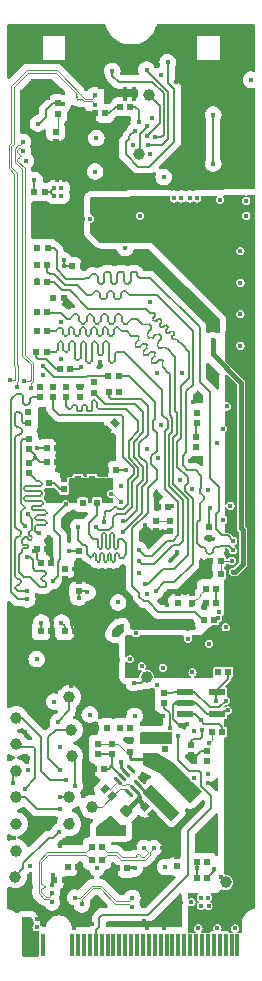
<source format=gbr>
%TF.GenerationSoftware,KiCad,Pcbnew,8.0.6*%
%TF.CreationDate,2024-11-27T08:16:23+01:00*%
%TF.ProjectId,M2SmartHome,4d32536d-6172-4744-986f-6d652e6b6963,rev?*%
%TF.SameCoordinates,Original*%
%TF.FileFunction,Copper,L4,Bot*%
%TF.FilePolarity,Positive*%
%FSLAX46Y46*%
G04 Gerber Fmt 4.6, Leading zero omitted, Abs format (unit mm)*
G04 Created by KiCad (PCBNEW 8.0.6) date 2024-11-27 08:16:23*
%MOMM*%
%LPD*%
G01*
G04 APERTURE LIST*
G04 Aperture macros list*
%AMRoundRect*
0 Rectangle with rounded corners*
0 $1 Rounding radius*
0 $2 $3 $4 $5 $6 $7 $8 $9 X,Y pos of 4 corners*
0 Add a 4 corners polygon primitive as box body*
4,1,4,$2,$3,$4,$5,$6,$7,$8,$9,$2,$3,0*
0 Add four circle primitives for the rounded corners*
1,1,$1+$1,$2,$3*
1,1,$1+$1,$4,$5*
1,1,$1+$1,$6,$7*
1,1,$1+$1,$8,$9*
0 Add four rect primitives between the rounded corners*
20,1,$1+$1,$2,$3,$4,$5,0*
20,1,$1+$1,$4,$5,$6,$7,0*
20,1,$1+$1,$6,$7,$8,$9,0*
20,1,$1+$1,$8,$9,$2,$3,0*%
%AMRotRect*
0 Rectangle, with rotation*
0 The origin of the aperture is its center*
0 $1 length*
0 $2 width*
0 $3 Rotation angle, in degrees counterclockwise*
0 Add horizontal line*
21,1,$1,$2,0,0,$3*%
G04 Aperture macros list end*
%TA.AperFunction,SMDPad,CuDef*%
%ADD10R,0.560000X0.600000*%
%TD*%
%TA.AperFunction,SMDPad,CuDef*%
%ADD11C,1.000000*%
%TD*%
%TA.AperFunction,SMDPad,CuDef*%
%ADD12RoundRect,0.033750X-0.351786X0.208597X0.208597X-0.351786X0.351786X-0.208597X-0.208597X0.351786X0*%
%TD*%
%TA.AperFunction,SMDPad,CuDef*%
%ADD13R,0.350000X1.950000*%
%TD*%
%TA.AperFunction,SMDPad,CuDef*%
%ADD14R,0.600000X0.560000*%
%TD*%
%TA.AperFunction,SMDPad,CuDef*%
%ADD15RotRect,0.560000X0.600000X135.000000*%
%TD*%
%TA.AperFunction,SMDPad,CuDef*%
%ADD16RoundRect,0.200000X0.053033X-0.335876X0.335876X-0.053033X-0.053033X0.335876X-0.335876X0.053033X0*%
%TD*%
%TA.AperFunction,SMDPad,CuDef*%
%ADD17RoundRect,0.200000X-0.335876X-0.053033X-0.053033X-0.335876X0.335876X0.053033X0.053033X0.335876X0*%
%TD*%
%TA.AperFunction,SMDPad,CuDef*%
%ADD18RoundRect,0.200000X0.275000X-0.200000X0.275000X0.200000X-0.275000X0.200000X-0.275000X-0.200000X0*%
%TD*%
%TA.AperFunction,SMDPad,CuDef*%
%ADD19RotRect,0.980000X3.400000X45.000000*%
%TD*%
%TA.AperFunction,SMDPad,CuDef*%
%ADD20RotRect,0.560000X0.600000X45.000000*%
%TD*%
%TA.AperFunction,SMDPad,CuDef*%
%ADD21R,1.320800X0.558800*%
%TD*%
%TA.AperFunction,ViaPad*%
%ADD22C,0.400000*%
%TD*%
%TA.AperFunction,Conductor*%
%ADD23C,0.150000*%
%TD*%
%TA.AperFunction,Conductor*%
%ADD24C,0.100000*%
%TD*%
%TA.AperFunction,Conductor*%
%ADD25C,0.200000*%
%TD*%
%TA.AperFunction,Conductor*%
%ADD26C,0.256000*%
%TD*%
%TA.AperFunction,Conductor*%
%ADD27C,0.400000*%
%TD*%
%TA.AperFunction,Conductor*%
%ADD28C,0.120000*%
%TD*%
%TA.AperFunction,Conductor*%
%ADD29C,0.125000*%
%TD*%
G04 APERTURE END LIST*
D10*
%TO.P,C6,1*%
%TO.N,GND*%
X86834999Y-115750000D03*
%TO.P,C6,2*%
%TO.N,+3V3_uSD*%
X85965001Y-115750000D03*
%TD*%
%TO.P,C3,1*%
%TO.N,GND*%
X86369998Y-159000000D03*
%TO.P,C3,2*%
%TO.N,+3V3_Bridge*%
X85500000Y-159000000D03*
%TD*%
D11*
%TO.P,TP17,1*%
%TO.N,Net-(U3-SMBDATA)*%
X100000000Y-159207500D03*
%TD*%
%TO.P,TP3,1*%
%TO.N,Net-(U3-TDI)*%
X82250000Y-156507500D03*
%TD*%
%TO.P,TP10,1*%
%TO.N,Net-(U3-IO_HIT_I)*%
X86750000Y-143507500D03*
%TD*%
%TO.P,TP15,1*%
%TO.N,Net-(U11-PG)*%
X88650000Y-152800000D03*
%TD*%
%TO.P,TP20,1*%
%TO.N,/thread-or-zigbee/SWDIO*%
X93550000Y-92550000D03*
%TD*%
%TO.P,TP19,1*%
%TO.N,/thread-or-zigbee/SWCLK*%
X92650000Y-97550000D03*
%TD*%
%TO.P,TP8,1*%
%TO.N,Net-(U3-SCAN_EN)*%
X82250000Y-145257500D03*
%TD*%
%TO.P,TP11,1*%
%TO.N,Net-(U3-IRQ1_I)*%
X86950000Y-148500000D03*
%TD*%
%TO.P,TP6,1*%
%TO.N,Net-(U3-PME_L)*%
X93300000Y-141850000D03*
%TD*%
%TO.P,TP9,1*%
%TO.N,Net-(U3-SMI_O)*%
X86900000Y-146300000D03*
%TD*%
%TO.P,TP13,1*%
%TO.N,Net-(U3-IRQ12_I)*%
X86750000Y-152007500D03*
%TD*%
%TO.P,TP16,1*%
%TO.N,Net-(U3-SMBCLK)*%
X86750000Y-154257500D03*
%TD*%
%TO.P,TP7,1*%
%TO.N,Net-(U3-LEG_EMU_EN)*%
X82250000Y-152007500D03*
%TD*%
%TO.P,TP21,1*%
%TO.N,GND*%
X91900000Y-99450000D03*
%TD*%
D12*
%TO.P,U11,1,EN*%
%TO.N,Net-(U11-EN)*%
X90885302Y-150653462D03*
%TO.P,U11,2,FB*%
%TO.N,Net-(U11-FB)*%
X91238855Y-150299909D03*
%TO.P,U11,3,AGND*%
%TO.N,GND*%
X91592409Y-149946355D03*
%TO.P,U11,4,NC*%
%TO.N,unconnected-(U11-NC-Pad4)*%
X91945962Y-149592802D03*
%TO.P,U11,5,PGND*%
%TO.N,GND*%
X92914698Y-150561538D03*
%TO.P,U11,6,SW*%
%TO.N,Net-(U11-SW)*%
X92561145Y-150915091D03*
%TO.P,U11,7,VIN*%
%TO.N,Net-(U11-EN)*%
X92207591Y-151268645D03*
%TO.P,U11,8,PG*%
%TO.N,Net-(U11-PG)*%
X91854038Y-151622198D03*
%TD*%
D11*
%TO.P,TP14,1*%
%TO.N,Net-(U3-IRQ12_O)*%
X82250000Y-149757500D03*
%TD*%
%TO.P,TP12,1*%
%TO.N,Net-(U3-IRQ1_O)*%
X82250000Y-147507500D03*
%TD*%
%TO.P,TP1,1*%
%TO.N,Net-(U3-TCK)*%
X82200000Y-158707500D03*
%TD*%
%TO.P,TP2,1*%
%TO.N,Net-(U3-TDO)*%
X82250000Y-154257500D03*
%TD*%
D13*
%TO.P,J1,2,3V3*%
%TO.N,+3V3*%
X101000000Y-164475000D03*
%TO.P,J1,4,3V3*%
X100500000Y-164475000D03*
%TO.P,J1,6,NC*%
%TO.N,unconnected-(J1-NC-Pad6)*%
X100000000Y-164475000D03*
%TO.P,J1,8,NC*%
%TO.N,unconnected-(J1-NC-Pad8)*%
X99500000Y-164475000D03*
%TO.P,J1,10,DAS/DSS*%
%TO.N,unconnected-(J1-DAS{slash}DSS-Pad10)*%
X99000000Y-164475000D03*
%TO.P,J1,12,3V3*%
%TO.N,+3V3*%
X98500000Y-164475000D03*
%TO.P,J1,14,3V3*%
X98000000Y-164475000D03*
%TO.P,J1,16,3V3*%
X97500000Y-164475000D03*
%TO.P,J1,18,3V3*%
X97000000Y-164475000D03*
%TO.P,J1,20,NC*%
%TO.N,unconnected-(J1-NC-Pad20)*%
X96500000Y-164475000D03*
%TO.P,J1,22,NC*%
%TO.N,unconnected-(J1-NC-Pad22)*%
X96000000Y-164475000D03*
%TO.P,J1,24,NC*%
%TO.N,unconnected-(J1-NC-Pad24)*%
X95500000Y-164475000D03*
%TO.P,J1,26,NC*%
%TO.N,unconnected-(J1-NC-Pad26)*%
X95000000Y-164475000D03*
%TO.P,J1,28,NC*%
%TO.N,unconnected-(J1-NC-Pad28)*%
X94500000Y-164475000D03*
%TO.P,J1,30,NC*%
%TO.N,unconnected-(J1-NC-Pad30)*%
X94000000Y-164475000D03*
%TO.P,J1,32,NC*%
%TO.N,unconnected-(J1-NC-Pad32)*%
X93500000Y-164475000D03*
%TO.P,J1,34,NC*%
%TO.N,unconnected-(J1-NC-Pad34)*%
X93000000Y-164475000D03*
%TO.P,J1,36,NC*%
%TO.N,unconnected-(J1-NC-Pad36)*%
X92500000Y-164475000D03*
%TO.P,J1,38,DEVSLP*%
%TO.N,unconnected-(J1-DEVSLP-Pad38)*%
X92000000Y-164475000D03*
%TO.P,J1,40,NC*%
%TO.N,unconnected-(J1-NC-Pad40)*%
X91500000Y-164475000D03*
%TO.P,J1,42,NC*%
%TO.N,unconnected-(J1-NC-Pad42)*%
X91000000Y-164475000D03*
%TO.P,J1,44,NC*%
%TO.N,unconnected-(J1-NC-Pad44)*%
X90500000Y-164475000D03*
%TO.P,J1,46,NC*%
%TO.N,unconnected-(J1-NC-Pad46)*%
X90000000Y-164475000D03*
%TO.P,J1,48,NC*%
%TO.N,unconnected-(J1-NC-Pad48)*%
X89500000Y-164475000D03*
%TO.P,J1,50,PERST#*%
%TO.N,/pcie-usb-bridge/PERST_L*%
X89000000Y-164475000D03*
%TO.P,J1,52,CLKREQ#*%
%TO.N,unconnected-(J1-CLKREQ#-Pad52)*%
X88500000Y-164475000D03*
%TO.P,J1,54,PEWAKE#*%
%TO.N,unconnected-(J1-PEWAKE#-Pad54)*%
X88000000Y-164475000D03*
%TO.P,J1,56,MFG1*%
%TO.N,unconnected-(J1-MFG1-Pad56)*%
X87500000Y-164475000D03*
%TO.P,J1,58,MFG2*%
%TO.N,unconnected-(J1-MFG2-Pad58)*%
X87000000Y-164475000D03*
%TO.P,J1,68,SUSCLK*%
%TO.N,unconnected-(J1-SUSCLK-Pad68)*%
X84500000Y-164475000D03*
%TO.P,J1,70,3V3*%
%TO.N,+3V3*%
X84000000Y-164475000D03*
%TO.P,J1,72,3V3*%
X83500000Y-164475000D03*
%TO.P,J1,74,3V3*%
X83000000Y-164475000D03*
%TD*%
D10*
%TO.P,R4,1*%
%TO.N,GND*%
X89865000Y-124300000D03*
%TO.P,R4,2*%
%TO.N,Net-(U8-SD_WP)*%
X90735000Y-124300000D03*
%TD*%
D14*
%TO.P,R46,1*%
%TO.N,GND*%
X97100000Y-148442499D03*
%TO.P,R46,2*%
%TO.N,Net-(U3-RREF[3])*%
X97100000Y-147572501D03*
%TD*%
%TO.P,C34,1*%
%TO.N,GND*%
X95950000Y-134687500D03*
%TO.P,C34,2*%
%TO.N,Net-(U9-VDD18)*%
X95950000Y-135557500D03*
%TD*%
%TO.P,R19,1*%
%TO.N,/emmc/eMMC.CLK*%
X84300000Y-118137500D03*
%TO.P,R19,2*%
%TO.N,+3V3_eMMC*%
X84300000Y-117267500D03*
%TD*%
D10*
%TO.P,C15,1*%
%TO.N,GND*%
X87234999Y-137900000D03*
%TO.P,C15,2*%
%TO.N,+3V3_eMMC*%
X86365001Y-137900000D03*
%TD*%
%TO.P,C61,1*%
%TO.N,/PCIE.REFCLKN*%
X88665001Y-157300000D03*
%TO.P,C61,2*%
%TO.N,/pcie-usb-bridge/PCIE.REFCLK2N*%
X89534999Y-157300000D03*
%TD*%
%TO.P,R38,1*%
%TO.N,+3V3_wifi*%
X84684999Y-100750000D03*
%TO.P,R38,2*%
%TO.N,Net-(D4-A)*%
X83815001Y-100750000D03*
%TD*%
D15*
%TO.P,C70,1*%
%TO.N,GND*%
X93807591Y-153415091D03*
%TO.P,C70,2*%
%TO.N,Net-(U11-EN)*%
X93192409Y-152799909D03*
%TD*%
D16*
%TO.P,FB3,1*%
%TO.N,+3V3_Bridge*%
X90416637Y-154290863D03*
%TO.P,FB3,2*%
%TO.N,Net-(U11-EN)*%
X91583363Y-153124137D03*
%TD*%
D14*
%TO.P,R65,1*%
%TO.N,Net-(U11-FB)*%
X89200000Y-148342499D03*
%TO.P,R65,2*%
%TO.N,Net-(C69-Pad2)*%
X89200000Y-147472501D03*
%TD*%
%TO.P,R34,1*%
%TO.N,GND*%
X98600000Y-130017499D03*
%TO.P,R34,2*%
%TO.N,Net-(U9-SD_WP)*%
X98600000Y-129147501D03*
%TD*%
%TO.P,C27,1*%
%TO.N,GND*%
X94100000Y-129442499D03*
%TO.P,C27,2*%
%TO.N,+3V3_uSD*%
X94100000Y-128572501D03*
%TD*%
D17*
%TO.P,FB1,1*%
%TO.N,+3V3_eMMC*%
X90916637Y-137916637D03*
%TO.P,FB1,2*%
%TO.N,+3V3*%
X92083363Y-139083363D03*
%TD*%
D10*
%TO.P,R32,1*%
%TO.N,/sd-card/uSD.CMD*%
X84884999Y-108357500D03*
%TO.P,R32,2*%
%TO.N,+3V3_uSD*%
X84015001Y-108357500D03*
%TD*%
D14*
%TO.P,C17,1*%
%TO.N,GND*%
X87500000Y-124165000D03*
%TO.P,C17,2*%
%TO.N,+3V3_eMMC*%
X87500000Y-125035000D03*
%TD*%
D10*
%TO.P,R24,1*%
%TO.N,/sd-card/uSD.D2*%
X84934999Y-105507500D03*
%TO.P,R24,2*%
%TO.N,+3V3_uSD*%
X84065001Y-105507500D03*
%TD*%
%TO.P,R72,1*%
%TO.N,/sd-card/DET*%
X98165001Y-136950000D03*
%TO.P,R72,2*%
%TO.N,+3V3_uSD*%
X99034999Y-136950000D03*
%TD*%
D14*
%TO.P,C74,1*%
%TO.N,Net-(U11-FB)*%
X90400000Y-148342500D03*
%TO.P,C74,2*%
%TO.N,Net-(C69-Pad2)*%
X90400000Y-147472502D03*
%TD*%
D18*
%TO.P,FB2,1*%
%TO.N,Net-(C69-Pad2)*%
X93500000Y-148732500D03*
%TO.P,FB2,2*%
%TO.N,+1V0_core*%
X93500000Y-147082500D03*
%TD*%
D10*
%TO.P,C7,1*%
%TO.N,GND*%
X85735000Y-122450000D03*
%TO.P,C7,2*%
%TO.N,Net-(U8-VDD18)*%
X84865000Y-122450000D03*
%TD*%
%TO.P,R66,1*%
%TO.N,GND*%
X88831231Y-149580294D03*
%TO.P,R66,2*%
%TO.N,Net-(U11-FB)*%
X89701229Y-149580294D03*
%TD*%
%TO.P,C22,1*%
%TO.N,GND*%
X84884999Y-131000000D03*
%TO.P,C22,2*%
%TO.N,Net-(U2-VDDI)*%
X84015001Y-131000000D03*
%TD*%
D14*
%TO.P,R55,1*%
%TO.N,/pcie-usb-bridge/EEPD*%
X94800000Y-143165001D03*
%TO.P,R55,2*%
%TO.N,+3V3_Bridge*%
X94800000Y-144034999D03*
%TD*%
D19*
%TO.P,L5,1*%
%TO.N,Net-(U11-SW)*%
X94562078Y-152445422D03*
%TO.P,L5,2*%
%TO.N,Net-(C69-Pad2)*%
X96237922Y-150769578D03*
%TD*%
D10*
%TO.P,R52,1*%
%TO.N,Net-(U3-TEST5)*%
X91935000Y-146107500D03*
%TO.P,R52,2*%
%TO.N,+3V3_Bridge*%
X91065000Y-146107500D03*
%TD*%
D14*
%TO.P,R42,1*%
%TO.N,Net-(U1-CHIP_EN)*%
X85800000Y-94107500D03*
%TO.P,R42,2*%
%TO.N,+3V3_wifi*%
X85800000Y-93237500D03*
%TD*%
D20*
%TO.P,C14,1*%
%TO.N,GND*%
X89992409Y-120907591D03*
%TO.P,C14,2*%
%TO.N,+3V3_eMMC*%
X90607591Y-120292409D03*
%TD*%
D14*
%TO.P,R17,1*%
%TO.N,/emmc/eMMC.DAT6*%
X85400000Y-118137500D03*
%TO.P,R17,2*%
%TO.N,+3V3_eMMC*%
X85400000Y-117267500D03*
%TD*%
D10*
%TO.P,C39,1*%
%TO.N,GND*%
X86284999Y-109707500D03*
%TO.P,C39,2*%
%TO.N,/sd-card/CRD_PWR*%
X85415001Y-109707500D03*
%TD*%
D14*
%TO.P,C19,1*%
%TO.N,GND*%
X86400000Y-133534999D03*
%TO.P,C19,2*%
%TO.N,+3V3_eMMC*%
X86400000Y-132665001D03*
%TD*%
%TO.P,R11,1*%
%TO.N,/emmc/eMMC.DAT0*%
X88850000Y-117735000D03*
%TO.P,R11,2*%
%TO.N,+3V3_eMMC*%
X88850000Y-116865000D03*
%TD*%
%TO.P,R13,1*%
%TO.N,/emmc/eMMC.DAT2*%
X89100000Y-127042499D03*
%TO.P,R13,2*%
%TO.N,+3V3_eMMC*%
X89100000Y-126172501D03*
%TD*%
D10*
%TO.P,R21,1*%
%TO.N,/sd-card/uSD.D0*%
X84884999Y-112557500D03*
%TO.P,R21,2*%
%TO.N,+3V3_uSD*%
X84015001Y-112557500D03*
%TD*%
%TO.P,C30,1*%
%TO.N,GND*%
X98715001Y-133132500D03*
%TO.P,C30,2*%
%TO.N,+3V3_uSD*%
X99584999Y-133132500D03*
%TD*%
D14*
%TO.P,C69,1*%
%TO.N,GND*%
X91900000Y-147272501D03*
%TO.P,C69,2*%
%TO.N,Net-(C69-Pad2)*%
X91900000Y-148142499D03*
%TD*%
%TO.P,R43,1*%
%TO.N,GND*%
X85600000Y-96535000D03*
%TO.P,R43,2*%
%TO.N,Net-(U1-CHIP_EN)*%
X85600000Y-95665000D03*
%TD*%
%TO.P,C12,1*%
%TO.N,GND*%
X86300000Y-125065001D03*
%TO.P,C12,2*%
%TO.N,/emmc/~{reset}*%
X86300000Y-125934999D03*
%TD*%
D10*
%TO.P,R56,1*%
%TO.N,/pcie-usb-bridge/EECLK*%
X99684999Y-146482500D03*
%TO.P,R56,2*%
%TO.N,+3V3_Bridge*%
X98815001Y-146482500D03*
%TD*%
D14*
%TO.P,C72,1*%
%TO.N,GND*%
X95900000Y-156972501D03*
%TO.P,C72,2*%
%TO.N,+1V0_core*%
X95900000Y-157842499D03*
%TD*%
D10*
%TO.P,R25,1*%
%TO.N,/sd-card/uSD.D3*%
X84884999Y-106907500D03*
%TO.P,R25,2*%
%TO.N,+3V3_uSD*%
X84015001Y-106907500D03*
%TD*%
%TO.P,R54,1*%
%TO.N,Net-(U3-TEST6)*%
X98434999Y-157500000D03*
%TO.P,R54,2*%
%TO.N,+3V3_Bridge*%
X97565001Y-157500000D03*
%TD*%
D14*
%TO.P,C18,1*%
%TO.N,GND*%
X87550000Y-133652500D03*
%TO.P,C18,2*%
%TO.N,+3V3_eMMC*%
X87550000Y-134522500D03*
%TD*%
D10*
%TO.P,C26,1*%
%TO.N,GND*%
X98315000Y-135522500D03*
%TO.P,C26,2*%
%TO.N,/sd-card/~{reset}*%
X99185000Y-135522500D03*
%TD*%
%TO.P,C13,1*%
%TO.N,GND*%
X85735000Y-123650000D03*
%TO.P,C13,2*%
%TO.N,+3V3_eMMC*%
X84865000Y-123650000D03*
%TD*%
%TO.P,C73,1*%
%TO.N,GND*%
X90765001Y-158000000D03*
%TO.P,C73,2*%
%TO.N,+1V0_core*%
X91634999Y-158000000D03*
%TD*%
D14*
%TO.P,C8,1*%
%TO.N,GND*%
X87650000Y-117265001D03*
%TO.P,C8,2*%
%TO.N,+3V3_eMMC*%
X87650000Y-118134999D03*
%TD*%
D10*
%TO.P,C62,1*%
%TO.N,/PCIE.REFCLKP*%
X88665001Y-156200000D03*
%TO.P,C62,2*%
%TO.N,/pcie-usb-bridge/PCIE.REFCLK2P*%
X89534999Y-156200000D03*
%TD*%
%TO.P,C40,1*%
%TO.N,GND*%
X88915001Y-94100000D03*
%TO.P,C40,2*%
%TO.N,+3V3_Thread*%
X89784999Y-94100000D03*
%TD*%
D14*
%TO.P,C16,1*%
%TO.N,GND*%
X87600000Y-132034999D03*
%TO.P,C16,2*%
%TO.N,+3V3_eMMC*%
X87600000Y-131165001D03*
%TD*%
D10*
%TO.P,R22,1*%
%TO.N,/sd-card/uSD.D1*%
X84834999Y-114307500D03*
%TO.P,R22,2*%
%TO.N,+3V3_uSD*%
X83965001Y-114307500D03*
%TD*%
D14*
%TO.P,R45,1*%
%TO.N,GND*%
X98400000Y-148072501D03*
%TO.P,R45,2*%
%TO.N,Net-(U3-RREF[4])*%
X98400000Y-148942499D03*
%TD*%
D10*
%TO.P,R29,1*%
%TO.N,Net-(U5-RSTB)*%
X91934999Y-93550000D03*
%TO.P,R29,2*%
%TO.N,+3V3_Thread*%
X91065001Y-93550000D03*
%TD*%
%TO.P,R37,1*%
%TO.N,/sd-card/~{reset}*%
X99185000Y-134322500D03*
%TO.P,R37,2*%
%TO.N,+3V3_uSD*%
X98315000Y-134322500D03*
%TD*%
%TO.P,C48,1*%
%TO.N,GND*%
X87534999Y-157900000D03*
%TO.P,C48,2*%
%TO.N,+1V0_core*%
X86665001Y-157900000D03*
%TD*%
%TO.P,C23,1*%
%TO.N,GND*%
X85234999Y-137900000D03*
%TO.P,C23,2*%
%TO.N,+3V3_eMMC*%
X84365001Y-137900000D03*
%TD*%
%TO.P,R71,1*%
%TO.N,Net-(J5-B)*%
X90065001Y-116300000D03*
%TO.P,R71,2*%
%TO.N,/sd-card/DET*%
X90934999Y-116300000D03*
%TD*%
D14*
%TO.P,R20,1*%
%TO.N,/emmc/eMMC.CMD*%
X83350000Y-121665001D03*
%TO.P,R20,2*%
%TO.N,+3V3_eMMC*%
X83350000Y-122534999D03*
%TD*%
D10*
%TO.P,C38,1*%
%TO.N,GND*%
X87884999Y-107057500D03*
%TO.P,C38,2*%
%TO.N,/sd-card/CRD_PWR*%
X87015001Y-107057500D03*
%TD*%
%TO.P,R47,1*%
%TO.N,GND*%
X89065000Y-146107500D03*
%TO.P,R47,2*%
%TO.N,Net-(U3-RREF[2])*%
X89935000Y-146107500D03*
%TD*%
%TO.P,C29,1*%
%TO.N,GND*%
X98715001Y-132007500D03*
%TO.P,C29,2*%
%TO.N,+3V3_uSD*%
X99584999Y-132007500D03*
%TD*%
D14*
%TO.P,C28,1*%
%TO.N,GND*%
X95300000Y-129442499D03*
%TO.P,C28,2*%
%TO.N,+3V3_uSD*%
X95300000Y-128572501D03*
%TD*%
D21*
%TO.P,U10,1,SCL*%
%TO.N,/pcie-usb-bridge/EECLK*%
X96528400Y-144947300D03*
%TO.P,U10,2,VSS*%
%TO.N,GND*%
X96528400Y-144007500D03*
%TO.P,U10,3,SDA*%
%TO.N,/pcie-usb-bridge/EEPD*%
X96528400Y-143067700D03*
%TO.P,U10,4,VCC*%
%TO.N,+3V3_Bridge*%
X99271600Y-143067700D03*
%TO.P,U10,5,WP*%
%TO.N,GND*%
X99271600Y-144947300D03*
%TD*%
D14*
%TO.P,C71,1*%
%TO.N,GND*%
X94900000Y-147942499D03*
%TO.P,C71,2*%
%TO.N,+1V0_core*%
X94900000Y-147072501D03*
%TD*%
D10*
%TO.P,R33,1*%
%TO.N,/sd-card/uSD.CLK*%
X84884999Y-110907500D03*
%TO.P,R33,2*%
%TO.N,+3V3_uSD*%
X84015001Y-110907500D03*
%TD*%
D14*
%TO.P,R15,1*%
%TO.N,/emmc/eMMC.DAT4*%
X83350000Y-124584999D03*
%TO.P,R15,2*%
%TO.N,+3V3_eMMC*%
X83350000Y-123715001D03*
%TD*%
%TO.P,R5,1*%
%TO.N,/emmc/SCK*%
X97550000Y-119422501D03*
%TO.P,R5,2*%
%TO.N,+3V3_eMMC*%
X97550000Y-120292499D03*
%TD*%
D10*
%TO.P,R12,1*%
%TO.N,/emmc/eMMC.DAT1*%
X90115001Y-117707500D03*
%TO.P,R12,2*%
%TO.N,+3V3_eMMC*%
X90984999Y-117707500D03*
%TD*%
D14*
%TO.P,R6,1*%
%TO.N,+3V3_eMMC*%
X97500000Y-121472501D03*
%TO.P,R6,2*%
%TO.N,/emmc/SDA*%
X97500000Y-122342499D03*
%TD*%
D10*
%TO.P,C47,1*%
%TO.N,GND*%
X99365001Y-141400000D03*
%TO.P,C47,2*%
%TO.N,+3V3_Bridge*%
X100234999Y-141400000D03*
%TD*%
D14*
%TO.P,C11,1*%
%TO.N,GND*%
X88700000Y-124165000D03*
%TO.P,C11,2*%
%TO.N,+3V3_eMMC*%
X88700000Y-125035000D03*
%TD*%
%TO.P,C32,1*%
%TO.N,GND*%
X97150000Y-134687500D03*
%TO.P,C32,2*%
%TO.N,+3V3_uSD*%
X97150000Y-135557500D03*
%TD*%
D10*
%TO.P,C36,2*%
%TO.N,Net-(U9-VDD18PLL)*%
X95134999Y-127407500D03*
%TO.P,C36,1*%
%TO.N,GND*%
X94265001Y-127407500D03*
%TD*%
%TO.P,R53,1*%
%TO.N,Net-(U3-TEST3)*%
X98434999Y-158800000D03*
%TO.P,R53,2*%
%TO.N,+3V3_Bridge*%
X97565001Y-158800000D03*
%TD*%
%TO.P,C21,1*%
%TO.N,GND*%
X85234999Y-132200000D03*
%TO.P,C21,2*%
%TO.N,Net-(U2-VDDI)*%
X84365001Y-132200000D03*
%TD*%
D15*
%TO.P,R39,1*%
%TO.N,Net-(U11-PG)*%
X90407591Y-151915091D03*
%TO.P,R39,2*%
%TO.N,Net-(U11-EN)*%
X89792409Y-151299909D03*
%TD*%
D14*
%TO.P,R14,1*%
%TO.N,/emmc/eMMC.DAT3*%
X87900000Y-127042499D03*
%TO.P,R14,2*%
%TO.N,+3V3_eMMC*%
X87900000Y-126172501D03*
%TD*%
%TO.P,R16,1*%
%TO.N,/emmc/eMMC.DAT5*%
X83300000Y-120284999D03*
%TO.P,R16,2*%
%TO.N,+3V3_eMMC*%
X83300000Y-119415001D03*
%TD*%
%TO.P,R2,1*%
%TO.N,/emmc/~{reset}*%
X85050000Y-125415000D03*
%TO.P,R2,2*%
%TO.N,+3V3_eMMC*%
X85050000Y-126285000D03*
%TD*%
%TO.P,R18,1*%
%TO.N,/emmc/eMMC.DAT7*%
X86500000Y-118142500D03*
%TO.P,R18,2*%
%TO.N,+3V3_eMMC*%
X86500000Y-117272500D03*
%TD*%
D22*
%TO.N,GND*%
X87750000Y-115550000D03*
%TO.N,+3V3_eMMC*%
X87550000Y-135100000D03*
%TO.N,GND*%
X101000000Y-90000000D03*
X97000000Y-88500000D03*
X100000000Y-88500000D03*
X97000000Y-91500000D03*
X100000000Y-90500000D03*
X100000000Y-87000000D03*
X101000000Y-87000000D03*
X95500000Y-88000000D03*
X102000000Y-90000000D03*
X96500000Y-87000000D03*
X98550000Y-87025000D03*
X102000000Y-87000000D03*
X95500000Y-89000000D03*
X102000000Y-89000000D03*
X97500000Y-87000000D03*
X102000000Y-88000000D03*
X95500000Y-87000000D03*
X88175000Y-92000000D03*
X88500000Y-91000000D03*
X88500000Y-90000000D03*
X88500000Y-89000000D03*
X88500000Y-88000000D03*
X83500000Y-91500000D03*
X84500000Y-91500000D03*
X82000000Y-90000000D03*
X82000000Y-89000000D03*
X87500000Y-87000000D03*
X86500000Y-87000000D03*
X84000000Y-87000000D03*
X83000000Y-87000000D03*
X85500000Y-87000000D03*
X82000000Y-87000000D03*
X82000000Y-88000000D03*
X88500000Y-87000000D03*
%TO.N,+3V3_Bridge*%
X98510000Y-150040000D03*
%TO.N,GND*%
X82065000Y-155407500D03*
%TO.N,/pcie-usb-bridge/USB_4_DP*%
X82850000Y-96507500D03*
%TO.N,/pcie-usb-bridge/USB_4_DN*%
X82850000Y-97307500D03*
%TO.N,/sd-card/CRD_PWR*%
X86300000Y-106550000D03*
%TO.N,+3V3_wifi*%
X84100000Y-94952500D03*
%TO.N,GND*%
X100200000Y-144650000D03*
X97100000Y-160872501D03*
X95000000Y-155000000D03*
X85267500Y-137207500D03*
X92250000Y-92050000D03*
X89400000Y-115150000D03*
X101250000Y-108416666D03*
X89300000Y-140600000D03*
X93100000Y-162500000D03*
X97700000Y-163100000D03*
X94300000Y-123307500D03*
X98750000Y-116000000D03*
X97247500Y-96650000D03*
X93300000Y-163100000D03*
X91450000Y-92050000D03*
X88000000Y-147250000D03*
X95900000Y-131207500D03*
X82100000Y-143642499D03*
X94500000Y-120472501D03*
X98400000Y-148072501D03*
X86980000Y-137327500D03*
X96950000Y-123529100D03*
X92175000Y-96800000D03*
X101975000Y-93800000D03*
%TO.N,+3V3_Bridge*%
X85300000Y-159407500D03*
%TO.N,GND*%
X87650000Y-117265001D03*
X88865001Y-94150000D03*
X90300000Y-162700000D03*
X84000000Y-163000000D03*
X83750000Y-104000000D03*
X93000000Y-155000000D03*
X87250000Y-90500000D03*
X89150000Y-107057500D03*
X99515001Y-101400000D03*
X88720000Y-133637500D03*
X92500000Y-136100000D03*
X85000000Y-92807500D03*
X101250000Y-111083332D03*
X93200000Y-150307500D03*
X97850000Y-110350000D03*
X89050000Y-95300000D03*
X98500000Y-126017500D03*
X83800000Y-92807500D03*
X96873726Y-92573726D03*
X84200000Y-142200000D03*
X87300000Y-122607500D03*
X86440000Y-134097500D03*
X86250000Y-109707500D03*
X96700000Y-145807500D03*
X92300000Y-156300000D03*
X99760200Y-120785900D03*
X94600000Y-156300000D03*
X95796250Y-91403750D03*
X85223726Y-91826274D03*
X97000000Y-153250000D03*
X94200000Y-116107500D03*
X97930000Y-91200000D03*
X95900000Y-157000000D03*
X91450000Y-92850000D03*
X83400000Y-157800000D03*
X101250000Y-105750000D03*
X100225000Y-96100000D03*
X87200000Y-132700000D03*
X83277500Y-149730000D03*
X91100000Y-125607500D03*
X92900000Y-160907500D03*
X83750000Y-102750000D03*
X98247502Y-100334999D03*
X99250000Y-122000000D03*
X93800000Y-153407500D03*
X96300000Y-116107500D03*
X89400000Y-91900000D03*
X86000000Y-156100000D03*
X83300000Y-148707500D03*
X85600000Y-96535000D03*
X98450000Y-130017499D03*
X83700000Y-98807500D03*
X83300000Y-153407500D03*
X94800000Y-163100000D03*
X93812503Y-99550000D03*
X87500000Y-155750000D03*
X97155000Y-125897500D03*
X91100000Y-149007500D03*
X85600000Y-97250000D03*
X98315000Y-135522500D03*
X94692409Y-141042409D03*
X98600000Y-139007500D03*
X86250000Y-97250000D03*
X95400000Y-131907500D03*
X99300000Y-163100000D03*
X99307591Y-141399909D03*
X98000000Y-155750000D03*
X88100000Y-123407500D03*
X89800000Y-142607500D03*
X96100000Y-108800000D03*
X98400000Y-132007500D03*
X85300000Y-161800000D03*
X94200000Y-142507500D03*
X84000000Y-162300000D03*
X83800000Y-136607500D03*
X97265001Y-118557500D03*
X89300000Y-142000000D03*
X93600000Y-110100000D03*
X94200000Y-157300000D03*
X90425000Y-99100000D03*
X86250000Y-96500000D03*
X92250000Y-92850000D03*
X88500000Y-151000000D03*
X85300000Y-131800000D03*
X81750000Y-148750000D03*
X93300000Y-134807500D03*
X93600000Y-97515001D03*
X98480000Y-150820000D03*
X83000000Y-140300000D03*
X92900000Y-140907500D03*
X97194454Y-141431891D03*
X89065000Y-146107500D03*
X88100000Y-149607500D03*
X86025000Y-114900000D03*
X86900000Y-142600000D03*
X98350000Y-93000000D03*
X83500000Y-159600000D03*
X96900000Y-90362500D03*
X95050000Y-135722500D03*
X92750000Y-102750000D03*
X96447500Y-96650000D03*
X96500000Y-93150000D03*
X101750000Y-102750000D03*
X91400000Y-142600000D03*
X91900000Y-147272501D03*
X99850000Y-91415001D03*
X96105000Y-125147500D03*
X92400000Y-138100000D03*
X85700000Y-99707500D03*
X86400000Y-133542500D03*
X88950000Y-99892499D03*
X101982500Y-92142500D03*
X87200000Y-163100000D03*
X100000000Y-137607500D03*
X93500000Y-107100000D03*
X93200000Y-128907500D03*
X81800000Y-140300000D03*
X83200000Y-95450000D03*
X87000000Y-161300000D03*
X86700000Y-129407500D03*
X99800000Y-128507500D03*
X94000000Y-126447501D03*
X84500000Y-116250000D03*
X88100000Y-122607500D03*
X87534999Y-157900000D03*
X86500000Y-140500000D03*
X95847500Y-100350000D03*
X101750000Y-101500000D03*
X90800000Y-158007500D03*
X87550000Y-133652500D03*
X93300000Y-122507500D03*
X97047500Y-100335001D03*
X94900000Y-147907500D03*
X83000000Y-146500000D03*
X86050000Y-111757500D03*
X96805546Y-138568109D03*
X97247500Y-95850000D03*
X87920000Y-93700000D03*
X96447500Y-95850000D03*
X87300000Y-123407500D03*
X89250000Y-90000000D03*
X91900000Y-140300000D03*
X88250000Y-154750000D03*
X101250000Y-113750000D03*
X86200000Y-92407500D03*
X94700000Y-145107500D03*
X93500000Y-145607500D03*
X86300000Y-99707500D03*
X88700000Y-162700000D03*
X101750000Y-97750000D03*
X88500000Y-103000000D03*
X99750000Y-100250000D03*
X100800000Y-163100000D03*
%TO.N,+3V3_eMMC*%
X90510051Y-138217157D03*
X86762500Y-131137500D03*
X88850000Y-116865000D03*
X86400000Y-132665001D03*
X90300000Y-125507500D03*
X88300000Y-134650000D03*
X87650000Y-118134999D03*
X85400000Y-117267500D03*
X87200000Y-126907500D03*
X90984999Y-117707500D03*
X97500000Y-121472501D03*
X90881282Y-137881282D03*
X85050000Y-126285000D03*
X84400000Y-137207500D03*
X86500000Y-117272500D03*
X83300000Y-119415001D03*
X90600000Y-120307500D03*
X91217157Y-137510051D03*
X84300000Y-117267500D03*
X86100000Y-137207500D03*
X83820000Y-123267500D03*
%TO.N,Net-(U8-VDD18)*%
X84000000Y-122450000D03*
%TO.N,/emmc/~{reset}*%
X85050000Y-125400000D03*
%TO.N,Net-(U2-VDDI)*%
X83775000Y-131150000D03*
%TO.N,+3V3_uSD*%
X99400000Y-136307500D03*
X100084999Y-118907500D03*
X83950000Y-114300000D03*
X84015001Y-106907500D03*
X99375000Y-136807500D03*
X84000000Y-112557500D03*
X97050000Y-135722500D03*
X84050000Y-105500000D03*
X84015001Y-108207500D03*
X100400000Y-127307500D03*
X100500000Y-131982500D03*
X92650000Y-132982500D03*
X94100000Y-128572501D03*
X84000000Y-110907500D03*
%TO.N,/sd-card/~{reset}*%
X99185000Y-134322500D03*
%TO.N,Net-(U9-VDD18)*%
X95950000Y-135557500D03*
%TO.N,Net-(U9-VDD18PLL)*%
X95450000Y-127357500D03*
%TO.N,/sd-card/DET*%
X98100000Y-137007500D03*
%TO.N,/sd-card/CRD_PWR*%
X100650000Y-132907500D03*
X98900000Y-113307500D03*
X91500000Y-105500000D03*
X98900000Y-113807500D03*
X86315001Y-107057500D03*
X85415001Y-109707500D03*
%TO.N,+3V3_Thread*%
X94500000Y-90884999D03*
X94750000Y-99500000D03*
X97547500Y-101300000D03*
X95647500Y-101300000D03*
X89784999Y-94100000D03*
X93800000Y-94525000D03*
X96947500Y-101300000D03*
X96247500Y-101300000D03*
X102150000Y-91250000D03*
%TO.N,+3V3_wifi*%
X89050000Y-96184999D03*
X85500000Y-101107500D03*
X86100000Y-100407500D03*
X88950000Y-99022503D03*
X85500000Y-100407500D03*
X86200000Y-93342499D03*
X83100000Y-98107500D03*
X86100000Y-101107500D03*
%TO.N,+3V3_Bridge*%
X94900000Y-157900000D03*
X97900000Y-161200000D03*
X86000000Y-147750000D03*
X98610000Y-147380000D03*
X88500000Y-145007500D03*
X98500000Y-160500000D03*
X97565001Y-158000000D03*
X85400000Y-158607500D03*
X92300000Y-145107500D03*
X95300000Y-146107500D03*
X91065000Y-146107500D03*
X97900000Y-160507500D03*
X90400000Y-154807500D03*
X85500000Y-143900000D03*
X99200000Y-143807500D03*
X98550000Y-161200000D03*
X89600000Y-154807500D03*
X91200000Y-154807500D03*
%TO.N,+1V0_core*%
X97300000Y-146407500D03*
X91600000Y-158007500D03*
X86665001Y-157900000D03*
X94900000Y-147072501D03*
X95900000Y-157842499D03*
X97310000Y-150370000D03*
X89100000Y-158007500D03*
X93500000Y-147082500D03*
X92300000Y-158007500D03*
%TO.N,Net-(D2-A)*%
X84000000Y-140300000D03*
X90900000Y-135500000D03*
%TO.N,Net-(D4-A)*%
X83815001Y-99750000D03*
%TO.N,+3V3*%
X83100000Y-163200000D03*
X91712132Y-139560660D03*
X89950000Y-101400000D03*
X92083363Y-139224784D03*
X100500000Y-160407500D03*
X90550000Y-101400000D03*
X91800000Y-101400000D03*
X91200000Y-101400000D03*
X101000000Y-136107500D03*
X101025000Y-136607500D03*
X100800000Y-161600000D03*
X100400000Y-162107500D03*
X101000000Y-137107500D03*
X99700000Y-160407500D03*
X100100000Y-162700000D03*
X98500000Y-163000000D03*
X100025000Y-161007500D03*
X92419239Y-138853553D03*
X89300000Y-101400000D03*
X83100000Y-162600000D03*
X88700000Y-101400000D03*
%TO.N,/pcie-usb-bridge/PERST_L*%
X96000000Y-146807500D03*
%TO.N,Net-(U8-SD_WP)*%
X91600000Y-124307500D03*
%TO.N,/emmc/SCK*%
X97550000Y-119422501D03*
%TO.N,/emmc/SDA*%
X90300000Y-126307500D03*
X97500000Y-122342499D03*
X91150000Y-126957500D03*
%TO.N,/emmc/eMMC.DAT1*%
X91300000Y-129507500D03*
X90115001Y-117707500D03*
%TO.N,/emmc/eMMC.DAT0*%
X88850000Y-117735000D03*
X91300000Y-128607500D03*
%TO.N,/emmc/eMMC.DAT2*%
X89065001Y-127007500D03*
X87500000Y-129107500D03*
%TO.N,/emmc/eMMC.DAT3*%
X83150000Y-131650000D03*
X87900000Y-127042499D03*
X83250000Y-128050000D03*
%TO.N,/emmc/eMMC.DAT4*%
X83350000Y-124600000D03*
X84200000Y-129600000D03*
%TO.N,/emmc/eMMC.DAT5*%
X83300000Y-120284999D03*
X83200000Y-134500000D03*
%TO.N,/emmc/eMMC.DAT6*%
X85400000Y-118107500D03*
X89700000Y-128707500D03*
%TO.N,/emmc/eMMC.DAT7*%
X86500000Y-118107500D03*
X89000000Y-129107500D03*
%TO.N,/emmc/eMMC.CLK*%
X84300000Y-118137500D03*
X83200000Y-135250000D03*
%TO.N,/emmc/eMMC.CMD*%
X83350000Y-121665001D03*
X83000000Y-129050000D03*
%TO.N,/sd-card/uSD.D1*%
X84834999Y-114307500D03*
X92650000Y-131032500D03*
%TO.N,/sd-card/uSD.CLK*%
X93200000Y-133982500D03*
X84884999Y-110907500D03*
%TO.N,/sd-card/uSD.CMD*%
X94100000Y-134507500D03*
X84884999Y-108357500D03*
%TO.N,/sd-card/uSD.D0*%
X84884999Y-112557500D03*
X92650000Y-131982500D03*
%TO.N,Net-(U5-RSTB)*%
X92650000Y-94850000D03*
%TO.N,Net-(U5-VBUS)*%
X92350000Y-95550000D03*
X95100000Y-89765001D03*
%TO.N,/sd-card/uSD.D3*%
X100625000Y-131082500D03*
X84884999Y-106907500D03*
%TO.N,/sd-card/uSD.D2*%
X100650000Y-130282500D03*
X84934999Y-105507500D03*
%TO.N,Net-(U9-SD_WP)*%
X98700000Y-127482500D03*
%TO.N,/thread-or-zigbee/RESET*%
X98947500Y-94200000D03*
X98947500Y-98350000D03*
%TO.N,Net-(U1-CHIP_EN)*%
X85800000Y-94107500D03*
%TO.N,Net-(U3-RREF[4])*%
X98400000Y-148942499D03*
%TO.N,Net-(U3-RREF[3])*%
X98000000Y-146310000D03*
%TO.N,Net-(U3-RREF[2])*%
X89935000Y-146107500D03*
%TO.N,Net-(U3-TEST5)*%
X91935000Y-146107500D03*
%TO.N,Net-(U3-TEST3)*%
X99000000Y-158100000D03*
%TO.N,Net-(U3-TEST6)*%
X98434999Y-157500000D03*
%TO.N,/pcie-usb-bridge/EEPD*%
X100000000Y-143807500D03*
%TO.N,/pcie-usb-bridge/EECLK*%
X97875000Y-145457500D03*
%TO.N,Net-(U2-RST_N)*%
X85350000Y-133700000D03*
X86450000Y-127200000D03*
%TO.N,Net-(U3-IO_HIT_I)*%
X85800000Y-145600000D03*
%TO.N,Net-(U3-LEG_EMU_EN)*%
X86000000Y-153007500D03*
%TO.N,Net-(U3-PME_L)*%
X92200000Y-142307500D03*
%TO.N,Net-(U3-IRQ12_O)*%
X82000000Y-150757500D03*
%TO.N,Net-(U3-IRQ12_I)*%
X86000000Y-152007500D03*
%TO.N,Net-(U3-SMBDATA)*%
X99600000Y-158707500D03*
%TO.N,Net-(U3-SCAN_EN)*%
X86500000Y-150507500D03*
%TO.N,Net-(U3-SMBCLK)*%
X86900000Y-153907500D03*
%TO.N,Net-(U3-IRQ1_I)*%
X87250000Y-151007500D03*
%TO.N,Net-(U3-TDI)*%
X82250000Y-156507500D03*
%TO.N,Net-(U3-SMI_O)*%
X86000000Y-149707500D03*
%TO.N,Net-(U3-TDO)*%
X82250000Y-154257500D03*
%TO.N,Net-(U3-IRQ1_O)*%
X83000000Y-151257500D03*
%TO.N,Net-(U3-TCK)*%
X85900000Y-154907500D03*
%TO.N,/thread-or-zigbee/UART_TX*%
X93450000Y-96750000D03*
X93300000Y-90400000D03*
%TO.N,/thread-or-zigbee/UART_RX*%
X90400000Y-90500000D03*
X94050000Y-96100000D03*
%TO.N,/thread-or-zigbee/SWDIO*%
X93300000Y-96050000D03*
%TO.N,/thread-or-zigbee/SWCLK*%
X93350000Y-95192500D03*
%TO.N,Net-(J5-B)*%
X84550000Y-115500000D03*
%TO.N,/pcie-usb-bridge/USB_3_DP*%
X81750000Y-116667157D03*
X88950000Y-92550000D03*
%TO.N,/pcie-usb-bridge/USB_4_DP*%
X82950000Y-116784314D03*
%TO.N,/pcie-usb-bridge/USB_3_DN*%
X88950000Y-93350000D03*
X82300000Y-117232843D03*
%TO.N,/pcie-usb-bridge/USB_4_DN*%
X83515686Y-117350000D03*
%TO.N,/PCIE.REFCLKN*%
X85300000Y-160107501D03*
%TO.N,/PCIE.REFCLKP*%
X85300000Y-160907500D03*
%TO.N,/PCIE.PERP*%
X87257157Y-160494657D03*
X92100000Y-160507499D03*
%TO.N,/PCIE.PERN*%
X92100000Y-161307500D03*
X87822843Y-161060343D03*
%TO.N,/pcie-usb-bridge/PCIE.REFCLK2N*%
X93900000Y-156300000D03*
%TO.N,/pcie-usb-bridge/PCIE.REFCLK2P*%
X93100000Y-156300000D03*
%TD*%
D23*
%TO.N,/sd-card/uSD.D3*%
X97800000Y-125907500D02*
X97800000Y-126205742D01*
X89357240Y-109330448D02*
X89357240Y-109500000D01*
X97900000Y-124757500D02*
X97900000Y-125807500D01*
X87400000Y-108657500D02*
X88242500Y-109500000D01*
X90726863Y-109839247D02*
X90987617Y-109839247D01*
X86417500Y-108657500D02*
X87400000Y-108657500D01*
X96670000Y-117637500D02*
X96670000Y-122770000D01*
X96670000Y-122770000D02*
X96350000Y-123090000D01*
X97450000Y-124307500D02*
X97900000Y-124757500D01*
X96350000Y-123090000D02*
X96350000Y-123907500D01*
X96350000Y-123907500D02*
X96750000Y-124307500D01*
X96750000Y-124307500D02*
X97450000Y-124307500D01*
X84884999Y-106907500D02*
X84884999Y-107484999D01*
X84884999Y-107484999D02*
X85120000Y-107720000D01*
X85120000Y-107720000D02*
X85480000Y-107720000D01*
X89957240Y-109500000D02*
X89957240Y-109330376D01*
X89357240Y-109500000D02*
X89357240Y-109669624D01*
X94200000Y-109500000D02*
X97250000Y-112550000D01*
X89526863Y-109839247D02*
X89787617Y-109839247D01*
X85480000Y-107720000D02*
X86417500Y-108657500D01*
X88242500Y-109500000D02*
X88587240Y-109500000D01*
X97900000Y-125807500D02*
X97800000Y-125907500D01*
X88926344Y-109160896D02*
X89187688Y-109160896D01*
X90557240Y-109330376D02*
X90557240Y-109500000D01*
X89957240Y-109669624D02*
X89957240Y-109500000D01*
X90126863Y-109160753D02*
X90387617Y-109160753D01*
X90557240Y-109500000D02*
X90557240Y-109669624D01*
X91157240Y-109669624D02*
X91157240Y-109500000D01*
X91157240Y-109500000D02*
X91157240Y-109330428D01*
X91326812Y-109160856D02*
X91587668Y-109160856D01*
X91926812Y-109500000D02*
X92187240Y-109500000D01*
X92187240Y-109500000D02*
X92950000Y-109500000D01*
X97250000Y-112550000D02*
X97250000Y-117057500D01*
X92950000Y-109500000D02*
X94200000Y-109500000D01*
X97250000Y-117057500D02*
X96670000Y-117637500D01*
X89187688Y-109160896D02*
G75*
G02*
X89357204Y-109330448I12J-169504D01*
G01*
X90987617Y-109839247D02*
G75*
G03*
X91157247Y-109669624I-17J169647D01*
G01*
X88587240Y-109500000D02*
G75*
G03*
X88756800Y-109330448I-40J169600D01*
G01*
X89957240Y-109330376D02*
G75*
G02*
X90126863Y-109160740I169660J-24D01*
G01*
X88756792Y-109330448D02*
G75*
G02*
X88926344Y-109160892I169508J48D01*
G01*
X90557240Y-109669624D02*
G75*
G03*
X90726863Y-109839260I169660J24D01*
G01*
X89357240Y-109669624D02*
G75*
G03*
X89526863Y-109839260I169660J24D01*
G01*
X91157240Y-109330428D02*
G75*
G02*
X91326812Y-109160840I169560J28D01*
G01*
X89787617Y-109839247D02*
G75*
G03*
X89957247Y-109669624I-17J169647D01*
G01*
X90387617Y-109160753D02*
G75*
G02*
X90557247Y-109330376I-17J-169647D01*
G01*
X91757240Y-109330428D02*
G75*
G03*
X91926812Y-109499960I169560J28D01*
G01*
X91587668Y-109160856D02*
G75*
G02*
X91757244Y-109330428I32J-169544D01*
G01*
D24*
%TO.N,/pcie-usb-bridge/USB_3_DN*%
X82410000Y-116712721D02*
X82410000Y-115454436D01*
X82300000Y-116822721D02*
X82410000Y-116712721D01*
X82300000Y-117232843D02*
X82300000Y-116822721D01*
X87866098Y-92921661D02*
X87918425Y-92973989D01*
X87918425Y-92973989D02*
X87947218Y-93002782D01*
X87947218Y-93002782D02*
X88004436Y-93060000D01*
X82410000Y-115454436D02*
X82310000Y-115354436D01*
X82310000Y-115354436D02*
X82310000Y-99104436D01*
X82310000Y-99104436D02*
X81860000Y-98654436D01*
X81860000Y-98654436D02*
X81860000Y-96895564D01*
X81860000Y-96895564D02*
X82060000Y-96695564D01*
X82060000Y-96695564D02*
X82060000Y-91895564D01*
X83295564Y-90660000D02*
X85604436Y-90660000D01*
X82060000Y-91895564D02*
X83295564Y-90660000D01*
X85604436Y-90660000D02*
X87395166Y-92450730D01*
X88660000Y-93060000D02*
X88950000Y-93350000D01*
X88004436Y-93060000D02*
X88660000Y-93060000D01*
X87385757Y-92878745D02*
X87438082Y-92931070D01*
X87647386Y-92931070D02*
X87656794Y-92921661D01*
X87395166Y-92660033D02*
X87385757Y-92669441D01*
X87385757Y-92669441D02*
G75*
G03*
X87385750Y-92878752I104643J-104659D01*
G01*
X87656794Y-92921661D02*
G75*
G02*
X87866098Y-92921661I104652J-104653D01*
G01*
X87438082Y-92931070D02*
G75*
G03*
X87647386Y-92931070I104652J104653D01*
G01*
X87395166Y-92450730D02*
G75*
G02*
X87395185Y-92660051I-104666J-104670D01*
G01*
D23*
%TO.N,/sd-card/uSD.D1*%
X86752000Y-114108000D02*
X86752000Y-113579872D01*
X86464000Y-114300000D02*
X86560000Y-114300000D01*
X86944000Y-113387872D02*
X87040000Y-113387872D01*
X87232000Y-113579872D02*
X87232000Y-114108000D01*
X88672000Y-115020128D02*
X88672000Y-114300000D01*
X85792000Y-114108000D02*
X85792000Y-113579872D01*
X87232000Y-114108000D02*
X87232000Y-114300000D01*
X84842499Y-114300000D02*
X85600000Y-114300000D01*
X84834999Y-114307500D02*
X84842499Y-114300000D01*
X87424000Y-115012148D02*
X87520000Y-115012148D01*
X90880000Y-114300000D02*
X91250000Y-114300000D01*
X89824000Y-113387872D02*
X89920000Y-113387872D01*
X88672000Y-114300000D02*
X88672000Y-113579861D01*
X85984000Y-113387872D02*
X86080000Y-113387872D01*
X89632000Y-114300000D02*
X89632000Y-113579872D01*
X89152000Y-113579861D02*
X89152000Y-114300000D01*
X87232000Y-114300000D02*
X87232000Y-114820148D01*
X87712000Y-114820148D02*
X87712000Y-114300000D01*
X88192000Y-113579872D02*
X88192000Y-114300000D01*
X87712000Y-114300000D02*
X87712000Y-113579872D01*
X86272000Y-113579872D02*
X86272000Y-114108000D01*
X89632000Y-114424532D02*
X89632000Y-114300000D01*
X88192000Y-114300000D02*
X88192000Y-115020128D01*
X88864000Y-113387861D02*
X88960000Y-113387861D01*
X89276532Y-114549064D02*
X89507468Y-114549064D01*
X87904000Y-113387872D02*
X88000000Y-113387872D01*
X89152000Y-114300000D02*
X89152000Y-114424532D01*
X88384000Y-115212128D02*
X88480000Y-115212128D01*
X95525000Y-130282500D02*
X95075000Y-130282500D01*
X93750000Y-131607500D02*
X93200000Y-131607500D01*
X95075000Y-130282500D02*
X93750000Y-131607500D01*
X94850000Y-125857500D02*
X96000000Y-127007500D01*
X94850000Y-121007500D02*
X94850000Y-125857500D01*
X95100000Y-120757500D02*
X94850000Y-121007500D01*
X95100000Y-120057500D02*
X95100000Y-120757500D01*
X96000000Y-127007500D02*
X96000000Y-129807500D01*
X94650000Y-119607500D02*
X95100000Y-120057500D01*
X94650000Y-117557500D02*
X94650000Y-119607500D01*
X96000000Y-129807500D02*
X95525000Y-130282500D01*
X91250000Y-114300000D02*
X91392500Y-114300000D01*
X90304000Y-115212139D02*
X90400000Y-115212139D01*
X91392500Y-114300000D02*
X94650000Y-117557500D01*
X90784000Y-114300000D02*
X90880000Y-114300000D01*
X92650000Y-131057500D02*
X92650000Y-131032500D01*
X93200000Y-131607500D02*
X92650000Y-131057500D01*
X90592000Y-115020139D02*
X90592000Y-114492000D01*
X90112000Y-114492000D02*
X90112000Y-115020139D01*
X90112000Y-113579872D02*
X90112000Y-114300000D01*
X90112000Y-114300000D02*
X90112000Y-114492000D01*
X90112000Y-115020139D02*
G75*
G03*
X90304000Y-115212100I192000J39D01*
G01*
X89152000Y-114424532D02*
G75*
G03*
X89276532Y-114549000I124500J32D01*
G01*
X87232000Y-114820148D02*
G75*
G03*
X87424000Y-115012100I192000J48D01*
G01*
X88192000Y-115020128D02*
G75*
G03*
X88384000Y-115212100I192000J28D01*
G01*
X87040000Y-113387872D02*
G75*
G02*
X87232028Y-113579872I0J-192028D01*
G01*
X88000000Y-113387872D02*
G75*
G02*
X88192028Y-113579872I0J-192028D01*
G01*
X86080000Y-113387872D02*
G75*
G02*
X86272028Y-113579872I0J-192028D01*
G01*
X90400000Y-115212139D02*
G75*
G03*
X90592039Y-115020139I0J192039D01*
G01*
X88672000Y-113579861D02*
G75*
G02*
X88864000Y-113387900I192000J-39D01*
G01*
X86752000Y-113579872D02*
G75*
G02*
X86944000Y-113387900I192000J-28D01*
G01*
X88960000Y-113387861D02*
G75*
G02*
X89152039Y-113579861I0J-192039D01*
G01*
X90592000Y-114492000D02*
G75*
G02*
X90784000Y-114300000I192000J0D01*
G01*
X86272000Y-114108000D02*
G75*
G03*
X86464000Y-114300000I192000J0D01*
G01*
X85600000Y-114300000D02*
G75*
G03*
X85792000Y-114108000I0J192000D01*
G01*
X87712000Y-113579872D02*
G75*
G02*
X87904000Y-113387900I192000J-28D01*
G01*
X87520000Y-115012148D02*
G75*
G03*
X87712048Y-114820148I0J192048D01*
G01*
X89632000Y-113579872D02*
G75*
G02*
X89824000Y-113387900I192000J-28D01*
G01*
X89920000Y-113387872D02*
G75*
G02*
X90112028Y-113579872I0J-192028D01*
G01*
X86560000Y-114300000D02*
G75*
G03*
X86752000Y-114108000I0J192000D01*
G01*
X88480000Y-115212128D02*
G75*
G03*
X88672028Y-115020128I0J192028D01*
G01*
X85792000Y-113579872D02*
G75*
G02*
X85984000Y-113387900I192000J-28D01*
G01*
X89507468Y-114549064D02*
G75*
G03*
X89632064Y-114424532I32J124564D01*
G01*
%TO.N,/sd-card/DET*%
X98100000Y-137007500D02*
X97400000Y-136307500D01*
X94050000Y-119957500D02*
X94050000Y-118550000D01*
X92700000Y-135007500D02*
X92700000Y-134707500D01*
X94050000Y-118550000D02*
X91800000Y-116300000D01*
X92100000Y-129207500D02*
X93400000Y-127907500D01*
X94150000Y-125057500D02*
X94150000Y-124257500D01*
X91800000Y-116300000D02*
X90934999Y-116300000D01*
X93400000Y-125807500D02*
X94150000Y-125057500D01*
X93700000Y-123107500D02*
X94150000Y-122657500D01*
X97400000Y-136307500D02*
X94300000Y-136307500D01*
X94150000Y-124257500D02*
X93700000Y-123807500D01*
X93825000Y-120182500D02*
X94050000Y-119957500D01*
X93400000Y-135407500D02*
X93100000Y-135407500D01*
X92100000Y-134107500D02*
X92100000Y-129207500D01*
X93100000Y-135407500D02*
X92700000Y-135007500D01*
X92700000Y-134707500D02*
X92100000Y-134107500D01*
X94300000Y-136307500D02*
X93400000Y-135407500D01*
X93400000Y-127907500D02*
X93400000Y-125807500D01*
X93700000Y-123807500D02*
X93700000Y-123107500D01*
X94150000Y-122657500D02*
X94150000Y-121157500D01*
X94150000Y-121157500D02*
X93825000Y-120832500D01*
X93825000Y-120832500D02*
X93825000Y-120182500D01*
%TO.N,+3V3_uSD*%
X84150000Y-114900000D02*
X83950000Y-114700000D01*
X85650000Y-115750000D02*
X84800000Y-114900000D01*
X84800000Y-114900000D02*
X84150000Y-114900000D01*
X85965001Y-115750000D02*
X85650000Y-115750000D01*
X83950000Y-114700000D02*
X83950000Y-114322501D01*
X83950000Y-114322501D02*
X83965001Y-114307500D01*
%TO.N,GND*%
X87750000Y-115550000D02*
X87550000Y-115750000D01*
X87550000Y-115750000D02*
X86834999Y-115750000D01*
%TO.N,Net-(J5-B)*%
X84550000Y-115500000D02*
X85450000Y-116400000D01*
X85450000Y-116400000D02*
X88150000Y-116400000D01*
X88150000Y-116400000D02*
X88250000Y-116300000D01*
X88250000Y-116300000D02*
X90065001Y-116300000D01*
X89965001Y-116400000D02*
X90065001Y-116300000D01*
D25*
%TO.N,+3V3_eMMC*%
X87550000Y-134522500D02*
X87550000Y-135100000D01*
%TO.N,GND*%
X87000000Y-159000000D02*
X87500000Y-158500000D01*
X86369998Y-159000000D02*
X87000000Y-159000000D01*
X87500000Y-157934999D02*
X87534999Y-157900000D01*
X87500000Y-158500000D02*
X87500000Y-157934999D01*
%TO.N,+3V3_Bridge*%
X85500000Y-159000000D02*
X85500000Y-158707500D01*
X85500000Y-158707500D02*
X85400000Y-158607500D01*
D24*
%TO.N,/pcie-usb-bridge/USB_4_DN*%
X82523583Y-97862000D02*
X82492000Y-97862000D01*
X82360000Y-98060000D02*
X82360000Y-98075000D01*
X82850000Y-97307500D02*
X82560000Y-97017500D01*
X82538064Y-97017500D02*
X82360000Y-97195564D01*
X82560000Y-97017500D02*
X82538064Y-97017500D01*
X82360000Y-97195564D02*
X82360000Y-97400000D01*
X82492000Y-97532000D02*
X82523583Y-97532000D01*
X82655583Y-97664000D02*
X82655583Y-97730000D01*
X82360000Y-97994000D02*
X82360000Y-98060000D01*
X82360000Y-98104436D02*
X83010000Y-98754436D01*
X82360000Y-98075000D02*
X82360000Y-98104436D01*
X83010000Y-98754436D02*
X83010000Y-114554436D01*
X83010000Y-114554436D02*
X83710000Y-115254436D01*
X83710000Y-115254436D02*
X83710000Y-116745564D01*
X83515686Y-116939878D02*
X83515686Y-117350000D01*
X83710000Y-116745564D02*
X83515686Y-116939878D01*
X82523583Y-97532000D02*
G75*
G02*
X82655600Y-97664000I17J-132000D01*
G01*
X82360000Y-97400000D02*
G75*
G03*
X82492000Y-97532000I132000J0D01*
G01*
X82492000Y-97862000D02*
G75*
G03*
X82360000Y-97994000I0J-132000D01*
G01*
X82655583Y-97730000D02*
G75*
G02*
X82523583Y-97861983I-131983J0D01*
G01*
D23*
%TO.N,/sd-card/uSD.D0*%
X88803655Y-112190190D02*
X88916345Y-112190190D01*
X88620000Y-112741155D02*
X88620000Y-112557500D01*
X88140000Y-112557500D02*
X88140000Y-112741155D01*
X88140000Y-112373845D02*
X88140000Y-112557500D01*
X87660000Y-112557500D02*
X87660000Y-112373845D01*
X87363655Y-112924810D02*
X87476345Y-112924810D01*
X87180000Y-112557500D02*
X87180000Y-112741155D01*
X86700000Y-112557500D02*
X86700000Y-112373845D01*
X87180000Y-112373845D02*
X87180000Y-112557500D01*
X86403655Y-112924810D02*
X86516345Y-112924810D01*
X86883655Y-112190190D02*
X86996345Y-112190190D01*
X86700000Y-112741155D02*
X86700000Y-112557500D01*
X96400000Y-130307500D02*
X96057500Y-130650000D01*
X92541278Y-112932266D02*
X92627652Y-113018640D01*
X86220000Y-112424844D02*
X86220000Y-112557500D01*
X95250000Y-119657500D02*
X95500000Y-119907500D01*
X87843655Y-112190190D02*
X87956345Y-112190190D01*
X92627653Y-113276898D02*
X92498523Y-113406025D01*
X86220000Y-112557500D02*
X86220000Y-112741155D01*
X88323655Y-112924810D02*
X88436345Y-112924810D01*
X93856168Y-114763668D02*
X93726292Y-114893543D01*
X93227445Y-113615599D02*
X93307184Y-113695338D01*
X95570000Y-130650000D02*
X93962500Y-132257500D01*
X93986059Y-114633778D02*
X93856167Y-114763667D01*
X93726292Y-115153293D02*
X93805953Y-115232954D01*
X91650000Y-112557500D02*
X92024766Y-112932266D01*
X94740049Y-115647549D02*
X95046250Y-115953750D01*
X84884999Y-112557500D02*
X85600000Y-112557500D01*
X87660000Y-112741155D02*
X87660000Y-112557500D01*
X95500000Y-121057500D02*
X95200000Y-121357500D01*
X93177348Y-114084847D02*
X93177347Y-114084847D01*
X90540000Y-112557500D02*
X90540000Y-112374862D01*
X88916345Y-112190190D02*
G75*
G02*
X89099910Y-112373845I-45J-183610D01*
G01*
X86087344Y-112292188D02*
G75*
G02*
X86219912Y-112424844I-44J-132612D01*
G01*
X86996345Y-112190190D02*
G75*
G02*
X87179910Y-112373845I-45J-183610D01*
G01*
X86516345Y-112924810D02*
G75*
G03*
X86699910Y-112741155I-45J183610D01*
G01*
X87180000Y-112741155D02*
G75*
G03*
X87363655Y-112924900I183700J-45D01*
G01*
X87956345Y-112190190D02*
G75*
G02*
X88139910Y-112373845I-45J-183610D01*
G01*
X92967771Y-113615598D02*
G75*
G02*
X93227437Y-113615606I129829J-129802D01*
G01*
X88140000Y-112741155D02*
G75*
G03*
X88323655Y-112924900I183700J-45D01*
G01*
X92283022Y-112932266D02*
G75*
G02*
X92541278Y-112932266I129128J-129130D01*
G01*
X86700000Y-112373845D02*
G75*
G02*
X86883655Y-112190100I183700J45D01*
G01*
X87660000Y-112373845D02*
G75*
G02*
X87843655Y-112190100I183700J45D01*
G01*
X92448357Y-113875297D02*
G75*
G03*
X92708076Y-113875297I129859J129861D01*
G01*
X85600000Y-112557500D02*
G75*
G03*
X85732700Y-112424844I0J132700D01*
G01*
X93646646Y-114294365D02*
G75*
G02*
X93906392Y-114294402I129854J-129935D01*
G01*
X88620000Y-112373845D02*
G75*
G02*
X88803655Y-112190100I183700J45D01*
G01*
X94664133Y-115055055D02*
G75*
G02*
X94664134Y-115313345I-129133J-129145D01*
G01*
X94324721Y-114973932D02*
G75*
G02*
X94583045Y-114973898I129179J-129168D01*
G01*
X92627652Y-113018640D02*
G75*
G02*
X92627684Y-113276928I-129152J-129160D01*
G01*
X90540000Y-112374862D02*
G75*
G02*
X90722638Y-112192300I182600J-38D01*
G01*
X90356348Y-112924804D02*
G75*
G03*
X90539904Y-112741152I-48J183604D01*
G01*
X90837362Y-112192224D02*
G75*
G02*
X91020076Y-112374862I38J-182676D01*
G01*
X93726292Y-114893543D02*
G75*
G03*
X93726310Y-115153275I129908J-129857D01*
G01*
X93047495Y-114214698D02*
G75*
G03*
X93047544Y-114474351I129805J-129802D01*
G01*
X92368665Y-113535886D02*
G75*
G03*
X92368710Y-113795559I129835J-129814D01*
G01*
X87476345Y-112924810D02*
G75*
G03*
X87659910Y-112741155I-45J183610D01*
G01*
X93127204Y-114554109D02*
G75*
G03*
X93386906Y-114554109I129851J129851D01*
G01*
X90060000Y-112741152D02*
G75*
G03*
X90243652Y-112924900I183700J-48D01*
G01*
X89396345Y-112924810D02*
G75*
G03*
X89579910Y-112741155I-45J183610D01*
G01*
X93307184Y-113695338D02*
G75*
G02*
X93307210Y-113955036I-129884J-129862D01*
G01*
X91020000Y-112374862D02*
G75*
G03*
X91202638Y-112557500I182600J-38D01*
G01*
X89876348Y-112190196D02*
G75*
G02*
X90059904Y-112373848I-48J-183604D01*
G01*
X86220000Y-112741155D02*
G75*
G03*
X86403655Y-112924900I183700J-45D01*
G01*
X88436345Y-112924810D02*
G75*
G03*
X88619910Y-112741155I-45J183610D01*
G01*
X85732656Y-112424844D02*
G75*
G02*
X85865312Y-112292156I132644J44D01*
G01*
X95200000Y-121357500D02*
X95200000Y-125607500D01*
X89100000Y-112373845D02*
X89100000Y-112557500D01*
X91310000Y-112557500D02*
X91650000Y-112557500D01*
X89580000Y-112741155D02*
X89580000Y-112557500D01*
X93047495Y-114474400D02*
X93127204Y-114554109D01*
X95250000Y-116157500D02*
X95250000Y-119657500D01*
X92925000Y-132257500D02*
X92650000Y-131982500D01*
X93962500Y-132257500D02*
X92925000Y-132257500D01*
X92708076Y-113875297D02*
X92837936Y-113745436D01*
X92837936Y-113745436D02*
X92967771Y-113615598D01*
X92368665Y-113795605D02*
X92448357Y-113875297D01*
X93307184Y-113955010D02*
X93177348Y-114084847D01*
X94583011Y-114973933D02*
X94664133Y-115055055D01*
X94065703Y-115232954D02*
X94195578Y-115103078D01*
X93386906Y-114554109D02*
X93516757Y-114424257D01*
X93906428Y-114294366D02*
X93986058Y-114373996D01*
X95200000Y-125607500D02*
X96400000Y-126807500D01*
X93516757Y-114424257D02*
X93646646Y-114294365D01*
X96400000Y-126807500D02*
X96400000Y-130307500D01*
X95500000Y-119907500D02*
X95500000Y-121057500D01*
X95046250Y-115953750D02*
X95250000Y-116157500D01*
X93856167Y-114763667D02*
X93856168Y-114763668D01*
X94664133Y-115571633D02*
X94740049Y-115647549D01*
X94195578Y-115103078D02*
X94324721Y-114973932D01*
X89580000Y-112557500D02*
X89580000Y-112373848D01*
X96057500Y-130650000D02*
X95570000Y-130650000D01*
X93177347Y-114084847D02*
X93047495Y-114214698D01*
X92498523Y-113406025D02*
X92498526Y-113406026D01*
X89283655Y-112924810D02*
X89396345Y-112924810D01*
X85865312Y-112292188D02*
X86087344Y-112292188D01*
X90060000Y-112373848D02*
X90060000Y-112557500D01*
X89100000Y-112557500D02*
X89100000Y-112741155D01*
X90060000Y-112557500D02*
X90060000Y-112741152D01*
X90540000Y-112741152D02*
X90540000Y-112557500D01*
X88620000Y-112557500D02*
X88620000Y-112373845D01*
X91202638Y-112557500D02*
X91310000Y-112557500D01*
X92498526Y-113406026D02*
X92368665Y-113535886D01*
X90243652Y-112924804D02*
X90356348Y-112924804D01*
X89763652Y-112190196D02*
X89876348Y-112190196D01*
X90722638Y-112192224D02*
X90837362Y-112192224D01*
X89580000Y-112373848D02*
G75*
G02*
X89763652Y-112190100I183700J48D01*
G01*
X89100000Y-112741155D02*
G75*
G03*
X89283655Y-112924900I183700J-45D01*
G01*
X93805953Y-115232954D02*
G75*
G03*
X94065703Y-115232954I129875J129875D01*
G01*
X93986058Y-114373996D02*
G75*
G02*
X93986072Y-114633791I-129858J-129904D01*
G01*
X94664134Y-115313345D02*
G75*
G03*
X94664122Y-115571643I129166J-129155D01*
G01*
X92024766Y-112932266D02*
G75*
G03*
X92283022Y-112932266I129128J129123D01*
G01*
%TO.N,/emmc/eMMC.DAT7*%
X88094911Y-118748847D02*
G75*
G02*
X88258853Y-118912847I-11J-163953D01*
G01*
X87748911Y-119307500D02*
G75*
G03*
X87848900Y-119207500I-11J100000D01*
G01*
X87028911Y-118912346D02*
G75*
G02*
X87192911Y-118748311I163989J46D01*
G01*
X89078911Y-118943500D02*
G75*
G03*
X89242911Y-119107489I163989J0D01*
G01*
X87848911Y-118912847D02*
G75*
G02*
X88012911Y-118748811I163989J47D01*
G01*
X88914911Y-118350934D02*
G75*
G02*
X89078866Y-118514934I-11J-163966D01*
G01*
X88568911Y-119307500D02*
G75*
G03*
X88668900Y-119207500I-11J100000D01*
G01*
X87438911Y-119207500D02*
G75*
G03*
X87538911Y-119307489I99989J0D01*
G01*
X87274911Y-118748346D02*
G75*
G02*
X87438854Y-118912346I-11J-163954D01*
G01*
X88258911Y-119207500D02*
G75*
G03*
X88358911Y-119307489I99989J0D01*
G01*
X88668911Y-118514934D02*
G75*
G02*
X88832911Y-118350911I163989J34D01*
G01*
X86864911Y-119107500D02*
G75*
G03*
X87028900Y-118943500I-11J164000D01*
G01*
X92100000Y-127407500D02*
X91500000Y-128007500D01*
X87438911Y-119107500D02*
X87438911Y-119207500D01*
X92100000Y-125307500D02*
X92100000Y-127407500D01*
X91800000Y-123307500D02*
X92600000Y-124107500D01*
X88668911Y-118943500D02*
X88668911Y-118514934D01*
X88832911Y-118350934D02*
X88914911Y-118350934D01*
X91800000Y-121807500D02*
X91800000Y-123307500D01*
X87438911Y-118912346D02*
X87438911Y-118943500D01*
X86500000Y-118107500D02*
X86500000Y-118860000D01*
X86747500Y-119107500D02*
X86864911Y-119107500D01*
X90800000Y-128007500D02*
X90500000Y-128307500D01*
X90500000Y-128307500D02*
X90500000Y-129007500D01*
X87192911Y-118748346D02*
X87274911Y-118748346D01*
X87538911Y-119307500D02*
X87748911Y-119307500D01*
X87848911Y-119107500D02*
X87848911Y-118912847D01*
X88012911Y-118748847D02*
X88094911Y-118748847D01*
X92600000Y-121007500D02*
X91800000Y-121807500D01*
X92600000Y-124107500D02*
X92600000Y-124807500D01*
X88258911Y-118912847D02*
X88258911Y-119107500D01*
X87848911Y-119207500D02*
X87848911Y-119107500D01*
X88258911Y-119107500D02*
X88258911Y-119207500D01*
X88358911Y-119307500D02*
X88568911Y-119307500D01*
X88668911Y-119207500D02*
X88668911Y-119107500D01*
X89242911Y-119107500D02*
X89324911Y-119107500D01*
X87028911Y-118943500D02*
X87028911Y-118912346D01*
X89324911Y-119107500D02*
X89583732Y-119107500D01*
X88668911Y-119107500D02*
X88668911Y-118943500D01*
X90150000Y-129357500D02*
X89250000Y-129357500D01*
X89583732Y-119107500D02*
X91600000Y-119107500D01*
X91600000Y-119107500D02*
X92600000Y-120107500D01*
X87438911Y-118943500D02*
X87438911Y-119107500D01*
X92600000Y-120107500D02*
X92600000Y-121007500D01*
X89078911Y-118514934D02*
X89078911Y-118943500D01*
X86500000Y-118860000D02*
X86747500Y-119107500D01*
X92600000Y-124807500D02*
X92100000Y-125307500D01*
X89250000Y-129357500D02*
X89000000Y-129107500D01*
X90500000Y-129007500D02*
X90150000Y-129357500D01*
X91500000Y-128007500D02*
X90800000Y-128007500D01*
%TO.N,/emmc/eMMC.DAT3*%
X84640000Y-133662367D02*
G75*
G02*
X84800033Y-133822367I0J-160033D01*
G01*
X84400000Y-133502367D02*
G75*
G03*
X84560000Y-133662400I160000J-33D01*
G01*
X84800000Y-133102367D02*
G75*
G02*
X84640000Y-133262400I-160000J-33D01*
G01*
X84560000Y-133262367D02*
G75*
G03*
X84399967Y-133422367I0J-160033D01*
G01*
X83450000Y-131650000D02*
X83700000Y-131900000D01*
X84600000Y-132800000D02*
X84800000Y-133000000D01*
X84800000Y-133000000D02*
X84800000Y-133102367D01*
X84560000Y-133662367D02*
X84640000Y-133662367D01*
X83900000Y-132800000D02*
X84600000Y-132800000D01*
X84400000Y-133422367D02*
X84400000Y-133502367D01*
X84640000Y-133262367D02*
X84560000Y-133262367D01*
X84800000Y-133822367D02*
X84800000Y-133902367D01*
X84700000Y-134200000D02*
X84300000Y-134200000D01*
X84800000Y-134100000D02*
X84700000Y-134200000D01*
X84300000Y-134200000D02*
X83450000Y-133350000D01*
X83450000Y-133350000D02*
X82900000Y-133350000D01*
X82900000Y-133350000D02*
X82500000Y-132950000D01*
X82500000Y-132950000D02*
X82500000Y-131450000D01*
X82750000Y-131200000D02*
X82750000Y-130999347D01*
X82500000Y-131450000D02*
X82750000Y-131200000D01*
X84800000Y-133928870D02*
X84800000Y-134100000D01*
X84800000Y-133902367D02*
X84800000Y-133928870D01*
X83700000Y-132600000D02*
X83900000Y-132800000D01*
X83700000Y-131900000D02*
X83700000Y-132600000D01*
X83150000Y-131650000D02*
X83450000Y-131650000D01*
%TO.N,/emmc/eMMC.CMD*%
X82650000Y-127867541D02*
G75*
G02*
X82815000Y-127702500I165000J41D01*
G01*
X82980000Y-127437541D02*
G75*
G03*
X82815000Y-127272500I-165000J41D01*
G01*
X82815000Y-127702541D02*
G75*
G03*
X82980041Y-127537541I0J165041D01*
G01*
X82815000Y-127272541D02*
G75*
G02*
X82649959Y-127107541I0J165041D01*
G01*
X83000000Y-129050000D02*
X82650000Y-128700000D01*
X82650000Y-128700000D02*
X82650000Y-127867541D01*
X82650000Y-127007541D02*
X82650000Y-126991483D01*
X82650000Y-126991483D02*
X82650000Y-121900000D01*
X82980000Y-127537541D02*
X82980000Y-127437541D01*
X82650000Y-127107541D02*
X82650000Y-127007541D01*
X82650000Y-121900000D02*
X82884999Y-121665001D01*
X82884999Y-121665001D02*
X83350000Y-121665001D01*
%TO.N,/emmc/eMMC.DAT6*%
X90400000Y-127607500D02*
G75*
G03*
X90485000Y-127522500I0J85000D01*
G01*
X90835000Y-127522500D02*
G75*
G03*
X90920000Y-127607500I85000J0D01*
G01*
X89852576Y-127758947D02*
G75*
G02*
X90044866Y-127758989I96124J-96153D01*
G01*
X90050565Y-127764605D02*
G75*
G03*
X90242868Y-127764573I96135J96205D01*
G01*
X90485000Y-127522500D02*
G75*
G02*
X90570000Y-127437500I85000J0D01*
G01*
X90750000Y-127437500D02*
G75*
G02*
X90835000Y-127522500I0J-85000D01*
G01*
X89804492Y-127999363D02*
G75*
G02*
X89804495Y-127807034I96208J96163D01*
G01*
X89810147Y-128197353D02*
G75*
G03*
X89810134Y-128005034I-96147J96153D01*
G01*
X91300000Y-123207500D02*
X91300000Y-119807500D01*
X89700000Y-128707500D02*
X89700000Y-128307500D01*
X89700000Y-128307500D02*
X89810147Y-128197353D01*
X90920000Y-127607500D02*
X91100000Y-127607500D01*
X89804491Y-127807031D02*
X89852576Y-127758947D01*
X90242899Y-127764604D02*
X90290981Y-127716520D01*
X91300000Y-119807500D02*
X91100000Y-119607500D01*
X90044908Y-127758948D02*
X90050565Y-127764605D01*
X90303750Y-127703750D02*
X90400000Y-127607500D01*
X90290981Y-127716520D02*
X90303750Y-127703750D01*
X91700000Y-125107500D02*
X92200000Y-124607500D01*
X90570000Y-127437500D02*
X90750000Y-127437500D01*
X91100000Y-127607500D02*
X91200000Y-127607500D01*
X89810148Y-128005019D02*
X89804492Y-127999363D01*
X91200000Y-127607500D02*
X91300000Y-127607500D01*
X91300000Y-127607500D02*
X91700000Y-127207500D01*
X91700000Y-127207500D02*
X91700000Y-125107500D01*
X92200000Y-124607500D02*
X92200000Y-124107500D01*
X92200000Y-124107500D02*
X91300000Y-123207500D01*
X91100000Y-119607500D02*
X85900000Y-119607500D01*
X85900000Y-119607500D02*
X85400000Y-119107500D01*
X85400000Y-119107500D02*
X85400000Y-118107500D01*
%TO.N,/emmc/eMMC.DAT2*%
X90008000Y-131469929D02*
G75*
G02*
X90136000Y-131341900I128000J29D01*
G01*
X89688000Y-131930071D02*
G75*
G03*
X89816000Y-132058100I128000J-29D01*
G01*
X88920000Y-131341929D02*
G75*
G02*
X89047971Y-131469929I0J-127971D01*
G01*
X89048000Y-131930071D02*
G75*
G03*
X89176000Y-132058100I128000J-29D01*
G01*
X89560000Y-131341929D02*
G75*
G02*
X89687971Y-131469929I0J-127971D01*
G01*
X89880000Y-132058071D02*
G75*
G03*
X90007971Y-131930071I0J127971D01*
G01*
X90968000Y-131572000D02*
G75*
G03*
X91096000Y-131700000I128000J0D01*
G01*
X88728000Y-131469929D02*
G75*
G02*
X88856000Y-131341900I128000J29D01*
G01*
X88600000Y-131700000D02*
G75*
G03*
X88728000Y-131572000I0J128000D01*
G01*
X90840000Y-131341929D02*
G75*
G02*
X90967971Y-131469929I0J-127971D01*
G01*
X90200000Y-131341929D02*
G75*
G02*
X90327971Y-131469929I0J-127971D01*
G01*
X90648000Y-131469929D02*
G75*
G02*
X90776000Y-131341900I128000J29D01*
G01*
X90328000Y-131930071D02*
G75*
G03*
X90456000Y-132058100I128000J-29D01*
G01*
X89368000Y-131469929D02*
G75*
G02*
X89496000Y-131341900I128000J29D01*
G01*
X90520000Y-132058071D02*
G75*
G03*
X90647971Y-131930071I0J127971D01*
G01*
X89240000Y-132058071D02*
G75*
G03*
X89367971Y-131930071I0J127971D01*
G01*
X88300000Y-130800000D02*
X88300000Y-131400000D01*
X91096000Y-131700000D02*
X91160000Y-131700000D01*
X89816000Y-132058071D02*
X89880000Y-132058071D01*
X88300000Y-131400000D02*
X88600000Y-131700000D01*
X90008000Y-131700000D02*
X90008000Y-131469929D01*
X87500000Y-130207500D02*
X87900000Y-130607500D01*
X89496000Y-131341929D02*
X89560000Y-131341929D01*
X87500000Y-129107500D02*
X87500000Y-130207500D01*
X89368000Y-131930071D02*
X89368000Y-131700000D01*
X89048000Y-131700000D02*
X89048000Y-131930071D01*
X89048000Y-131572000D02*
X89048000Y-131700000D01*
X88107500Y-130607500D02*
X88300000Y-130800000D01*
X89048000Y-131469929D02*
X89048000Y-131572000D01*
X88856000Y-131341929D02*
X88920000Y-131341929D01*
X91600000Y-130500000D02*
X91200000Y-130100000D01*
X90456000Y-132058071D02*
X90520000Y-132058071D01*
X90776000Y-131341929D02*
X90840000Y-131341929D01*
X90648000Y-131572000D02*
X90648000Y-131469929D01*
X91300000Y-131700000D02*
X91600000Y-131400000D01*
X89368000Y-131700000D02*
X89368000Y-131469929D01*
X91160000Y-131700000D02*
X91300000Y-131700000D01*
X90648000Y-131930071D02*
X90648000Y-131700000D01*
X88728000Y-131572000D02*
X88728000Y-131469929D01*
X90008000Y-131930071D02*
X90008000Y-131700000D01*
X90968000Y-131469929D02*
X90968000Y-131572000D01*
X87900000Y-130607500D02*
X88107500Y-130607500D01*
X90136000Y-131341929D02*
X90200000Y-131341929D01*
X89176000Y-132058071D02*
X89240000Y-132058071D01*
X90328000Y-131469929D02*
X90328000Y-131700000D01*
X91200000Y-130100000D02*
X91000000Y-130100000D01*
X89688000Y-131700000D02*
X89688000Y-131930071D01*
X89688000Y-131469929D02*
X89688000Y-131700000D01*
X90648000Y-131700000D02*
X90648000Y-131572000D01*
X91600000Y-131400000D02*
X91600000Y-130500000D01*
X90328000Y-131700000D02*
X90328000Y-131930071D01*
X89416000Y-130960000D02*
X89350000Y-130960000D01*
X90736000Y-130960000D02*
X90670000Y-130960000D01*
X90208000Y-130100000D02*
X90208000Y-130828000D01*
X89548000Y-129772000D02*
X89548000Y-130100000D01*
X89020000Y-130100000D02*
X88792500Y-130100000D01*
X89878000Y-130100000D02*
X89878000Y-129772000D01*
X89878000Y-130828000D02*
X89878000Y-130100000D01*
X90076000Y-130960000D02*
X90010000Y-130960000D01*
X88400000Y-128800000D02*
X89100000Y-128100000D01*
X90406000Y-129590000D02*
X90340000Y-129590000D01*
X88792500Y-130100000D02*
X88726250Y-130033750D01*
X90538000Y-130828000D02*
X90538000Y-130232000D01*
X90538000Y-130100000D02*
X90538000Y-129722000D01*
X90868000Y-130232000D02*
X90868000Y-130828000D01*
X88726250Y-130033750D02*
X88400000Y-129707500D01*
X89746000Y-129640000D02*
X89680000Y-129640000D01*
X90538000Y-130232000D02*
X90538000Y-130100000D01*
X90208000Y-129722000D02*
X90208000Y-130100000D01*
X89218000Y-130828000D02*
X89218000Y-130232000D01*
X89548000Y-130100000D02*
X89548000Y-130232000D01*
X89086000Y-130100000D02*
X89020000Y-130100000D01*
X89100000Y-128100000D02*
X89100000Y-127042499D01*
X88400000Y-129707500D02*
X88400000Y-128800000D01*
X89548000Y-130232000D02*
X89548000Y-130828000D01*
X90868000Y-130828000D02*
G75*
G02*
X90736000Y-130960000I-132000J0D01*
G01*
X90670000Y-130960000D02*
G75*
G02*
X90538000Y-130828000I0J132000D01*
G01*
X89350000Y-130960000D02*
G75*
G02*
X89218000Y-130828000I0J132000D01*
G01*
X90340000Y-129590000D02*
G75*
G03*
X90208000Y-129722000I0J-132000D01*
G01*
X89878000Y-129772000D02*
G75*
G03*
X89746000Y-129640000I-132000J0D01*
G01*
X90208000Y-130828000D02*
G75*
G02*
X90076000Y-130960000I-132000J0D01*
G01*
X90010000Y-130960000D02*
G75*
G02*
X89878000Y-130828000I0J132000D01*
G01*
X89218000Y-130232000D02*
G75*
G03*
X89086000Y-130100000I-132000J0D01*
G01*
X90538000Y-129722000D02*
G75*
G03*
X90406000Y-129590000I-132000J0D01*
G01*
X89548000Y-130828000D02*
G75*
G02*
X89416000Y-130960000I-132000J0D01*
G01*
X89680000Y-129640000D02*
G75*
G03*
X89548000Y-129772000I0J-132000D01*
G01*
X91000000Y-130100000D02*
G75*
G03*
X90868000Y-130232000I0J-132000D01*
G01*
%TO.N,/emmc/eMMC.DAT1*%
X91300000Y-129507500D02*
X92900000Y-127907500D01*
X92900000Y-125707500D02*
X93300000Y-125307500D01*
X93300000Y-125307500D02*
X93300000Y-123707500D01*
X92900000Y-127907500D02*
X92900000Y-125707500D01*
X93400000Y-118907500D02*
X92800000Y-118307500D01*
X90115001Y-118115001D02*
X90115001Y-117707500D01*
X93300000Y-123707500D02*
X92700000Y-123107500D01*
X92700000Y-123107500D02*
X92700000Y-122007500D01*
X93400000Y-121307500D02*
X93400000Y-118907500D01*
X92700000Y-122007500D02*
X93400000Y-121307500D01*
X92800000Y-118307500D02*
X90307500Y-118307500D01*
X90307500Y-118307500D02*
X90115001Y-118115001D01*
%TO.N,/pcie-usb-bridge/PERST_L*%
X98800000Y-151900000D02*
X98800000Y-152907500D01*
X96830000Y-154877500D02*
X96830000Y-158577500D01*
X96000000Y-148857500D02*
X96900000Y-149757500D01*
X97750000Y-149757500D02*
X97930000Y-149937500D01*
X96900000Y-149757500D02*
X97750000Y-149757500D01*
X96000000Y-146807500D02*
X96000000Y-148857500D01*
X97930000Y-149937500D02*
X97930000Y-151030000D01*
X89300000Y-162941250D02*
X89000000Y-163241250D01*
X96830000Y-158577500D02*
X93467500Y-161940000D01*
X93467500Y-161940000D02*
X89567500Y-161940000D01*
X97930000Y-151030000D02*
X98800000Y-151900000D01*
X98800000Y-152907500D02*
X96830000Y-154877500D01*
X89567500Y-161940000D02*
X89300000Y-162207500D01*
X89300000Y-162207500D02*
X89300000Y-162941250D01*
X89000000Y-163241250D02*
X89000000Y-163482500D01*
%TO.N,Net-(U3-TCK)*%
X85900000Y-154907500D02*
X85400000Y-155407500D01*
X85400000Y-155407500D02*
X85012500Y-155407500D01*
X85012500Y-155407500D02*
X82880000Y-157540000D01*
X82880000Y-157540000D02*
X82880000Y-158027500D01*
X82880000Y-158027500D02*
X82200000Y-158707500D01*
%TO.N,Net-(U3-RREF[3])*%
X98000000Y-146310000D02*
X98000000Y-146860000D01*
X97271250Y-147038750D02*
X97100000Y-147210000D01*
X98000000Y-146860000D02*
X97821250Y-147038750D01*
X97821250Y-147038750D02*
X97271250Y-147038750D01*
X97100000Y-147210000D02*
X97100000Y-147572501D01*
D24*
%TO.N,+3V3_Bridge*%
X98610000Y-147380000D02*
X98815001Y-147174999D01*
X98815001Y-147174999D02*
X98815001Y-146482500D01*
D23*
%TO.N,Net-(U2-VDDI)*%
X84015001Y-131000000D02*
X83925000Y-131000000D01*
X83925000Y-131000000D02*
X83775000Y-131150000D01*
%TO.N,Net-(U2-RST_N)*%
X86450000Y-127200000D02*
X85450000Y-128200000D01*
X85450000Y-128200000D02*
X85450000Y-129350000D01*
X86000000Y-131850000D02*
X85800000Y-132050000D01*
X85450000Y-129350000D02*
X86000000Y-129900000D01*
X86000000Y-129900000D02*
X86000000Y-131850000D01*
X85800000Y-132050000D02*
X85800000Y-133250000D01*
X85800000Y-133250000D02*
X85350000Y-133700000D01*
%TO.N,Net-(U11-FB)*%
X90322526Y-149372526D02*
X90397601Y-149297451D01*
X90114759Y-149580294D02*
X90322526Y-149372526D01*
X91238855Y-150299909D02*
X91238855Y-150288855D01*
X91238855Y-150288855D02*
X90322526Y-149372526D01*
%TO.N,Net-(U3-IRQ1_I)*%
X87250000Y-151007500D02*
X87250000Y-148800000D01*
X87250000Y-148800000D02*
X86950000Y-148500000D01*
D24*
%TO.N,Net-(U11-PG)*%
X90407591Y-151915091D02*
X89522682Y-152800000D01*
X89522682Y-152800000D02*
X88650000Y-152800000D01*
D23*
%TO.N,GND*%
X87234999Y-137900000D02*
X86980000Y-137645001D01*
X86980000Y-137645001D02*
X86980000Y-137327500D01*
X99652700Y-144947300D02*
X99900000Y-144700000D01*
X99271600Y-144947300D02*
X99652700Y-144947300D01*
X99900000Y-144700000D02*
X100150000Y-144700000D01*
X100150000Y-144700000D02*
X100200000Y-144650000D01*
%TO.N,/sd-card/CRD_PWR*%
X86315001Y-107057500D02*
X86300000Y-107042499D01*
X86300000Y-107042499D02*
X86300000Y-106550000D01*
%TO.N,GND*%
X89150000Y-107057500D02*
X87884999Y-107057500D01*
%TO.N,/sd-card/CRD_PWR*%
X87015001Y-107057500D02*
X86315001Y-107057500D01*
%TO.N,+3V3_eMMC*%
X83350000Y-122534999D02*
X83350000Y-122550000D01*
X83350000Y-122550000D02*
X83820000Y-123020000D01*
X83820000Y-123020000D02*
X83820000Y-123267500D01*
X83350000Y-123715001D02*
X83372499Y-123715001D01*
X83372499Y-123715001D02*
X83820000Y-123267500D01*
D25*
X88300000Y-134650000D02*
X88172500Y-134522500D01*
X88172500Y-134522500D02*
X87550000Y-134522500D01*
D23*
%TO.N,Net-(U8-VDD18)*%
X84000000Y-122450000D02*
X84865000Y-122450000D01*
%TO.N,Net-(U3-PME_L)*%
X92200000Y-142307500D02*
X92842500Y-142307500D01*
X92842500Y-142307500D02*
X93300000Y-141850000D01*
D24*
%TO.N,/pcie-usb-bridge/USB_4_DP*%
X83490000Y-116654436D02*
X83490000Y-115345564D01*
X82140000Y-98195564D02*
X82140000Y-97104436D01*
X82790000Y-114645564D02*
X82790000Y-98845564D01*
X82560000Y-96797500D02*
X82850000Y-96507500D01*
X82790000Y-98845564D02*
X82140000Y-98195564D01*
X82950000Y-116784314D02*
X83360122Y-116784314D01*
X82140000Y-97104436D02*
X82446936Y-96797500D01*
X83360122Y-116784314D02*
X83490000Y-116654436D01*
X83490000Y-115345564D02*
X82790000Y-114645564D01*
X82446936Y-96797500D02*
X82560000Y-96797500D01*
%TO.N,/pcie-usb-bridge/USB_3_DP*%
X81750000Y-116667157D02*
X82144436Y-116667157D01*
X82190000Y-115545564D02*
X82090000Y-115445564D01*
X81840000Y-91804436D02*
X83204436Y-90440000D01*
X81640000Y-98745564D02*
X81640000Y-96804436D01*
X81640000Y-96804436D02*
X81840000Y-96604436D01*
X82090000Y-99195564D02*
X81640000Y-98745564D01*
X81840000Y-96604436D02*
X81840000Y-91804436D01*
X83204436Y-90440000D02*
X85695564Y-90440000D01*
X85695564Y-90440000D02*
X88095564Y-92840000D01*
X88095564Y-92840000D02*
X88660000Y-92840000D01*
X82190000Y-116621593D02*
X82190000Y-115545564D01*
X88660000Y-92840000D02*
X88950000Y-92550000D01*
X82090000Y-115445564D02*
X82090000Y-99195564D01*
X82144436Y-116667157D02*
X82190000Y-116621593D01*
D23*
%TO.N,+3V3_uSD*%
X99375000Y-136807500D02*
X99177499Y-136807500D01*
X99177499Y-136807500D02*
X99034999Y-136950000D01*
D24*
X98315000Y-134322500D02*
X97850000Y-134787500D01*
X97850000Y-134787500D02*
X97850000Y-134950000D01*
X97550000Y-135250000D02*
X97457500Y-135250000D01*
X97850000Y-134950000D02*
X97550000Y-135250000D01*
X97457500Y-135250000D02*
X97150000Y-135557500D01*
%TO.N,GND*%
X95950000Y-134687500D02*
X95320000Y-134687500D01*
X95320000Y-134687500D02*
X95000000Y-135007500D01*
X95000000Y-135007500D02*
X95000000Y-135700000D01*
X95000000Y-135700000D02*
X95050000Y-135750000D01*
D23*
%TO.N,/thread-or-zigbee/UART_TX*%
X93450000Y-96750000D02*
X94650000Y-96750000D01*
X94650000Y-96750000D02*
X95150000Y-96250000D01*
X95150000Y-92300000D02*
X93450000Y-90600000D01*
X93450000Y-90550000D02*
X93300000Y-90400000D01*
X95150000Y-96250000D02*
X95150000Y-92300000D01*
X93450000Y-90600000D02*
X93450000Y-90550000D01*
%TO.N,+3V3_wifi*%
X84197500Y-94952500D02*
X84100000Y-94952500D01*
X85800000Y-93237500D02*
X85362500Y-93237500D01*
X85362500Y-93237500D02*
X84750000Y-93850000D01*
X84750000Y-93850000D02*
X84750000Y-94400000D01*
X84750000Y-94400000D02*
X84197500Y-94952500D01*
%TO.N,/emmc/eMMC.DAT5*%
X83300000Y-120284999D02*
X82834999Y-120284999D01*
X82200000Y-119450000D02*
X82200000Y-120450000D01*
X82834999Y-120284999D02*
X82725000Y-120175000D01*
X82725000Y-120175000D02*
X82725000Y-119550000D01*
X82725000Y-119550000D02*
X82525000Y-119350000D01*
X82525000Y-119350000D02*
X82300000Y-119350000D01*
X82300000Y-119350000D02*
X82200000Y-119450000D01*
%TO.N,+3V3_eMMC*%
X83787500Y-123235000D02*
X83820000Y-123267500D01*
%TO.N,/emmc/~{reset}*%
X86300000Y-125934999D02*
X85984999Y-125934999D01*
X85984999Y-125934999D02*
X85450000Y-125400000D01*
X85450000Y-125400000D02*
X85050000Y-125400000D01*
%TO.N,+3V3_eMMC*%
X97550000Y-120292499D02*
X97500000Y-120342499D01*
X97500000Y-121372501D02*
X97550000Y-121422501D01*
X97500000Y-120342499D02*
X97500000Y-121372501D01*
%TO.N,/pcie-usb-bridge/EEPD*%
X96528400Y-143067700D02*
X95564800Y-143067700D01*
X95564800Y-143067700D02*
X95482500Y-143150000D01*
X95482500Y-143150000D02*
X94815001Y-143150000D01*
X94815001Y-143150000D02*
X94800000Y-143165001D01*
%TO.N,GND*%
X96700000Y-145807500D02*
X96000000Y-145807500D01*
X96000000Y-145807500D02*
X95550000Y-145357500D01*
X95550000Y-145357500D02*
X95550000Y-144157500D01*
X95550000Y-144157500D02*
X95700000Y-144007500D01*
X95700000Y-144007500D02*
X96528400Y-144007500D01*
%TO.N,+3V3_Bridge*%
X95300000Y-146107500D02*
X95248000Y-146055500D01*
X95248000Y-146055500D02*
X95248000Y-144855500D01*
X95248000Y-144855500D02*
X94800000Y-144407500D01*
X94800000Y-144407500D02*
X94800000Y-144034999D01*
D25*
%TO.N,GND*%
X85234999Y-131865001D02*
X85300000Y-131800000D01*
X87600000Y-132034999D02*
X87600000Y-132500000D01*
D24*
X95300000Y-129442499D02*
X94100000Y-129442499D01*
X98715001Y-133132500D02*
X98715001Y-132007500D01*
D23*
X97500000Y-144007500D02*
X98439800Y-144947300D01*
D24*
X94040001Y-126447501D02*
X94300000Y-126707500D01*
D23*
X98439800Y-144947300D02*
X99271600Y-144947300D01*
D25*
X87600000Y-132500000D02*
X87400000Y-132700000D01*
D26*
X92945962Y-150561538D02*
X92914698Y-150561538D01*
D25*
X84884999Y-131000000D02*
X85000000Y-131000000D01*
D24*
X86392499Y-133534999D02*
X86400000Y-133542500D01*
X94300000Y-127372501D02*
X94265001Y-127407500D01*
D23*
X97934999Y-148072501D02*
X98400000Y-148072501D01*
X85234999Y-137240001D02*
X85267500Y-137207500D01*
D24*
X88417702Y-149580294D02*
X88831231Y-149580294D01*
D23*
X97565001Y-148442499D02*
X97934999Y-148072501D01*
D26*
X91100000Y-149453946D02*
X91100000Y-149007500D01*
D23*
X96528400Y-144007500D02*
X97500000Y-144007500D01*
D24*
X94000000Y-126447501D02*
X94040001Y-126447501D01*
X93734999Y-129442499D02*
X94100000Y-129442499D01*
D26*
X91592409Y-149946355D02*
X91100000Y-149453946D01*
D24*
X93200000Y-128907500D02*
X93734999Y-129442499D01*
D25*
X85234999Y-132200000D02*
X85234999Y-131865001D01*
D24*
X98715001Y-132007500D02*
X98400000Y-132007500D01*
D23*
X85234999Y-137900000D02*
X85234999Y-137240001D01*
D25*
X85300000Y-131300000D02*
X85300000Y-131800000D01*
D24*
X94300000Y-126707500D02*
X94300000Y-127372501D01*
D25*
X85000000Y-131000000D02*
X85300000Y-131300000D01*
D26*
X93200000Y-150307500D02*
X92945962Y-150561538D01*
D24*
X88417702Y-149580294D02*
X88127206Y-149580294D01*
X88127206Y-149580294D02*
X88100000Y-149607500D01*
X97150000Y-134687500D02*
X95950000Y-134687500D01*
D25*
X87400000Y-132700000D02*
X87200000Y-132700000D01*
D23*
X97100000Y-148442499D02*
X97565001Y-148442499D01*
D25*
%TO.N,+3V3_eMMC*%
X87600000Y-131165001D02*
X86790001Y-131165001D01*
D23*
X84365001Y-137900000D02*
X84365001Y-137242499D01*
X83917500Y-123267500D02*
X84300000Y-123650000D01*
D25*
X86790001Y-131165001D02*
X86762500Y-131137500D01*
D23*
X83820000Y-123267500D02*
X83917500Y-123267500D01*
X84300000Y-123650000D02*
X84865000Y-123650000D01*
X86365001Y-137472501D02*
X86100000Y-137207500D01*
X84365001Y-137242499D02*
X84400000Y-137207500D01*
X86365001Y-137900000D02*
X86365001Y-137472501D01*
D24*
X97550000Y-121422501D02*
X97500000Y-121472501D01*
D25*
%TO.N,Net-(U2-VDDI)*%
X84365001Y-132200000D02*
X84015001Y-131850000D01*
X84015001Y-131850000D02*
X84015001Y-131000000D01*
D24*
%TO.N,+3V3_uSD*%
X100475000Y-132007500D02*
X100500000Y-131982500D01*
X99584999Y-132007500D02*
X100475000Y-132007500D01*
X99584999Y-133132500D02*
X99584999Y-132007500D01*
X94100000Y-128572501D02*
X95300000Y-128572501D01*
D23*
%TO.N,/sd-card/~{reset}*%
X99185000Y-134322500D02*
X99185000Y-135522500D01*
D27*
%TO.N,/sd-card/CRD_PWR*%
X98900000Y-114507500D02*
X98900000Y-113307500D01*
X101300000Y-116907500D02*
X98900000Y-114507500D01*
X101500000Y-129407500D02*
X101300000Y-129207500D01*
X101300000Y-129207500D02*
X101300000Y-116907500D01*
X101500000Y-132207500D02*
X101500000Y-129407500D01*
X100650000Y-132907500D02*
X100800000Y-132907500D01*
X100800000Y-132907500D02*
X101500000Y-132207500D01*
D23*
%TO.N,+3V3_Thread*%
X91065001Y-93550000D02*
X90700000Y-93550000D01*
X90150000Y-94100000D02*
X89784999Y-94100000D01*
X90700000Y-93550000D02*
X90150000Y-94100000D01*
%TO.N,+3V3_wifi*%
X84684999Y-100750000D02*
X85142500Y-100750000D01*
X85157500Y-100750000D02*
X85500000Y-100407500D01*
X85142500Y-100750000D02*
X85500000Y-101107500D01*
X85142500Y-100750000D02*
X85157500Y-100750000D01*
%TO.N,+3V3_Bridge*%
X97565001Y-158000000D02*
X97565001Y-157500000D01*
X100234999Y-141965001D02*
X100234999Y-141400000D01*
X97565001Y-158000000D02*
X97565001Y-158800000D01*
X99271600Y-142928400D02*
X100234999Y-141965001D01*
X99200000Y-143807500D02*
X99200000Y-143139300D01*
X99200000Y-143139300D02*
X99271600Y-143067700D01*
X99271600Y-143067700D02*
X99271600Y-142928400D01*
D24*
%TO.N,Net-(C69-Pad2)*%
X91534999Y-148142499D02*
X91900000Y-148142499D01*
X89200000Y-147472501D02*
X90399999Y-147472501D01*
D26*
X91975000Y-148732500D02*
X93500000Y-148732500D01*
X91900000Y-148142499D02*
X91900000Y-148657500D01*
D24*
X90399999Y-147472501D02*
X90400000Y-147472502D01*
X90400000Y-147472502D02*
X90865002Y-147472502D01*
D26*
X91900000Y-148657500D02*
X91975000Y-148732500D01*
D24*
X90865002Y-147472502D02*
X91534999Y-148142499D01*
D23*
%TO.N,+1V0_core*%
X91707500Y-157900000D02*
X92265001Y-157900000D01*
X92300000Y-158007500D02*
X91600000Y-158007500D01*
X91600000Y-158007500D02*
X91707500Y-157900000D01*
%TO.N,Net-(U11-FB)*%
X89701230Y-149580294D02*
X90114759Y-149580294D01*
X90397601Y-149207500D02*
X90397601Y-148344899D01*
X90397601Y-148344899D02*
X90400000Y-148342501D01*
X90397601Y-149297451D02*
X90397601Y-149207500D01*
X89200001Y-148342501D02*
X90400000Y-148342501D01*
X89200000Y-148342499D02*
X89200001Y-148342501D01*
%TO.N,Net-(D4-A)*%
X83815001Y-99750000D02*
X83815001Y-100750000D01*
D24*
%TO.N,Net-(U11-EN)*%
X90845962Y-150653462D02*
X90199515Y-151299909D01*
D26*
X92207591Y-151268645D02*
X92700000Y-151761054D01*
D24*
X90199515Y-151299909D02*
X89792409Y-151299909D01*
X91600000Y-150900000D02*
X91500000Y-151000000D01*
X91500000Y-151000000D02*
X91231840Y-151000000D01*
D27*
X92550000Y-152157500D02*
X91583363Y-153124137D01*
D24*
X92207591Y-151268645D02*
X91838946Y-150900000D01*
X91838946Y-150900000D02*
X91600000Y-150900000D01*
X90885302Y-150653462D02*
X90845962Y-150653462D01*
X91231840Y-151000000D02*
X90885302Y-150653462D01*
D27*
X93192409Y-152799909D02*
X92550000Y-152157500D01*
X92700000Y-152007500D02*
X92550000Y-152157500D01*
D26*
X92700000Y-151761054D02*
X92700000Y-152007500D01*
%TO.N,Net-(U11-SW)*%
X94091476Y-152445422D02*
X94562078Y-152445422D01*
X92561145Y-150915091D02*
X94091476Y-152445422D01*
D23*
%TO.N,Net-(U8-SD_WP)*%
X90742500Y-124307500D02*
X90735000Y-124300000D01*
X91600000Y-124307500D02*
X90742500Y-124307500D01*
D28*
%TO.N,/emmc/SDA*%
X90500000Y-126307500D02*
X90300000Y-126307500D01*
X91150000Y-126957500D02*
X90500000Y-126307500D01*
D23*
%TO.N,/emmc/eMMC.DAT0*%
X93000000Y-121107500D02*
X93000000Y-119407500D01*
X91300000Y-128607500D02*
X91600000Y-128607500D01*
X91600000Y-128607500D02*
X92500000Y-127707500D01*
X92300000Y-118707500D02*
X89822500Y-118707500D01*
X93000000Y-124007500D02*
X92200000Y-123207500D01*
X92500000Y-127707500D02*
X92500000Y-125607500D01*
X93000000Y-125107500D02*
X93000000Y-124007500D01*
X92200000Y-121907500D02*
X93000000Y-121107500D01*
X92500000Y-125607500D02*
X93000000Y-125107500D01*
X89822500Y-118707500D02*
X88850000Y-117735000D01*
X93000000Y-119407500D02*
X92300000Y-118707500D01*
X92200000Y-123207500D02*
X92200000Y-121907500D01*
%TO.N,/emmc/eMMC.DAT3*%
X83188000Y-130607347D02*
X82862000Y-130607347D01*
X82750000Y-130439347D02*
X82750000Y-130200000D01*
X83300000Y-130775347D02*
X83300000Y-130719347D01*
X82862000Y-130887347D02*
X83188000Y-130887347D01*
X83570241Y-129999181D02*
X83339724Y-129768664D01*
X83530644Y-130197171D02*
X83570241Y-130157573D01*
X83141736Y-129966655D02*
X83372252Y-130197171D01*
X83339724Y-129610272D02*
X83379324Y-129570675D01*
X82750000Y-130495347D02*
X82750000Y-130439347D01*
X83463654Y-129486346D02*
X83600000Y-129350000D01*
X83379324Y-129570675D02*
X83463654Y-129486346D01*
X82750000Y-130200000D02*
X82983345Y-129966655D01*
X83600000Y-128400000D02*
X83250000Y-128050000D01*
X83600000Y-129350000D02*
X83600000Y-128400000D01*
X83372252Y-130197171D02*
G75*
G03*
X83530644Y-130197171I79196J79196D01*
G01*
X83570241Y-130157573D02*
G75*
G03*
X83570218Y-129999204I-79241J79173D01*
G01*
X83188000Y-130887347D02*
G75*
G03*
X83300047Y-130775347I0J112047D01*
G01*
X83339724Y-129768664D02*
G75*
G02*
X83339756Y-129610304I79176J79164D01*
G01*
X82983345Y-129966655D02*
G75*
G02*
X83141737Y-129966654I79196J-79195D01*
G01*
X82750000Y-130999347D02*
G75*
G02*
X82862000Y-130887300I112000J47D01*
G01*
X83300000Y-130719347D02*
G75*
G03*
X83188000Y-130607300I-112000J47D01*
G01*
X82862000Y-130607347D02*
G75*
G02*
X82749953Y-130495347I0J112047D01*
G01*
%TO.N,/emmc/eMMC.DAT4*%
X84386000Y-127298999D02*
X83850000Y-127298999D01*
X84550000Y-127052999D02*
X84550000Y-127134999D01*
X83850000Y-129400000D02*
X83850000Y-129450000D01*
X83850000Y-126068999D02*
X84286000Y-126068999D01*
X84450000Y-126232999D02*
X84450000Y-126314999D01*
X83850000Y-129450000D02*
X84000000Y-129600000D01*
X84286000Y-126478999D02*
X83850000Y-126478999D01*
X84014000Y-125658999D02*
X83850000Y-125658999D01*
X83582501Y-124817500D02*
X83850000Y-125084999D01*
X83600000Y-127423999D02*
X83600000Y-127583999D01*
X83850000Y-127708999D02*
X84014000Y-127708999D01*
X83850000Y-128282999D02*
X83850000Y-128364999D01*
X84686000Y-128938999D02*
X84014000Y-128938999D01*
X84286000Y-125658999D02*
X84014000Y-125658999D01*
X83850000Y-126888999D02*
X84386000Y-126888999D01*
X83365001Y-124600000D02*
X83582501Y-124817500D01*
X84000000Y-129600000D02*
X84200000Y-129600000D01*
X84686000Y-128118999D02*
X84014000Y-128118999D01*
X84014000Y-128528999D02*
X84686000Y-128528999D01*
X84850000Y-128692999D02*
X84850000Y-128774999D01*
X82900000Y-125822999D02*
X82900000Y-125904999D01*
X83350000Y-124600000D02*
X83365001Y-124600000D01*
X83850000Y-126478999D02*
X83064000Y-126478999D01*
X83064000Y-126068999D02*
X83850000Y-126068999D01*
X83850000Y-129102999D02*
X83850000Y-129184999D01*
X83725000Y-127708999D02*
X83850000Y-127708999D01*
X83850000Y-129184999D02*
X83850000Y-129400000D01*
X83850000Y-125658999D02*
X83064000Y-125658999D01*
X83064000Y-126888999D02*
X83850000Y-126888999D01*
X84014000Y-125248999D02*
X84286000Y-125248999D01*
X84014000Y-127708999D02*
X84686000Y-127708999D01*
X82900000Y-126642999D02*
X82900000Y-126724999D01*
X83850000Y-127298999D02*
X83725000Y-127298999D01*
X84850000Y-127872999D02*
X84850000Y-127954999D01*
X84450000Y-125412999D02*
X84450000Y-125494999D01*
X84850000Y-128774999D02*
G75*
G02*
X84686000Y-128939000I-164000J-1D01*
G01*
X84686000Y-128528999D02*
G75*
G02*
X84850001Y-128692999I0J-164001D01*
G01*
X84386000Y-126888999D02*
G75*
G02*
X84550001Y-127052999I0J-164001D01*
G01*
X84850000Y-127954999D02*
G75*
G02*
X84686000Y-128119000I-164000J-1D01*
G01*
X83064000Y-125658999D02*
G75*
G03*
X82899999Y-125822999I0J-164001D01*
G01*
X83600000Y-127583999D02*
G75*
G03*
X83725000Y-127709000I125000J-1D01*
G01*
X84550000Y-127134999D02*
G75*
G02*
X84386000Y-127299000I-164000J-1D01*
G01*
X84286000Y-126068999D02*
G75*
G02*
X84450001Y-126232999I0J-164001D01*
G01*
X84450000Y-125494999D02*
G75*
G02*
X84286000Y-125659000I-164000J-1D01*
G01*
X84686000Y-127708999D02*
G75*
G02*
X84850001Y-127872999I0J-164001D01*
G01*
X82900000Y-126724999D02*
G75*
G03*
X83064000Y-126889000I164000J-1D01*
G01*
X83850000Y-125084999D02*
G75*
G03*
X84014000Y-125249000I164000J-1D01*
G01*
X83850000Y-128364999D02*
G75*
G03*
X84014000Y-128529000I164000J-1D01*
G01*
X82900000Y-125904999D02*
G75*
G03*
X83064000Y-126069000I164000J-1D01*
G01*
X83064000Y-126478999D02*
G75*
G03*
X82899999Y-126642999I0J-164001D01*
G01*
X84286000Y-125248999D02*
G75*
G02*
X84450001Y-125412999I0J-164001D01*
G01*
X84014000Y-128938999D02*
G75*
G03*
X83849999Y-129102999I0J-164001D01*
G01*
X83725000Y-127298999D02*
G75*
G03*
X83599999Y-127423999I0J-125001D01*
G01*
X84450000Y-126314999D02*
G75*
G02*
X84286000Y-126479000I-164000J-1D01*
G01*
X84014000Y-128118999D02*
G75*
G03*
X83849999Y-128282999I0J-164001D01*
G01*
%TO.N,/emmc/eMMC.DAT5*%
X82200000Y-130180000D02*
X82200000Y-130300000D01*
X82200000Y-134182000D02*
X82200000Y-134280000D01*
X82225000Y-134325000D02*
X82400000Y-134500000D01*
X82440000Y-120690000D02*
X82510000Y-120690000D01*
X82200000Y-134280000D02*
X82200000Y-134300000D01*
X82710000Y-133692000D02*
X82710000Y-133790000D01*
X82400000Y-134500000D02*
X83200000Y-134500000D01*
X82200000Y-134300000D02*
X82225000Y-134325000D01*
X82200000Y-121815221D02*
X82200000Y-129100000D01*
X82200000Y-121650000D02*
X82200000Y-121815221D01*
X82510000Y-121290000D02*
X82440000Y-121290000D01*
X82396000Y-133496000D02*
X82514000Y-133496000D01*
X82200000Y-121530000D02*
X82200000Y-121650000D01*
X82750000Y-120930000D02*
X82750000Y-121050000D01*
X82200000Y-130300000D02*
X82200000Y-130370688D01*
X82514000Y-133986000D02*
X82396000Y-133986000D01*
X82200000Y-130370688D02*
X82200000Y-133300000D01*
X82680000Y-129580000D02*
X82680000Y-129700000D01*
X82440000Y-129940000D02*
G75*
G03*
X82200000Y-130180000I0J-240000D01*
G01*
X82396000Y-133986000D02*
G75*
G03*
X82200000Y-134182000I0J-196000D01*
G01*
X82440000Y-129340000D02*
G75*
G02*
X82680000Y-129580000I0J-240000D01*
G01*
X82514000Y-133496000D02*
G75*
G02*
X82710000Y-133692000I0J-196000D01*
G01*
X82680000Y-129700000D02*
G75*
G02*
X82440000Y-129940000I-240000J0D01*
G01*
X82200000Y-133300000D02*
G75*
G03*
X82396000Y-133496000I196000J0D01*
G01*
X82750000Y-121050000D02*
G75*
G02*
X82510000Y-121290000I-240000J0D01*
G01*
X82710000Y-133790000D02*
G75*
G02*
X82514000Y-133986000I-196000J0D01*
G01*
X82200000Y-129100000D02*
G75*
G03*
X82440000Y-129340000I240000J0D01*
G01*
X82510000Y-120690000D02*
G75*
G02*
X82750000Y-120930000I0J-240000D01*
G01*
X82440000Y-121290000D02*
G75*
G03*
X82200000Y-121530000I0J-240000D01*
G01*
X82200000Y-120450000D02*
G75*
G03*
X82440000Y-120690000I240000J0D01*
G01*
%TO.N,/sd-card/uSD.CLK*%
X93525301Y-112525302D02*
X93525303Y-112525303D01*
X94373829Y-113373829D02*
X94235768Y-113511889D01*
X84950000Y-110972501D02*
X86072501Y-110972501D01*
X87622332Y-111500000D02*
X87622332Y-111695850D01*
X93663343Y-112387259D02*
X93525301Y-112525302D01*
X86600000Y-111500000D02*
X86822332Y-111500000D01*
X88222332Y-111500000D02*
X88222332Y-111304150D01*
X90818182Y-111108299D02*
X91026482Y-111108299D01*
X87622332Y-111304835D02*
X87622332Y-111500000D01*
X91222332Y-111304149D02*
X91222332Y-111500000D01*
X95600000Y-132707500D02*
X94700000Y-132707500D01*
X90022332Y-111500000D02*
X90022332Y-111695850D01*
X86072501Y-110972501D02*
X86600000Y-111500000D01*
X88222332Y-111695850D02*
X88222332Y-111500000D01*
X84884999Y-110907500D02*
X84950000Y-110972501D01*
X89618182Y-111108300D02*
X89826482Y-111108300D01*
X93811063Y-113088070D02*
X93949566Y-112949566D01*
X89422332Y-111695850D02*
X89422332Y-111500000D01*
X92222332Y-111500000D02*
X92500000Y-111500000D01*
X95550000Y-121590000D02*
X95550000Y-125457500D01*
X96800000Y-131507500D02*
X95600000Y-132707500D01*
X94700000Y-132707500D02*
X93425000Y-133982500D01*
X95900000Y-121240000D02*
X95550000Y-121590000D01*
X92017546Y-111500000D02*
X92222332Y-111500000D01*
X96800000Y-126707500D02*
X96800000Y-131507500D01*
X95550000Y-125457500D02*
X96800000Y-126707500D01*
X89422332Y-111500000D02*
X89422332Y-111304150D01*
X95700000Y-114700000D02*
X95700000Y-119300000D01*
X94365101Y-112811053D02*
X94512341Y-112958293D01*
X90218181Y-111891699D02*
X90426483Y-111891699D01*
X93949566Y-112949566D02*
X94088077Y-112811052D01*
X93511789Y-111959619D02*
X93663343Y-112111173D01*
X93386799Y-112940813D02*
X93534056Y-113088070D01*
X94512341Y-113235317D02*
X94373829Y-113373830D01*
X94936152Y-113936153D02*
X95080934Y-114080934D01*
X92500000Y-111500000D02*
X92959619Y-111959619D01*
X95601252Y-114601252D02*
X95700000Y-114700000D01*
X95080934Y-114080934D02*
X95601252Y-114601252D01*
X93425000Y-133982500D02*
X93200000Y-133982500D01*
X87212662Y-111109670D02*
X87427167Y-111109670D01*
X94373829Y-113373830D02*
X94373829Y-113373829D01*
X90022332Y-111304150D02*
X90022332Y-111500000D01*
X91222332Y-111500000D02*
X91222332Y-111695214D01*
X88822332Y-111500000D02*
X88822332Y-111695850D01*
X90622332Y-111695850D02*
X90622332Y-111500000D01*
X90622332Y-111500000D02*
X90622332Y-111304149D01*
X88418181Y-111108301D02*
X88626483Y-111108301D01*
X95900000Y-119500000D02*
X95900000Y-121240000D01*
X87818181Y-111891699D02*
X88026483Y-111891699D01*
X88822332Y-111304150D02*
X88822332Y-111500000D01*
X95700000Y-119300000D02*
X95900000Y-119500000D01*
X93525303Y-112525303D02*
X93386799Y-112663806D01*
X91417546Y-111890428D02*
X91627118Y-111890428D01*
X94235768Y-113788010D02*
X94383911Y-113936153D01*
X89018181Y-111891699D02*
X89226483Y-111891699D01*
X90426483Y-111891699D02*
G75*
G03*
X90622399Y-111695850I17J195899D01*
G01*
X91222332Y-111695214D02*
G75*
G03*
X91417546Y-111890368I195168J14D01*
G01*
X88026483Y-111891699D02*
G75*
G03*
X88222399Y-111695850I17J195899D01*
G01*
X91822332Y-111695214D02*
G75*
G02*
X92017546Y-111500032I195168J14D01*
G01*
X93386799Y-112663806D02*
G75*
G03*
X93386808Y-112940803I138501J-138494D01*
G01*
X88626483Y-111108301D02*
G75*
G02*
X88822399Y-111304150I17J-195899D01*
G01*
X90622332Y-111304149D02*
G75*
G02*
X90818182Y-111108232I195868J49D01*
G01*
X90022332Y-111695850D02*
G75*
G03*
X90218181Y-111891668I195868J50D01*
G01*
X92959619Y-111959619D02*
G75*
G03*
X93235743Y-111959658I138081J138019D01*
G01*
X93235705Y-111959620D02*
G75*
G02*
X93511742Y-111959666I137995J-138080D01*
G01*
X93663343Y-112111173D02*
G75*
G02*
X93663327Y-112387243I-138043J-138027D01*
G01*
X91026482Y-111108299D02*
G75*
G02*
X91222301Y-111304149I18J-195801D01*
G01*
X94235768Y-113511889D02*
G75*
G03*
X94235817Y-113787960I138032J-138011D01*
G01*
X89226483Y-111891699D02*
G75*
G03*
X89422399Y-111695850I17J195899D01*
G01*
X87017497Y-111304835D02*
G75*
G02*
X87212662Y-111109597I195203J35D01*
G01*
X88822332Y-111695850D02*
G75*
G03*
X89018181Y-111891668I195868J50D01*
G01*
X94660032Y-113936153D02*
G75*
G02*
X94936152Y-113936153I138060J-138061D01*
G01*
X87427167Y-111109670D02*
G75*
G02*
X87622330Y-111304835I33J-195130D01*
G01*
X88222332Y-111304150D02*
G75*
G02*
X88418181Y-111108332I195868J-50D01*
G01*
X89422332Y-111304150D02*
G75*
G02*
X89618182Y-111108232I195868J50D01*
G01*
X94383911Y-113936153D02*
G75*
G03*
X94660032Y-113936154I138061J138062D01*
G01*
X94088077Y-112811052D02*
G75*
G02*
X94365112Y-112811041I138523J-138548D01*
G01*
X93534056Y-113088070D02*
G75*
G03*
X93811063Y-113088071I138504J138504D01*
G01*
X91627118Y-111890428D02*
G75*
G03*
X91822328Y-111695214I-18J195228D01*
G01*
X87622332Y-111695850D02*
G75*
G03*
X87818181Y-111891668I195868J50D01*
G01*
X94512341Y-112958293D02*
G75*
G02*
X94512336Y-113235312I-138541J-138507D01*
G01*
X89826482Y-111108300D02*
G75*
G02*
X90022300Y-111304150I18J-195800D01*
G01*
X86822332Y-111500000D02*
G75*
G03*
X87017500Y-111304835I-32J195200D01*
G01*
%TO.N,/sd-card/uSD.CMD*%
X94675835Y-112186898D02*
X94752616Y-112110116D01*
X93890972Y-111555508D02*
X93999084Y-111663620D01*
X96260000Y-121597500D02*
X95900000Y-121957500D01*
X94152601Y-111663620D02*
X94229360Y-111586860D01*
X94459746Y-111510065D02*
X94567784Y-111618103D01*
X94982920Y-112033349D02*
X95091013Y-112141442D01*
X95614292Y-112818211D02*
X95537500Y-112895000D01*
X95091013Y-112294978D02*
X95014244Y-112371744D01*
X94043214Y-111249751D02*
X93967731Y-111325231D01*
X95900000Y-121957500D02*
X95900000Y-124007500D01*
X95199099Y-112710146D02*
X95275872Y-112633372D01*
X95975905Y-113333405D02*
X96271250Y-113628750D01*
X95537500Y-112895000D02*
X95461983Y-112970516D01*
X94490988Y-111848489D02*
X94490988Y-111848488D01*
X88382500Y-110640000D02*
X93282500Y-110640000D01*
X96271250Y-113628750D02*
X96900000Y-114257500D01*
X94937470Y-112602064D02*
X95045552Y-112710146D01*
X95014244Y-112371744D02*
X94937470Y-112448517D01*
X94800000Y-133807500D02*
X94100000Y-134507500D01*
X94567783Y-111771693D02*
X94490988Y-111848489D01*
X93967731Y-111325231D02*
X93967732Y-111325232D01*
X96600000Y-126107500D02*
X97200000Y-126707500D01*
X94490988Y-111848488D02*
X94414206Y-111925269D01*
X96800000Y-125407500D02*
X96600000Y-125607500D01*
X95900000Y-124007500D02*
X96800000Y-124907500D01*
X97200000Y-132240000D02*
X95632500Y-133807500D01*
X96600000Y-125607500D02*
X96600000Y-126107500D01*
X95275872Y-112633372D02*
X95352661Y-112556580D01*
X95506243Y-112556581D02*
X95614291Y-112664629D01*
X93923176Y-110978750D02*
X94043213Y-111098787D01*
X94229360Y-111586860D02*
X94306154Y-111510063D01*
X86150000Y-109057500D02*
X86800000Y-109057500D01*
X84884999Y-108357500D02*
X85450000Y-108357500D01*
X95874644Y-113232145D02*
X95975905Y-113333405D01*
X86800000Y-109057500D02*
X88382500Y-110640000D01*
X96900000Y-114257500D02*
X96900000Y-116507500D01*
X93282500Y-110640000D02*
X93621250Y-110978750D01*
X95632500Y-133807500D02*
X94800000Y-133807500D01*
X97200000Y-126707500D02*
X97200000Y-132240000D01*
X95461983Y-113121548D02*
X95572580Y-113232145D01*
X96800000Y-124907500D02*
X96800000Y-125407500D01*
X85450000Y-108357500D02*
X86150000Y-109057500D01*
X93967732Y-111325232D02*
X93890972Y-111401991D01*
X96260000Y-117147500D02*
X96260000Y-121597500D01*
X94414206Y-112078830D02*
X94522274Y-112186898D01*
X94752616Y-112110116D02*
X94829382Y-112033347D01*
X96900000Y-116507500D02*
X96260000Y-117147500D01*
X94937470Y-112448517D02*
G75*
G03*
X94937460Y-112602074I76730J-76783D01*
G01*
X94414206Y-111925269D02*
G75*
G03*
X94414255Y-112078780I76794J-76731D01*
G01*
X93621250Y-110978750D02*
G75*
G03*
X93772181Y-110978719I75450J75450D01*
G01*
X95091013Y-112141442D02*
G75*
G02*
X95091003Y-112294968I-76813J-76758D01*
G01*
X93772214Y-110978751D02*
G75*
G02*
X93923181Y-110978745I75486J-75449D01*
G01*
X95352661Y-112556580D02*
G75*
G02*
X95506291Y-112556532I76839J-76820D01*
G01*
X95461983Y-112970516D02*
G75*
G03*
X95462015Y-113121516I75517J-75484D01*
G01*
X93890972Y-111401991D02*
G75*
G03*
X93891021Y-111555458I76728J-76709D01*
G01*
X94829382Y-112033347D02*
G75*
G02*
X94982870Y-112033399I76718J-76753D01*
G01*
X95614291Y-112664629D02*
G75*
G02*
X95614272Y-112818190I-76791J-76771D01*
G01*
X94043213Y-111098787D02*
G75*
G02*
X94043245Y-111249781I-75513J-75513D01*
G01*
X95572580Y-113232145D02*
G75*
G03*
X95723612Y-113232145I75516J75515D01*
G01*
X94522274Y-112186898D02*
G75*
G03*
X94675835Y-112186899I76781J76782D01*
G01*
X93999084Y-111663620D02*
G75*
G03*
X94152601Y-111663620I76758J76760D01*
G01*
X94567784Y-111618103D02*
G75*
G02*
X94567785Y-111771696I-76784J-76797D01*
G01*
X95045552Y-112710146D02*
G75*
G03*
X95199099Y-112710146I76773J76776D01*
G01*
X95723612Y-113232145D02*
G75*
G02*
X95874644Y-113232145I75516J-75515D01*
G01*
X94306154Y-111510063D02*
G75*
G02*
X94459697Y-111510114I76746J-76837D01*
G01*
%TO.N,Net-(U5-RSTB)*%
X91934999Y-93550000D02*
X92350000Y-93550000D01*
X92650000Y-93850000D02*
X92650000Y-94850000D01*
X92350000Y-93550000D02*
X92650000Y-93850000D01*
%TO.N,Net-(U5-VBUS)*%
X95100000Y-89765001D02*
X95150000Y-89815001D01*
X91550000Y-96550000D02*
X91850000Y-96250000D01*
X95650000Y-92000000D02*
X95650000Y-96500000D01*
X92600000Y-98600000D02*
X91550000Y-97550000D01*
X91850000Y-96050000D02*
X92350000Y-95550000D01*
X95150000Y-89815001D02*
X95150000Y-91500000D01*
X95150000Y-91500000D02*
X95650000Y-92000000D01*
X95650000Y-96500000D02*
X93550000Y-98600000D01*
X91550000Y-97550000D02*
X91550000Y-96550000D01*
X91850000Y-96250000D02*
X91850000Y-96050000D01*
X93550000Y-98600000D02*
X92600000Y-98600000D01*
%TO.N,/sd-card/uSD.D3*%
X99298879Y-130807500D02*
X99300000Y-130807500D01*
X97800000Y-128507500D02*
X97600000Y-128707500D01*
X97600000Y-128707500D02*
X97600000Y-130507500D01*
X98938879Y-131157500D02*
X98938879Y-131047500D01*
X99530000Y-130707500D02*
X100250000Y-130707500D01*
X98200000Y-126605742D02*
X98200000Y-126725742D01*
X97600000Y-130507500D02*
X97900000Y-130807500D01*
X97900000Y-130807500D02*
X98098879Y-130807500D01*
X98578879Y-131397500D02*
X98698879Y-131397500D01*
X98338879Y-131047500D02*
X98338879Y-131157500D01*
X99430000Y-130807500D02*
X99530000Y-130707500D01*
X97800000Y-127404842D02*
X97800000Y-128507500D01*
X99178879Y-130807500D02*
X99298879Y-130807500D01*
X97800000Y-127245742D02*
X97800000Y-127404842D01*
X100250000Y-130707500D02*
X100625000Y-131082500D01*
X97800000Y-127125742D02*
X97800000Y-127245742D01*
X99300000Y-130807500D02*
X99430000Y-130807500D01*
X98938879Y-131047500D02*
G75*
G02*
X99178879Y-130807479I240021J0D01*
G01*
X98000000Y-126925742D02*
G75*
G03*
X97800042Y-127125742I0J-199958D01*
G01*
X98200000Y-126725742D02*
G75*
G02*
X98000000Y-126925700I-200000J42D01*
G01*
X98098879Y-130807500D02*
G75*
G02*
X98338900Y-131047500I21J-240000D01*
G01*
X98000000Y-126405742D02*
G75*
G02*
X98199958Y-126605742I0J-199958D01*
G01*
X98338879Y-131157500D02*
G75*
G03*
X98578879Y-131397521I240021J0D01*
G01*
X98698879Y-131397500D02*
G75*
G03*
X98938900Y-131157500I21J240000D01*
G01*
X97800000Y-126205742D02*
G75*
G03*
X98000000Y-126405700I200000J42D01*
G01*
%TO.N,/sd-card/uSD.D2*%
X90499000Y-108510117D02*
X90611000Y-108510117D01*
X100175000Y-129807500D02*
X100650000Y-130282500D01*
X99400000Y-127790000D02*
X99190000Y-128000000D01*
X85700000Y-107307500D02*
X86500000Y-108107500D01*
X91955000Y-108286117D02*
X91955000Y-108000000D01*
X84934999Y-105507500D02*
X85500000Y-105507500D01*
X85700000Y-105707500D02*
X85700000Y-107307500D01*
X92179000Y-107489863D02*
X92291000Y-107489863D01*
X99190000Y-129317500D02*
X99680000Y-129807500D01*
X88157500Y-108000000D02*
X88400000Y-108000000D01*
X89155000Y-107827035D02*
X89155000Y-108000000D01*
X93600000Y-108000000D02*
X97800000Y-112200000D01*
X88745930Y-107654070D02*
X88982035Y-107654070D01*
X85500000Y-105507500D02*
X85700000Y-105707500D01*
X90835000Y-108000000D02*
X90835000Y-107713883D01*
X91395000Y-108000000D02*
X91395000Y-108286117D01*
X98700000Y-117707500D02*
X98700000Y-125007500D01*
X98700000Y-125007500D02*
X99400000Y-125707500D01*
X89155000Y-108000000D02*
X89155000Y-108286117D01*
X91955000Y-107776000D02*
X91955000Y-107713863D01*
X92851000Y-108000000D02*
X93400000Y-108000000D01*
X89939000Y-107489883D02*
X90051000Y-107489883D01*
X99190000Y-128000000D02*
X99190000Y-129317500D01*
X93400000Y-108000000D02*
X93600000Y-108000000D01*
X97800000Y-112200000D02*
X97800000Y-116807500D01*
X86500000Y-108107500D02*
X88050000Y-108107500D01*
X89715000Y-108000000D02*
X89715000Y-107713883D01*
X90835000Y-108286117D02*
X90835000Y-108000000D01*
X89379000Y-108510117D02*
X89491000Y-108510117D01*
X99680000Y-129807500D02*
X100175000Y-129807500D01*
X88050000Y-108107500D02*
X88157500Y-108000000D01*
X90275000Y-108000000D02*
X90275000Y-108286117D01*
X91955000Y-108000000D02*
X91955000Y-107776000D01*
X92739000Y-108000000D02*
X92851000Y-108000000D01*
X89715000Y-108286117D02*
X89715000Y-108000000D01*
X99400000Y-125707500D02*
X99400000Y-127790000D01*
X92515000Y-107713863D02*
X92515000Y-107776000D01*
X91395000Y-107713883D02*
X91395000Y-108000000D01*
X97800000Y-116807500D02*
X98700000Y-117707500D01*
X91619000Y-108510117D02*
X91731000Y-108510117D01*
X91059000Y-107489883D02*
X91171000Y-107489883D01*
X90275000Y-107713883D02*
X90275000Y-108000000D01*
X90611000Y-108510117D02*
G75*
G03*
X90835017Y-108286117I0J224017D01*
G01*
X88982035Y-107654070D02*
G75*
G02*
X89154930Y-107827035I-35J-172930D01*
G01*
X90835000Y-107713883D02*
G75*
G02*
X91059000Y-107489900I224000J-17D01*
G01*
X89491000Y-108510117D02*
G75*
G03*
X89715017Y-108286117I0J224017D01*
G01*
X88400000Y-108000000D02*
G75*
G03*
X88573000Y-107827035I0J173000D01*
G01*
X91395000Y-108286117D02*
G75*
G03*
X91619000Y-108510100I224000J17D01*
G01*
X91731000Y-108510117D02*
G75*
G03*
X91955017Y-108286117I0J224017D01*
G01*
X91955000Y-107713863D02*
G75*
G02*
X92179000Y-107489900I224000J-37D01*
G01*
X91171000Y-107489883D02*
G75*
G02*
X91395017Y-107713883I0J-224017D01*
G01*
X92515000Y-107776000D02*
G75*
G03*
X92739000Y-108000000I224000J0D01*
G01*
X90275000Y-108286117D02*
G75*
G03*
X90499000Y-108510100I224000J17D01*
G01*
X90051000Y-107489883D02*
G75*
G02*
X90275017Y-107713883I0J-224017D01*
G01*
X89155000Y-108286117D02*
G75*
G03*
X89379000Y-108510100I224000J17D01*
G01*
X88572965Y-107827035D02*
G75*
G02*
X88745930Y-107654065I172935J35D01*
G01*
X92291000Y-107489863D02*
G75*
G02*
X92515037Y-107713863I0J-224037D01*
G01*
X89715000Y-107713883D02*
G75*
G02*
X89939000Y-107489900I224000J-17D01*
G01*
%TO.N,Net-(U9-SD_WP)*%
X98600000Y-129147501D02*
X98600000Y-127582500D01*
X98600000Y-127582500D02*
X98700000Y-127482500D01*
%TO.N,/thread-or-zigbee/RESET*%
X98947500Y-94200000D02*
X98947500Y-98350000D01*
D24*
%TO.N,Net-(U1-CHIP_EN)*%
X85800000Y-94107500D02*
X85800000Y-95465000D01*
X85800000Y-95465000D02*
X85600000Y-95665000D01*
D23*
%TO.N,Net-(U3-TEST3)*%
X99000000Y-158234999D02*
X98434999Y-158800000D01*
X99000000Y-158100000D02*
X99000000Y-158234999D01*
%TO.N,/pcie-usb-bridge/EEPD*%
X100000000Y-143807500D02*
X99414600Y-144392900D01*
X99414600Y-144392900D02*
X98685400Y-144392900D01*
X97360200Y-143067700D02*
X96528400Y-143067700D01*
X98685400Y-144392900D02*
X97360200Y-143067700D01*
%TO.N,/pcie-usb-bridge/EECLK*%
X99684999Y-146067499D02*
X99684999Y-146482500D01*
X97875000Y-145457500D02*
X97364800Y-144947300D01*
X97364800Y-144947300D02*
X96528400Y-144947300D01*
X99400000Y-145782500D02*
X99684999Y-146067499D01*
X97875000Y-145457500D02*
X98200000Y-145782500D01*
X98200000Y-145782500D02*
X99400000Y-145782500D01*
%TO.N,Net-(U3-IO_HIT_I)*%
X85800000Y-145600000D02*
X86750000Y-144650000D01*
X86750000Y-144650000D02*
X86750000Y-143507500D01*
%TO.N,Net-(U3-LEG_EMU_EN)*%
X86000000Y-153007500D02*
X84000000Y-153007500D01*
X84000000Y-153007500D02*
X83000000Y-152007500D01*
X83000000Y-152007500D02*
X82250000Y-152007500D01*
%TO.N,Net-(U3-IRQ12_O)*%
X82000000Y-150007500D02*
X82250000Y-149757500D01*
X82000000Y-150757500D02*
X82000000Y-150007500D01*
%TO.N,Net-(U3-IRQ12_I)*%
X86000000Y-152007500D02*
X86750000Y-152007500D01*
%TO.N,Net-(U3-SMBDATA)*%
X99600000Y-158707500D02*
X100000000Y-159107500D01*
X100000000Y-159107500D02*
X100000000Y-159207500D01*
%TO.N,Net-(U3-SCAN_EN)*%
X84400000Y-146907500D02*
X82750000Y-145257500D01*
X84400000Y-149807500D02*
X84400000Y-146907500D01*
X85100000Y-150507500D02*
X84400000Y-149807500D01*
X82750000Y-145257500D02*
X82250000Y-145257500D01*
X86500000Y-150507500D02*
X85100000Y-150507500D01*
%TO.N,Net-(U3-SMI_O)*%
X85600000Y-146300000D02*
X86900000Y-146300000D01*
X86000000Y-149707500D02*
X85000000Y-148707500D01*
X85000000Y-146900000D02*
X85600000Y-146300000D01*
X85000000Y-148707500D02*
X85000000Y-146900000D01*
%TO.N,Net-(U3-IRQ1_O)*%
X83750000Y-147757500D02*
X82500000Y-147757500D01*
X83000000Y-151257500D02*
X83900000Y-150357500D01*
X83900000Y-147907500D02*
X83750000Y-147757500D01*
X83900000Y-150357500D02*
X83900000Y-147907500D01*
X82500000Y-147757500D02*
X82250000Y-147507500D01*
%TO.N,/thread-or-zigbee/UART_RX*%
X90400000Y-90900000D02*
X90950000Y-91450000D01*
X94550000Y-96100000D02*
X94050000Y-96100000D01*
X94750000Y-92400000D02*
X94750000Y-95900000D01*
X90950000Y-91450000D02*
X93800000Y-91450000D01*
X94750000Y-95900000D02*
X94550000Y-96100000D01*
X93800000Y-91450000D02*
X94750000Y-92400000D01*
X90400000Y-90500000D02*
X90400000Y-90900000D01*
%TO.N,/thread-or-zigbee/SWDIO*%
X94450000Y-93450000D02*
X93550000Y-92550000D01*
X94450000Y-94900000D02*
X94450000Y-93450000D01*
X93300000Y-96050000D02*
X94450000Y-94900000D01*
%TO.N,/thread-or-zigbee/SWCLK*%
X93350000Y-95192500D02*
X93350000Y-95264178D01*
X92757089Y-97442911D02*
X92650000Y-97550000D01*
X92757089Y-95857089D02*
X92757089Y-97442911D01*
X93350000Y-95264178D02*
X92757089Y-95857089D01*
D24*
%TO.N,Net-(U11-PG)*%
X91539340Y-151307500D02*
X91015182Y-151307500D01*
X91015182Y-151307500D02*
X90407591Y-151915091D01*
X91854038Y-151622198D02*
X91539340Y-151307500D01*
D29*
%TO.N,/PCIE.REFCLKN*%
X85007500Y-160400000D02*
X84752028Y-160400000D01*
X84407500Y-160055472D02*
X84407500Y-159810000D01*
X84752028Y-160400000D02*
X84407500Y-160055472D01*
X85300000Y-160107501D02*
X85299999Y-160107501D01*
X84569750Y-159418000D02*
X84519500Y-159418000D01*
X84407500Y-159250000D02*
X84407500Y-158924750D01*
X84407500Y-157444528D02*
X84994528Y-156857500D01*
X84681750Y-159586000D02*
X84681750Y-159530000D01*
X84407500Y-159306000D02*
X84407500Y-159250000D01*
X85299999Y-160107501D02*
X85007500Y-160400000D01*
X88645001Y-157300000D02*
X88665001Y-157300000D01*
X84407500Y-158924750D02*
X84407500Y-157444528D01*
X84519500Y-159698000D02*
X84569750Y-159698000D01*
X84994528Y-156857500D02*
X88202501Y-156857500D01*
X88202501Y-156857500D02*
X88645001Y-157300000D01*
X84407500Y-159810000D02*
G75*
G02*
X84519500Y-159698000I112000J0D01*
G01*
X84569750Y-159698000D02*
G75*
G03*
X84681800Y-159586000I50J112000D01*
G01*
X84519500Y-159418000D02*
G75*
G02*
X84407500Y-159306000I0J112000D01*
G01*
X84681750Y-159530000D02*
G75*
G03*
X84569750Y-159418050I-111950J0D01*
G01*
%TO.N,/PCIE.REFCLKP*%
X88645001Y-156200000D02*
X88665001Y-156200000D01*
X85007500Y-160615000D02*
X84662972Y-160615000D01*
X84192500Y-157355472D02*
X84905472Y-156642500D01*
X84662972Y-160615000D02*
X84192500Y-160144528D01*
X84192500Y-160144528D02*
X84192500Y-157355472D01*
X88202501Y-156642500D02*
X88645001Y-156200000D01*
X84905472Y-156642500D02*
X88202501Y-156642500D01*
X85300000Y-160907500D02*
X85007500Y-160615000D01*
%TO.N,/PCIE.PERP*%
X90752028Y-160800000D02*
X89444528Y-159492500D01*
X91807499Y-160800000D02*
X90752028Y-160800000D01*
X89444528Y-159492500D02*
X88672972Y-159492500D01*
X88672972Y-159492500D02*
X87670815Y-160494657D01*
X87670815Y-160494657D02*
X87257157Y-160494657D01*
X92100000Y-160507499D02*
X91807499Y-160800000D01*
%TO.N,/PCIE.PERN*%
X90662972Y-161015000D02*
X89355472Y-159707500D01*
X92100000Y-161307500D02*
X92099999Y-161307500D01*
X88762028Y-159707500D02*
X87822843Y-160646685D01*
X92099999Y-161307500D02*
X91807499Y-161015000D01*
X89355472Y-159707500D02*
X88762028Y-159707500D01*
X87822843Y-160646685D02*
X87822843Y-161060343D01*
X91807499Y-161015000D02*
X90662972Y-161015000D01*
%TO.N,/pcie-usb-bridge/PCIE.REFCLK2N*%
X91155472Y-157307500D02*
X90705472Y-156857500D01*
X93900000Y-156300000D02*
X93607500Y-156592500D01*
X89997499Y-156857500D02*
X89554999Y-157300000D01*
X93607500Y-156592500D02*
X93607500Y-156844528D01*
X93607500Y-156844528D02*
X93144528Y-157307500D01*
X93144528Y-157307500D02*
X91155472Y-157307500D01*
X90705472Y-156857500D02*
X89997499Y-156857500D01*
X89554999Y-157300000D02*
X89534999Y-157300000D01*
%TO.N,/pcie-usb-bridge/PCIE.REFCLK2P*%
X89997499Y-156642500D02*
X89554999Y-156200000D01*
X92654279Y-156821649D02*
X92600279Y-156821649D01*
X93100000Y-156300000D02*
X93392500Y-156592500D01*
X92762279Y-156984500D02*
X92762279Y-156929649D01*
X93055472Y-157092500D02*
X92870279Y-157092500D01*
X92384279Y-157092500D02*
X92330279Y-157092500D01*
X93392500Y-156755472D02*
X93055472Y-157092500D01*
X92330279Y-157092500D02*
X91933578Y-157092500D01*
X93392500Y-156592500D02*
X93392500Y-156755472D01*
X90794528Y-156642500D02*
X89997499Y-156642500D01*
X91933578Y-157092500D02*
X91244528Y-157092500D01*
X89554999Y-156200000D02*
X89534999Y-156200000D01*
X92492279Y-156929649D02*
X92492279Y-156984500D01*
X91244528Y-157092500D02*
X90794528Y-156642500D01*
X92762279Y-156929649D02*
G75*
G03*
X92654279Y-156821621I-107979J49D01*
G01*
X92492279Y-156984500D02*
G75*
G02*
X92384279Y-157092479I-107979J0D01*
G01*
X92600279Y-156821649D02*
G75*
G03*
X92492349Y-156929649I21J-107951D01*
G01*
X92870279Y-157092500D02*
G75*
G02*
X92762300Y-156984500I21J108000D01*
G01*
D23*
%TO.N,/emmc/eMMC.CLK*%
X83991435Y-118137500D02*
X84300000Y-118137500D01*
X83052500Y-118766042D02*
X83172500Y-118766042D01*
X82400000Y-135250000D02*
X81800000Y-134650000D01*
X81800000Y-134650000D02*
X81800000Y-118350000D01*
X82812500Y-118137500D02*
X82812500Y-118377500D01*
X83772500Y-118137500D02*
X83991435Y-118137500D01*
X82812500Y-118377500D02*
X82812500Y-118526042D01*
X82307078Y-117842922D02*
X82665211Y-117842922D01*
X83652500Y-118137500D02*
X83772500Y-118137500D01*
X81800000Y-118350000D02*
X82012500Y-118137500D01*
X83200000Y-135250000D02*
X82400000Y-135250000D01*
X83412500Y-118526042D02*
X83412500Y-118377500D01*
X82812500Y-117990211D02*
X82812500Y-118137500D01*
X82665211Y-117842922D02*
G75*
G02*
X82812478Y-117990211I-11J-147278D01*
G01*
X82812500Y-118526042D02*
G75*
G03*
X83052500Y-118766000I240000J42D01*
G01*
X82159789Y-117990211D02*
G75*
G02*
X82307078Y-117842889I147311J11D01*
G01*
X83172500Y-118766042D02*
G75*
G03*
X83412542Y-118526042I0J240042D01*
G01*
X83412500Y-118377500D02*
G75*
G02*
X83652500Y-118137500I240000J0D01*
G01*
X82012500Y-118137500D02*
G75*
G03*
X82159800Y-117990211I0J147300D01*
G01*
%TD*%
%TA.AperFunction,Conductor*%
%TO.N,GND*%
G36*
X87810002Y-157440462D02*
G01*
X87864540Y-157495000D01*
X87884502Y-157569500D01*
X87884502Y-157647863D01*
X87884503Y-157647888D01*
X87890909Y-157707478D01*
X87890910Y-157707484D01*
X87941203Y-157842329D01*
X87941205Y-157842333D01*
X88027453Y-157957544D01*
X88027456Y-157957547D01*
X88142667Y-158043795D01*
X88142671Y-158043797D01*
X88277518Y-158094091D01*
X88297215Y-158096209D01*
X88369154Y-158124020D01*
X88417549Y-158184076D01*
X88420602Y-158191513D01*
X88475182Y-158335430D01*
X88571817Y-158475429D01*
X88571819Y-158475430D01*
X88571820Y-158475432D01*
X88699146Y-158588232D01*
X88699148Y-158588234D01*
X88814102Y-158648567D01*
X88870792Y-158700865D01*
X88893737Y-158774501D01*
X88876791Y-158849744D01*
X88824493Y-158906434D01*
X88750857Y-158929379D01*
X88744858Y-158929500D01*
X88598852Y-158929500D01*
X88455660Y-158967868D01*
X88327400Y-159041920D01*
X88327297Y-159041979D01*
X88327284Y-159041986D01*
X88327281Y-159041988D01*
X87588481Y-159780787D01*
X87521686Y-159819351D01*
X87447465Y-159820099D01*
X87342213Y-159794157D01*
X87172101Y-159794157D01*
X87006932Y-159834866D01*
X86856302Y-159913924D01*
X86728977Y-160026724D01*
X86728974Y-160026728D01*
X86632338Y-160166727D01*
X86572017Y-160325782D01*
X86551512Y-160494657D01*
X86572017Y-160663531D01*
X86632338Y-160822586D01*
X86632339Y-160822587D01*
X86728974Y-160962586D01*
X86728976Y-160962587D01*
X86728977Y-160962589D01*
X86856303Y-161075389D01*
X86856305Y-161075391D01*
X87006932Y-161154447D01*
X87006934Y-161154447D01*
X87006935Y-161154448D01*
X87043975Y-161163577D01*
X87111534Y-161200786D01*
X87147637Y-161255411D01*
X87167392Y-161307500D01*
X87193153Y-161375428D01*
X87198025Y-161388273D01*
X87294660Y-161528272D01*
X87294662Y-161528273D01*
X87294663Y-161528275D01*
X87421989Y-161641075D01*
X87421991Y-161641077D01*
X87572618Y-161720133D01*
X87737787Y-161760843D01*
X87907899Y-161760843D01*
X88073068Y-161720133D01*
X88223695Y-161641077D01*
X88351026Y-161528272D01*
X88447661Y-161388273D01*
X88507983Y-161229215D01*
X88528488Y-161060343D01*
X88507983Y-160891471D01*
X88505372Y-160884588D01*
X88497621Y-160807852D01*
X88529276Y-160737519D01*
X88539321Y-160726407D01*
X88951589Y-160314141D01*
X89018384Y-160275577D01*
X89056948Y-160270500D01*
X89060552Y-160270500D01*
X89135052Y-160290462D01*
X89165911Y-160314141D01*
X89961910Y-161110141D01*
X90000474Y-161176936D01*
X90000474Y-161254064D01*
X89961910Y-161320859D01*
X89895115Y-161359423D01*
X89856551Y-161364500D01*
X89491733Y-161364500D01*
X89345361Y-161403720D01*
X89214138Y-161479482D01*
X88946635Y-161746985D01*
X88946634Y-161746984D01*
X88839487Y-161854132D01*
X88839482Y-161854138D01*
X88763720Y-161985362D01*
X88724500Y-162131730D01*
X88724500Y-162641152D01*
X88704538Y-162715652D01*
X88680859Y-162746511D01*
X88539485Y-162887884D01*
X88518054Y-162925003D01*
X88463515Y-162979540D01*
X88389019Y-162999500D01*
X88277127Y-162999500D01*
X88265916Y-163000705D01*
X88234092Y-163000705D01*
X88222883Y-162999501D01*
X88222881Y-162999500D01*
X88222873Y-162999500D01*
X88222863Y-162999500D01*
X87777126Y-162999500D01*
X87765915Y-163000705D01*
X87734092Y-163000705D01*
X87722883Y-162999501D01*
X87722881Y-162999500D01*
X87722873Y-162999500D01*
X87722863Y-162999500D01*
X87277126Y-162999500D01*
X87265915Y-163000705D01*
X87234092Y-163000705D01*
X87222874Y-162999500D01*
X87222873Y-162999500D01*
X87099504Y-162999500D01*
X87025004Y-162979538D01*
X86970466Y-162925000D01*
X86953041Y-162877879D01*
X86950724Y-162865484D01*
X86938024Y-162797544D01*
X86878768Y-162644586D01*
X86864350Y-162607367D01*
X86864344Y-162607356D01*
X86756984Y-162433963D01*
X86756980Y-162433958D01*
X86619579Y-162283236D01*
X86561539Y-162239406D01*
X86456823Y-162160328D01*
X86399390Y-162131730D01*
X86274250Y-162069418D01*
X86274247Y-162069417D01*
X86274245Y-162069416D01*
X86160986Y-162037191D01*
X86078083Y-162013603D01*
X86078080Y-162013602D01*
X86078078Y-162013602D01*
X85875005Y-161994785D01*
X85874995Y-161994785D01*
X85671921Y-162013602D01*
X85475754Y-162069416D01*
X85293176Y-162160328D01*
X85130423Y-162283234D01*
X84993019Y-162433958D01*
X84993015Y-162433963D01*
X84885655Y-162607356D01*
X84885649Y-162607367D01*
X84811978Y-162797537D01*
X84811976Y-162797544D01*
X84796959Y-162877879D01*
X84763647Y-162947442D01*
X84700017Y-162991030D01*
X84650496Y-162999500D01*
X84572249Y-162999500D01*
X84497749Y-162979538D01*
X84480424Y-162967842D01*
X84454355Y-162947442D01*
X84410668Y-162913255D01*
X84410666Y-162913254D01*
X84410665Y-162913253D01*
X84388086Y-162904277D01*
X84326231Y-162858205D01*
X84295699Y-162787377D01*
X84294260Y-162759627D01*
X84299044Y-162644586D01*
X84293320Y-162588240D01*
X84284977Y-162534772D01*
X84235796Y-162400516D01*
X84235490Y-162399681D01*
X84235488Y-162399677D01*
X84235486Y-162399671D01*
X84178522Y-162293881D01*
X84143844Y-162239397D01*
X84136788Y-162227045D01*
X84121862Y-162197751D01*
X84117963Y-162189481D01*
X84116773Y-162186742D01*
X84115331Y-162183305D01*
X84114903Y-162182245D01*
X84114899Y-162182239D01*
X84113730Y-162179347D01*
X84112062Y-162175895D01*
X84099846Y-162147769D01*
X83966034Y-161899260D01*
X83926518Y-161837173D01*
X83913689Y-161819930D01*
X83825311Y-161728070D01*
X83739751Y-161677305D01*
X83701572Y-161654652D01*
X83701570Y-161654651D01*
X83649261Y-161632984D01*
X83649250Y-161632980D01*
X83649245Y-161632978D01*
X83618583Y-161622161D01*
X83598211Y-161614974D01*
X83455812Y-161594501D01*
X83455803Y-161594500D01*
X83455800Y-161594500D01*
X82874000Y-161594500D01*
X82824122Y-161597173D01*
X82819965Y-161597396D01*
X82680555Y-161632977D01*
X82628218Y-161654656D01*
X82533374Y-161706446D01*
X82465008Y-161770097D01*
X82396879Y-161806252D01*
X82319800Y-161803499D01*
X82267703Y-161775185D01*
X82151061Y-161677312D01*
X82151051Y-161677305D01*
X81999450Y-161589777D01*
X81999437Y-161589772D01*
X81834939Y-161529899D01*
X81834940Y-161529899D01*
X81777469Y-161519766D01*
X81662532Y-161499500D01*
X81662528Y-161499500D01*
X81649500Y-161499500D01*
X81575000Y-161479538D01*
X81520462Y-161425000D01*
X81500500Y-161350500D01*
X81500500Y-159716656D01*
X81520462Y-159642156D01*
X81575000Y-159587618D01*
X81649500Y-159567656D01*
X81719738Y-159585250D01*
X81815268Y-159636312D01*
X81815270Y-159636312D01*
X81815273Y-159636314D01*
X82003868Y-159693524D01*
X82200000Y-159712841D01*
X82396132Y-159693524D01*
X82584727Y-159636314D01*
X82758538Y-159543410D01*
X82910883Y-159418383D01*
X83035910Y-159266038D01*
X83128814Y-159092227D01*
X83186024Y-158903632D01*
X83205341Y-158707500D01*
X83205211Y-158706183D01*
X83195082Y-158603338D01*
X83207645Y-158527240D01*
X83238002Y-158483377D01*
X83340515Y-158380865D01*
X83351462Y-158361903D01*
X83405999Y-158307367D01*
X83480499Y-158287404D01*
X83554999Y-158307365D01*
X83609537Y-158361903D01*
X83629500Y-158436403D01*
X83629500Y-160218648D01*
X83667868Y-160361838D01*
X83706861Y-160429376D01*
X83741988Y-160490218D01*
X84212460Y-160960690D01*
X84317282Y-161065512D01*
X84445662Y-161139632D01*
X84588852Y-161178000D01*
X84588854Y-161178000D01*
X84593205Y-161179166D01*
X84660000Y-161217730D01*
X84677262Y-161238443D01*
X84771817Y-161375429D01*
X84771819Y-161375430D01*
X84771820Y-161375432D01*
X84786315Y-161388273D01*
X84889272Y-161479485D01*
X84899146Y-161488232D01*
X84899148Y-161488234D01*
X85049775Y-161567290D01*
X85214944Y-161608000D01*
X85385056Y-161608000D01*
X85550225Y-161567290D01*
X85700852Y-161488234D01*
X85828183Y-161375429D01*
X85924818Y-161235430D01*
X85985140Y-161076372D01*
X86005645Y-160907500D01*
X85985140Y-160738628D01*
X85984719Y-160737519D01*
X85966961Y-160690693D01*
X85924818Y-160579570D01*
X85924813Y-160579563D01*
X85923339Y-160576754D01*
X85922737Y-160574084D01*
X85921622Y-160571143D01*
X85922039Y-160570984D01*
X85906387Y-160501512D01*
X85921815Y-160443931D01*
X85921622Y-160443858D01*
X85922346Y-160441947D01*
X85923337Y-160438251D01*
X85924809Y-160435443D01*
X85924818Y-160435431D01*
X85985140Y-160276373D01*
X86005645Y-160107501D01*
X85985140Y-159938629D01*
X85975591Y-159913452D01*
X85967838Y-159836716D01*
X85999493Y-159766383D01*
X86025616Y-159741337D01*
X86072224Y-159706446D01*
X86137546Y-159657546D01*
X86204838Y-159567656D01*
X86223795Y-159542333D01*
X86223797Y-159542329D01*
X86255419Y-159457546D01*
X86274091Y-159407483D01*
X86280500Y-159347873D01*
X86280499Y-158849498D01*
X86300461Y-158774999D01*
X86354999Y-158720461D01*
X86429495Y-158700499D01*
X86992873Y-158700499D01*
X87052484Y-158694091D01*
X87150472Y-158657544D01*
X87187330Y-158643797D01*
X87187334Y-158643795D01*
X87261556Y-158588232D01*
X87302547Y-158557546D01*
X87358072Y-158483374D01*
X87388796Y-158442333D01*
X87388798Y-158442329D01*
X87439092Y-158307482D01*
X87445500Y-158247885D01*
X87445500Y-158247882D01*
X87445501Y-158247873D01*
X87445500Y-157569499D01*
X87465462Y-157495000D01*
X87520000Y-157440462D01*
X87594500Y-157420500D01*
X87735502Y-157420500D01*
X87810002Y-157440462D01*
G37*
%TD.AperFunction*%
%TA.AperFunction,Conductor*%
G36*
X96250859Y-160181238D02*
G01*
X96289423Y-160248033D01*
X96294500Y-160286597D01*
X96294500Y-160511225D01*
X96308465Y-160629222D01*
X96316531Y-160662820D01*
X96324070Y-160690695D01*
X96381881Y-160814929D01*
X96395214Y-160890896D01*
X96374935Y-160953819D01*
X96354650Y-160988008D01*
X96332984Y-161040314D01*
X96314974Y-161091364D01*
X96294501Y-161233763D01*
X96294500Y-161233779D01*
X96294500Y-162850500D01*
X96274538Y-162925000D01*
X96220000Y-162979538D01*
X96145500Y-162999500D01*
X95777126Y-162999500D01*
X95765915Y-163000705D01*
X95734092Y-163000705D01*
X95722883Y-162999501D01*
X95722881Y-162999500D01*
X95722873Y-162999500D01*
X95722863Y-162999500D01*
X95277126Y-162999500D01*
X95265915Y-163000705D01*
X95234092Y-163000705D01*
X95222883Y-162999501D01*
X95222881Y-162999500D01*
X95222873Y-162999500D01*
X95222863Y-162999500D01*
X94777126Y-162999500D01*
X94765915Y-163000705D01*
X94734092Y-163000705D01*
X94722883Y-162999501D01*
X94722881Y-162999500D01*
X94722873Y-162999500D01*
X94722863Y-162999500D01*
X94277126Y-162999500D01*
X94265915Y-163000705D01*
X94234092Y-163000705D01*
X94222883Y-162999501D01*
X94222881Y-162999500D01*
X94222873Y-162999500D01*
X94222863Y-162999500D01*
X93777126Y-162999500D01*
X93765915Y-163000705D01*
X93734092Y-163000705D01*
X93722883Y-162999501D01*
X93722881Y-162999500D01*
X93722873Y-162999500D01*
X93722863Y-162999500D01*
X93277126Y-162999500D01*
X93265915Y-163000705D01*
X93234092Y-163000705D01*
X93222883Y-162999501D01*
X93222881Y-162999500D01*
X93222873Y-162999500D01*
X93222863Y-162999500D01*
X92777126Y-162999500D01*
X92765915Y-163000705D01*
X92734092Y-163000705D01*
X92722883Y-162999501D01*
X92722881Y-162999500D01*
X92722873Y-162999500D01*
X92722863Y-162999500D01*
X92277126Y-162999500D01*
X92265915Y-163000705D01*
X92234092Y-163000705D01*
X92222883Y-162999501D01*
X92222881Y-162999500D01*
X92222873Y-162999500D01*
X92222863Y-162999500D01*
X91777126Y-162999500D01*
X91765915Y-163000705D01*
X91734092Y-163000705D01*
X91722883Y-162999501D01*
X91722881Y-162999500D01*
X91722873Y-162999500D01*
X91722863Y-162999500D01*
X91277126Y-162999500D01*
X91265915Y-163000705D01*
X91234092Y-163000705D01*
X91222883Y-162999501D01*
X91222881Y-162999500D01*
X91222873Y-162999500D01*
X91222863Y-162999500D01*
X90777126Y-162999500D01*
X90765915Y-163000705D01*
X90734092Y-163000705D01*
X90722883Y-162999501D01*
X90722881Y-162999500D01*
X90722873Y-162999500D01*
X90722863Y-162999500D01*
X90277126Y-162999500D01*
X90265915Y-163000705D01*
X90234092Y-163000705D01*
X90222874Y-162999500D01*
X90222873Y-162999500D01*
X90024500Y-162999500D01*
X89950000Y-162979538D01*
X89895462Y-162925000D01*
X89875500Y-162850500D01*
X89875500Y-162664500D01*
X89895462Y-162590000D01*
X89950000Y-162535462D01*
X90024500Y-162515500D01*
X93543266Y-162515500D01*
X93689635Y-162476281D01*
X93820865Y-162400515D01*
X96040141Y-160181237D01*
X96106936Y-160142674D01*
X96184064Y-160142674D01*
X96250859Y-160181238D01*
G37*
%TD.AperFunction*%
%TA.AperFunction,Conductor*%
G36*
X98180859Y-152252243D02*
G01*
X98219423Y-152319038D01*
X98224500Y-152357602D01*
X98224500Y-152607402D01*
X98204538Y-152681902D01*
X98180859Y-152712761D01*
X96476635Y-154416985D01*
X96476634Y-154416984D01*
X96369487Y-154524132D01*
X96369482Y-154524138D01*
X96293720Y-154655362D01*
X96254500Y-154801730D01*
X96254500Y-156912999D01*
X96234538Y-156987499D01*
X96180000Y-157042037D01*
X96105500Y-157061999D01*
X95552136Y-157061999D01*
X95552111Y-157062001D01*
X95492521Y-157068407D01*
X95492515Y-157068408D01*
X95357670Y-157118701D01*
X95357666Y-157118704D01*
X95240643Y-157206308D01*
X95169040Y-157234974D01*
X95115694Y-157231699D01*
X94985056Y-157199500D01*
X94814944Y-157199500D01*
X94649775Y-157240209D01*
X94499145Y-157319267D01*
X94371820Y-157432067D01*
X94371817Y-157432071D01*
X94275181Y-157572070D01*
X94214860Y-157731125D01*
X94194355Y-157900000D01*
X94214860Y-158068874D01*
X94275181Y-158227929D01*
X94275182Y-158227930D01*
X94371817Y-158367929D01*
X94371819Y-158367930D01*
X94371820Y-158367932D01*
X94499146Y-158480732D01*
X94499148Y-158480734D01*
X94649775Y-158559790D01*
X94814944Y-158600500D01*
X94985056Y-158600500D01*
X95150225Y-158559790D01*
X95183800Y-158542167D01*
X95259042Y-158525220D01*
X95332679Y-158548164D01*
X95342334Y-158554815D01*
X95357669Y-158566295D01*
X95492517Y-158616590D01*
X95513433Y-158618838D01*
X95552114Y-158622998D01*
X95552118Y-158622998D01*
X95552127Y-158622999D01*
X95610903Y-158622998D01*
X95685400Y-158642959D01*
X95739939Y-158697496D01*
X95759902Y-158771996D01*
X95739941Y-158846496D01*
X95716261Y-158877357D01*
X93272761Y-161320859D01*
X93205966Y-161359423D01*
X93167402Y-161364500D01*
X92944568Y-161364500D01*
X92870068Y-161344538D01*
X92815530Y-161290000D01*
X92796655Y-161233463D01*
X92785140Y-161138628D01*
X92785138Y-161138623D01*
X92785138Y-161138621D01*
X92724817Y-160979568D01*
X92723332Y-160976738D01*
X92722729Y-160974064D01*
X92721622Y-160971143D01*
X92722036Y-160970985D01*
X92706388Y-160901494D01*
X92721813Y-160843928D01*
X92721622Y-160843856D01*
X92722341Y-160841958D01*
X92723334Y-160838255D01*
X92724809Y-160835441D01*
X92724818Y-160835429D01*
X92779708Y-160690695D01*
X92785138Y-160676377D01*
X92785138Y-160676375D01*
X92785140Y-160676371D01*
X92805645Y-160507499D01*
X92785140Y-160338627D01*
X92761530Y-160276373D01*
X92724818Y-160179569D01*
X92699351Y-160142674D01*
X92628183Y-160039570D01*
X92628180Y-160039567D01*
X92628179Y-160039566D01*
X92514240Y-159938626D01*
X92500853Y-159926766D01*
X92500854Y-159926766D01*
X92350224Y-159847708D01*
X92185056Y-159806999D01*
X92014944Y-159806999D01*
X91849775Y-159847708D01*
X91699145Y-159926766D01*
X91571820Y-160039566D01*
X91571817Y-160039569D01*
X91571817Y-160039570D01*
X91484047Y-160166727D01*
X91479963Y-160172643D01*
X91421213Y-160222615D01*
X91357339Y-160237000D01*
X91046949Y-160237000D01*
X90972449Y-160217038D01*
X90941590Y-160193359D01*
X89790218Y-159041988D01*
X89790208Y-159041982D01*
X89790201Y-159041975D01*
X89790108Y-159041904D01*
X89790100Y-159041920D01*
X89661839Y-158967868D01*
X89518648Y-158929500D01*
X89455142Y-158929500D01*
X89380642Y-158909538D01*
X89326104Y-158855000D01*
X89306142Y-158780500D01*
X89326104Y-158706000D01*
X89380642Y-158651462D01*
X89385898Y-158648567D01*
X89500852Y-158588234D01*
X89628183Y-158475429D01*
X89724818Y-158335430D01*
X89779396Y-158191517D01*
X89824478Y-158128939D01*
X89894810Y-158097284D01*
X89902754Y-158096211D01*
X89922482Y-158094091D01*
X89990098Y-158068872D01*
X90057328Y-158043797D01*
X90057332Y-158043795D01*
X90151646Y-157973191D01*
X90172545Y-157957546D01*
X90237708Y-157870500D01*
X90258794Y-157842333D01*
X90258796Y-157842329D01*
X90282647Y-157778380D01*
X90309090Y-157707483D01*
X90314927Y-157653191D01*
X90315498Y-157647885D01*
X90315499Y-157647867D01*
X90315499Y-157623447D01*
X90335461Y-157548947D01*
X90389999Y-157494409D01*
X90464499Y-157474447D01*
X90538999Y-157494409D01*
X90569858Y-157518088D01*
X90810858Y-157759088D01*
X90849422Y-157825883D01*
X90854499Y-157864447D01*
X90854499Y-158347863D01*
X90854501Y-158347888D01*
X90860907Y-158407478D01*
X90860908Y-158407484D01*
X90911201Y-158542329D01*
X90911203Y-158542333D01*
X90997451Y-158657544D01*
X90997454Y-158657547D01*
X91112665Y-158743795D01*
X91112669Y-158743797D01*
X91247516Y-158794091D01*
X91307113Y-158800499D01*
X91307117Y-158800499D01*
X91307126Y-158800500D01*
X91962871Y-158800499D01*
X92022482Y-158794091D01*
X92157330Y-158743796D01*
X92161981Y-158740314D01*
X92165447Y-158737720D01*
X92237050Y-158709054D01*
X92254740Y-158708000D01*
X92385056Y-158708000D01*
X92550225Y-158667290D01*
X92700852Y-158588234D01*
X92828183Y-158475429D01*
X92924818Y-158335430D01*
X92985140Y-158176372D01*
X93005645Y-158007500D01*
X93005644Y-158007497D01*
X93006368Y-158001540D01*
X93035165Y-157929989D01*
X93095879Y-157882423D01*
X93154282Y-157870500D01*
X93218648Y-157870500D01*
X93361838Y-157832132D01*
X93490218Y-157758012D01*
X93595040Y-157653190D01*
X93595039Y-157653190D01*
X94058012Y-157190219D01*
X94132132Y-157061838D01*
X94144098Y-157017177D01*
X94182662Y-156950384D01*
X94218778Y-156923810D01*
X94278883Y-156892264D01*
X94300852Y-156880734D01*
X94428183Y-156767929D01*
X94524818Y-156627930D01*
X94585140Y-156468872D01*
X94605645Y-156300000D01*
X94585140Y-156131128D01*
X94581971Y-156122773D01*
X94524818Y-155972070D01*
X94508875Y-155948973D01*
X94428183Y-155832071D01*
X94428180Y-155832068D01*
X94428179Y-155832067D01*
X94300853Y-155719267D01*
X94300854Y-155719267D01*
X94150224Y-155640209D01*
X93985056Y-155599500D01*
X93814944Y-155599500D01*
X93744732Y-155616805D01*
X93649775Y-155640209D01*
X93569243Y-155682476D01*
X93493999Y-155699422D01*
X93430757Y-155682476D01*
X93350224Y-155640209D01*
X93266858Y-155619662D01*
X93185056Y-155599500D01*
X93014944Y-155599500D01*
X92849775Y-155640209D01*
X92699145Y-155719267D01*
X92571820Y-155832067D01*
X92571817Y-155832071D01*
X92475181Y-155972071D01*
X92414860Y-156131126D01*
X92414858Y-156131135D01*
X92406242Y-156202089D01*
X92377444Y-156273639D01*
X92323014Y-156318353D01*
X92240870Y-156357938D01*
X92122659Y-156452268D01*
X92114215Y-156462864D01*
X92105851Y-156473360D01*
X92043812Y-156519181D01*
X91989327Y-156529500D01*
X91539448Y-156529500D01*
X91464948Y-156509538D01*
X91434089Y-156485859D01*
X91140218Y-156191988D01*
X91053615Y-156141988D01*
X91053614Y-156141987D01*
X91011841Y-156117869D01*
X91011838Y-156117868D01*
X90868648Y-156079500D01*
X90464498Y-156079500D01*
X90389998Y-156059538D01*
X90335460Y-156005000D01*
X90315498Y-155930500D01*
X90315498Y-155912000D01*
X90335460Y-155837500D01*
X90389998Y-155782962D01*
X90464498Y-155763000D01*
X91525988Y-155763000D01*
X91526000Y-155763000D01*
X91580034Y-155760104D01*
X91719445Y-155724522D01*
X91771771Y-155702848D01*
X91771777Y-155702844D01*
X91771781Y-155702843D01*
X91829029Y-155671583D01*
X91866625Y-155651054D01*
X91866625Y-155651053D01*
X91866628Y-155651052D01*
X91932693Y-155589542D01*
X91971930Y-155553011D01*
X92045348Y-155429271D01*
X92067022Y-155376945D01*
X92085024Y-155325916D01*
X92091533Y-155280645D01*
X92105499Y-155183511D01*
X92105500Y-155183496D01*
X92105500Y-154431511D01*
X92105500Y-154431500D01*
X92102604Y-154377466D01*
X92067022Y-154238055D01*
X92045348Y-154185729D01*
X92045343Y-154185719D01*
X92045341Y-154185715D01*
X92043621Y-154182118D01*
X92045278Y-154181325D01*
X92028906Y-154114107D01*
X92050568Y-154040083D01*
X92082479Y-154003052D01*
X92091691Y-153995375D01*
X92454601Y-153632465D01*
X92499973Y-153578022D01*
X92522368Y-153535351D01*
X92574663Y-153478664D01*
X92648298Y-153455717D01*
X92723542Y-153472662D01*
X92759658Y-153499237D01*
X92858196Y-153597774D01*
X92858201Y-153597778D01*
X92858211Y-153597788D01*
X92904894Y-153635408D01*
X93035810Y-153695196D01*
X93178267Y-153715677D01*
X93320724Y-153695196D01*
X93451640Y-153635408D01*
X93498322Y-153597789D01*
X93800636Y-153295473D01*
X93867429Y-153256910D01*
X93944558Y-153256910D01*
X94011353Y-153295474D01*
X95097622Y-154381743D01*
X95144304Y-154419363D01*
X95275220Y-154479151D01*
X95417677Y-154499632D01*
X95560134Y-154479151D01*
X95691050Y-154419363D01*
X95737733Y-154381744D01*
X96498399Y-153621077D01*
X96536019Y-153574394D01*
X96595807Y-153443478D01*
X96616288Y-153301021D01*
X96595807Y-153158564D01*
X96583035Y-153130598D01*
X96570244Y-153054541D01*
X96597197Y-152982275D01*
X96656671Y-152933168D01*
X96732731Y-152920376D01*
X96775585Y-152931042D01*
X96806555Y-152943870D01*
X96910246Y-152974316D01*
X97054034Y-152979452D01*
X97193445Y-152943870D01*
X97245771Y-152922196D01*
X97294586Y-152898841D01*
X97409768Y-152812616D01*
X97970141Y-152252243D01*
X98036936Y-152213679D01*
X98114064Y-152213679D01*
X98180859Y-152252243D01*
G37*
%TD.AperFunction*%
%TA.AperFunction,Conductor*%
G36*
X99339387Y-153392709D02*
G01*
X99377951Y-153459504D01*
X99383028Y-153497783D01*
X99389372Y-156817726D01*
X99369552Y-156892264D01*
X99315118Y-156946906D01*
X99240657Y-156967011D01*
X99166119Y-156947191D01*
X99121092Y-156907304D01*
X99072546Y-156842455D01*
X99072543Y-156842452D01*
X98957332Y-156756204D01*
X98957328Y-156756202D01*
X98822481Y-156705908D01*
X98762875Y-156699500D01*
X98107135Y-156699500D01*
X98107110Y-156699502D01*
X98047515Y-156705908D01*
X98038446Y-156708052D01*
X98037859Y-156705569D01*
X97975278Y-156711540D01*
X97961595Y-156707872D01*
X97961553Y-156708052D01*
X97952482Y-156705908D01*
X97892886Y-156699500D01*
X97892874Y-156699500D01*
X97554500Y-156699500D01*
X97480000Y-156679538D01*
X97425462Y-156625000D01*
X97405500Y-156550500D01*
X97405500Y-155177597D01*
X97425462Y-155103097D01*
X97449137Y-155072242D01*
X99128673Y-153392706D01*
X99195464Y-153354145D01*
X99272592Y-153354145D01*
X99339387Y-153392709D01*
G37*
%TD.AperFunction*%
%TA.AperFunction,Conductor*%
G36*
X82968411Y-152808576D02*
G01*
X83021289Y-152842669D01*
X83539485Y-153360865D01*
X83539484Y-153360865D01*
X83600203Y-153421583D01*
X83646635Y-153468015D01*
X83646636Y-153468016D01*
X83646638Y-153468017D01*
X83698194Y-153497783D01*
X83777865Y-153543781D01*
X83924234Y-153583000D01*
X84075767Y-153583000D01*
X85552450Y-153583000D01*
X85621693Y-153600066D01*
X85749775Y-153667290D01*
X85757755Y-153671478D01*
X85756149Y-153674537D01*
X85804567Y-153709398D01*
X85836240Y-153779723D01*
X85828507Y-153856462D01*
X85822120Y-153870518D01*
X85821186Y-153872773D01*
X85763976Y-154061367D01*
X85763975Y-154061372D01*
X85758333Y-154118649D01*
X85731164Y-154190833D01*
X85671542Y-154239762D01*
X85658156Y-154244400D01*
X85658200Y-154244515D01*
X85649776Y-154247709D01*
X85499145Y-154326767D01*
X85371820Y-154439567D01*
X85371817Y-154439571D01*
X85275181Y-154579571D01*
X85251420Y-154642227D01*
X85215918Y-154735837D01*
X85170837Y-154798415D01*
X85100505Y-154830070D01*
X85076602Y-154832000D01*
X84936729Y-154832000D01*
X84820360Y-154863181D01*
X84820360Y-154863182D01*
X84810361Y-154865861D01*
X84790363Y-154871219D01*
X84659138Y-154946982D01*
X84659126Y-154946994D01*
X83425472Y-156180646D01*
X83358677Y-156219210D01*
X83281549Y-156219210D01*
X83214754Y-156180646D01*
X83183624Y-156128697D01*
X83181613Y-156129530D01*
X83178813Y-156122770D01*
X83085916Y-155948973D01*
X83085915Y-155948971D01*
X83085910Y-155948962D01*
X82960883Y-155796617D01*
X82808538Y-155671590D01*
X82808532Y-155671587D01*
X82808526Y-155671583D01*
X82634731Y-155578687D01*
X82515290Y-155542455D01*
X82458024Y-155525083D01*
X82392528Y-155484355D01*
X82356170Y-155416334D01*
X82358694Y-155339247D01*
X82399423Y-155273750D01*
X82458023Y-155239916D01*
X82634727Y-155186314D01*
X82640011Y-155183490D01*
X82678179Y-155163088D01*
X82808538Y-155093410D01*
X82960883Y-154968383D01*
X83085910Y-154816038D01*
X83178814Y-154642227D01*
X83236024Y-154453632D01*
X83255341Y-154257500D01*
X83236024Y-154061368D01*
X83178814Y-153872773D01*
X83178812Y-153872770D01*
X83178812Y-153872768D01*
X83085916Y-153698973D01*
X83085915Y-153698971D01*
X83085910Y-153698962D01*
X82960883Y-153546617D01*
X82808538Y-153421590D01*
X82808532Y-153421587D01*
X82808526Y-153421583D01*
X82634731Y-153328687D01*
X82525242Y-153295474D01*
X82458024Y-153275083D01*
X82392528Y-153234355D01*
X82356170Y-153166334D01*
X82358694Y-153089247D01*
X82399423Y-153023750D01*
X82458023Y-152989916D01*
X82634727Y-152936314D01*
X82640613Y-152933168D01*
X82808531Y-152843414D01*
X82808532Y-152843412D01*
X82808538Y-152843410D01*
X82821403Y-152832851D01*
X82891654Y-152801019D01*
X82968411Y-152808576D01*
G37*
%TD.AperFunction*%
%TA.AperFunction,Conductor*%
G36*
X87555002Y-152737516D02*
G01*
X87617696Y-152782441D01*
X87649528Y-152852694D01*
X87650800Y-152862361D01*
X87663975Y-152996130D01*
X87721187Y-153184731D01*
X87814083Y-153358526D01*
X87814087Y-153358532D01*
X87814090Y-153358538D01*
X87939117Y-153510883D01*
X88091462Y-153635910D01*
X88091471Y-153635915D01*
X88091473Y-153635916D01*
X88265268Y-153728812D01*
X88265270Y-153728812D01*
X88265273Y-153728814D01*
X88453868Y-153786024D01*
X88650000Y-153805341D01*
X88650002Y-153805340D01*
X88657284Y-153806058D01*
X88657004Y-153808896D01*
X88718236Y-153825303D01*
X88772774Y-153879841D01*
X88792736Y-153954341D01*
X88772774Y-154028841D01*
X88736817Y-154070690D01*
X88711976Y-154090562D01*
X88690623Y-154108636D01*
X88684526Y-154114093D01*
X88628072Y-154173551D01*
X88628068Y-154173556D01*
X88554652Y-154297293D01*
X88554651Y-154297294D01*
X88532984Y-154349603D01*
X88514974Y-154400653D01*
X88494501Y-154543052D01*
X88494500Y-154543062D01*
X88494500Y-154543065D01*
X88494500Y-155183500D01*
X88494501Y-155183511D01*
X88497663Y-155242529D01*
X88481715Y-155317990D01*
X88430173Y-155375367D01*
X88356847Y-155399287D01*
X88348885Y-155399500D01*
X88337142Y-155399500D01*
X88337112Y-155399502D01*
X88277522Y-155405908D01*
X88277516Y-155405909D01*
X88142671Y-155456202D01*
X88142667Y-155456204D01*
X88027456Y-155542452D01*
X88027453Y-155542455D01*
X87941205Y-155657666D01*
X87941203Y-155657670D01*
X87890909Y-155792517D01*
X87884501Y-155852114D01*
X87884501Y-155930500D01*
X87864539Y-156005000D01*
X87810001Y-156059538D01*
X87735501Y-156079500D01*
X85901598Y-156079500D01*
X85827098Y-156059538D01*
X85772560Y-156005000D01*
X85752598Y-155930500D01*
X85772560Y-155856000D01*
X85796239Y-155825142D01*
X85993272Y-155628107D01*
X86060066Y-155589542D01*
X86062920Y-155588808D01*
X86150225Y-155567290D01*
X86300852Y-155488234D01*
X86428183Y-155375429D01*
X86471570Y-155312572D01*
X86530316Y-155262602D01*
X86606181Y-155248699D01*
X86608692Y-155248923D01*
X86750000Y-155262841D01*
X86946132Y-155243524D01*
X87134727Y-155186314D01*
X87140011Y-155183490D01*
X87178179Y-155163088D01*
X87308538Y-155093410D01*
X87460883Y-154968383D01*
X87585910Y-154816038D01*
X87678814Y-154642227D01*
X87736024Y-154453632D01*
X87755341Y-154257500D01*
X87736024Y-154061368D01*
X87678814Y-153872773D01*
X87678813Y-153872772D01*
X87678813Y-153872770D01*
X87642771Y-153805341D01*
X87585910Y-153698962D01*
X87582819Y-153695196D01*
X87571995Y-153682006D01*
X87547855Y-153640316D01*
X87546186Y-153635916D01*
X87524818Y-153579570D01*
X87428183Y-153439571D01*
X87428180Y-153439568D01*
X87428179Y-153439567D01*
X87300853Y-153326767D01*
X87300854Y-153326767D01*
X87287825Y-153319929D01*
X87150225Y-153247710D01*
X87132206Y-153243268D01*
X87101954Y-153235812D01*
X87034396Y-153198600D01*
X86994495Y-153132595D01*
X86992943Y-153055483D01*
X87030155Y-152987925D01*
X87094358Y-152948559D01*
X87134727Y-152936314D01*
X87308538Y-152843410D01*
X87407995Y-152761786D01*
X87478246Y-152729956D01*
X87555002Y-152737516D01*
G37*
%TD.AperFunction*%
%TA.AperFunction,Conductor*%
G36*
X81719737Y-155108523D02*
G01*
X81776437Y-155138830D01*
X81865270Y-155186313D01*
X82041974Y-155239916D01*
X82107471Y-155280645D01*
X82143829Y-155348666D01*
X82141305Y-155425753D01*
X82100576Y-155491250D01*
X82041974Y-155525084D01*
X81865268Y-155578687D01*
X81719738Y-155656475D01*
X81644625Y-155673989D01*
X81570818Y-155651600D01*
X81518094Y-155595307D01*
X81500500Y-155525069D01*
X81500500Y-155239930D01*
X81520462Y-155165430D01*
X81575000Y-155110892D01*
X81649500Y-155090930D01*
X81719737Y-155108523D01*
G37*
%TD.AperFunction*%
%TA.AperFunction,Conductor*%
G36*
X88028805Y-131956868D02*
G01*
X88073897Y-131987777D01*
X88146507Y-132060387D01*
X88163772Y-132081104D01*
X88166068Y-132084430D01*
X88166069Y-132084431D01*
X88166071Y-132084433D01*
X88201980Y-132116245D01*
X88208534Y-132122414D01*
X88246635Y-132160515D01*
X88246637Y-132160516D01*
X88246638Y-132160517D01*
X88248857Y-132161798D01*
X88263170Y-132172109D01*
X88263257Y-132171984D01*
X88270674Y-132177103D01*
X88270678Y-132177106D01*
X88319651Y-132202808D01*
X88324840Y-132205666D01*
X88377865Y-132236281D01*
X88377867Y-132236281D01*
X88377870Y-132236283D01*
X88379472Y-132236947D01*
X88389457Y-132240169D01*
X88394422Y-132242052D01*
X88394426Y-132242054D01*
X88455256Y-132257046D01*
X88458001Y-132257753D01*
X88514523Y-132272898D01*
X88581316Y-132311462D01*
X88599856Y-132334057D01*
X88629520Y-132378465D01*
X88629522Y-132378469D01*
X88727509Y-132476477D01*
X88727515Y-132476482D01*
X88842728Y-132553480D01*
X88842734Y-132553483D01*
X88842737Y-132553485D01*
X88882602Y-132570000D01*
X88938992Y-132593361D01*
X88970776Y-132606528D01*
X88970778Y-132606528D01*
X88970783Y-132606530D01*
X89076770Y-132627614D01*
X89086265Y-132629827D01*
X89100234Y-132633571D01*
X89170122Y-132633571D01*
X89178254Y-132633571D01*
X89178365Y-132633600D01*
X89240000Y-132633599D01*
X89240000Y-132633600D01*
X89302913Y-132633599D01*
X89315555Y-132633599D01*
X89315761Y-132633571D01*
X89315766Y-132633571D01*
X89329318Y-132629938D01*
X89338749Y-132627739D01*
X89445232Y-132606556D01*
X89445305Y-132606526D01*
X89471006Y-132595878D01*
X89547473Y-132585804D01*
X89585066Y-132595877D01*
X89610771Y-132606526D01*
X89610776Y-132606528D01*
X89716770Y-132627614D01*
X89726265Y-132629827D01*
X89740234Y-132633571D01*
X89810122Y-132633571D01*
X89818254Y-132633571D01*
X89818365Y-132633600D01*
X89880000Y-132633599D01*
X89880000Y-132633600D01*
X89942913Y-132633599D01*
X89955555Y-132633599D01*
X89955761Y-132633571D01*
X89955766Y-132633571D01*
X89969318Y-132629938D01*
X89978749Y-132627739D01*
X90085232Y-132606556D01*
X90085305Y-132606526D01*
X90111006Y-132595878D01*
X90187473Y-132585804D01*
X90225066Y-132595877D01*
X90250771Y-132606526D01*
X90250776Y-132606528D01*
X90356770Y-132627614D01*
X90366265Y-132629827D01*
X90380234Y-132633571D01*
X90450122Y-132633571D01*
X90458254Y-132633571D01*
X90458365Y-132633600D01*
X90520000Y-132633599D01*
X90520000Y-132633600D01*
X90582913Y-132633599D01*
X90595555Y-132633599D01*
X90595761Y-132633571D01*
X90595766Y-132633571D01*
X90609318Y-132629938D01*
X90618749Y-132627739D01*
X90725232Y-132606556D01*
X90853276Y-132553510D01*
X90968509Y-132476500D01*
X91066501Y-132378486D01*
X91091048Y-132341736D01*
X91149027Y-132290876D01*
X91214948Y-132275500D01*
X91375500Y-132275500D01*
X91450000Y-132295462D01*
X91504538Y-132350000D01*
X91524500Y-132424500D01*
X91524500Y-134183269D01*
X91545799Y-134262757D01*
X91562336Y-134324474D01*
X91563720Y-134329637D01*
X91639482Y-134460861D01*
X91639483Y-134460862D01*
X91639485Y-134460865D01*
X92080860Y-134902240D01*
X92119423Y-134969033D01*
X92124500Y-135007597D01*
X92124500Y-135083269D01*
X92145726Y-135162485D01*
X92163718Y-135229632D01*
X92163720Y-135229637D01*
X92239482Y-135360861D01*
X92239483Y-135360862D01*
X92239485Y-135360865D01*
X92639485Y-135760865D01*
X92639484Y-135760865D01*
X92704119Y-135825499D01*
X92746635Y-135868015D01*
X92746636Y-135868016D01*
X92746638Y-135868017D01*
X92814159Y-135907000D01*
X92814160Y-135907001D01*
X92877860Y-135943779D01*
X92877862Y-135943779D01*
X92877865Y-135943781D01*
X93024233Y-135983000D01*
X93024234Y-135983000D01*
X93099902Y-135983000D01*
X93174402Y-136002962D01*
X93205261Y-136026641D01*
X93839483Y-136660862D01*
X93839485Y-136660865D01*
X93946635Y-136768015D01*
X93946637Y-136768016D01*
X93946638Y-136768017D01*
X94055035Y-136830600D01*
X94055036Y-136830601D01*
X94077860Y-136843779D01*
X94077862Y-136843779D01*
X94077865Y-136843781D01*
X94224233Y-136883000D01*
X94224234Y-136883000D01*
X97099902Y-136883000D01*
X97174402Y-136902962D01*
X97205261Y-136926641D01*
X97340860Y-137062240D01*
X97379424Y-137129035D01*
X97384501Y-137167598D01*
X97384501Y-137297863D01*
X97384503Y-137297888D01*
X97390909Y-137357478D01*
X97390910Y-137357484D01*
X97441203Y-137492329D01*
X97441205Y-137492333D01*
X97488984Y-137556156D01*
X97517650Y-137627759D01*
X97506674Y-137704102D01*
X97458997Y-137764729D01*
X97387394Y-137793395D01*
X97369706Y-137794449D01*
X97183034Y-137794450D01*
X97065032Y-137808417D01*
X97031437Y-137816483D01*
X97003575Y-137824020D01*
X96919910Y-137862953D01*
X96873129Y-137884722D01*
X96873128Y-137884722D01*
X96863468Y-137889218D01*
X96862019Y-137886105D01*
X96806733Y-137904195D01*
X96731258Y-137888312D01*
X96722618Y-137883566D01*
X96673817Y-137854611D01*
X96621492Y-137832937D01*
X96570455Y-137814932D01*
X96428039Y-137794457D01*
X96428036Y-137794457D01*
X92726333Y-137794488D01*
X92672299Y-137797386D01*
X92672297Y-137797386D01*
X92532892Y-137832968D01*
X92532883Y-137832971D01*
X92480566Y-137854642D01*
X92463195Y-137862953D01*
X92387374Y-137877095D01*
X92322874Y-137856688D01*
X92319447Y-137854655D01*
X92319435Y-137854649D01*
X92319430Y-137854646D01*
X92314596Y-137852643D01*
X92267127Y-137832981D01*
X92267104Y-137832972D01*
X92216074Y-137814970D01*
X92073658Y-137794495D01*
X92068353Y-137794116D01*
X92068426Y-137793087D01*
X91999178Y-137774533D01*
X91944640Y-137719995D01*
X91929008Y-137681154D01*
X91917466Y-137634327D01*
X91914222Y-137580707D01*
X91915666Y-137568817D01*
X91922802Y-137510051D01*
X91902297Y-137341179D01*
X91841975Y-137182121D01*
X91745340Y-137042122D01*
X91745337Y-137042119D01*
X91745336Y-137042118D01*
X91618010Y-136929318D01*
X91618011Y-136929318D01*
X91467381Y-136850260D01*
X91302213Y-136809551D01*
X91132101Y-136809551D01*
X91061889Y-136826856D01*
X90966932Y-136850260D01*
X90941519Y-136863598D01*
X90890246Y-136879577D01*
X90884612Y-136880261D01*
X90719445Y-136920970D01*
X90568817Y-137000027D01*
X90514379Y-137045395D01*
X90045395Y-137514379D01*
X90000027Y-137568817D01*
X89920970Y-137719445D01*
X89880261Y-137884611D01*
X89879275Y-137892732D01*
X89870680Y-137927598D01*
X89824912Y-138048280D01*
X89804406Y-138217157D01*
X89824911Y-138386031D01*
X89885232Y-138545086D01*
X89915164Y-138588450D01*
X89981868Y-138685086D01*
X89981870Y-138685087D01*
X89981871Y-138685089D01*
X90109197Y-138797889D01*
X90109199Y-138797891D01*
X90259826Y-138876947D01*
X90424995Y-138917657D01*
X90604120Y-138917657D01*
X90604120Y-138918259D01*
X90648413Y-138920937D01*
X90778548Y-138953013D01*
X90845500Y-138953013D01*
X90920000Y-138972975D01*
X90974538Y-139027513D01*
X90994500Y-139102013D01*
X90994500Y-140025666D01*
X90997396Y-140079700D01*
X91032979Y-140219115D01*
X91032979Y-140219116D01*
X91042864Y-140242980D01*
X91052931Y-140319448D01*
X91042865Y-140357016D01*
X91032985Y-140380867D01*
X91014974Y-140431922D01*
X90994501Y-140574321D01*
X90994500Y-140574337D01*
X90994500Y-141826005D01*
X90997395Y-141880036D01*
X90997396Y-141880040D01*
X91032982Y-142019451D01*
X91032983Y-142019456D01*
X91054655Y-142071774D01*
X91054665Y-142071794D01*
X91106448Y-142166626D01*
X91106452Y-142166631D01*
X91204497Y-142271934D01*
X91328237Y-142345350D01*
X91380563Y-142367023D01*
X91380573Y-142367026D01*
X91380579Y-142367029D01*
X91422502Y-142381818D01*
X91486118Y-142425427D01*
X91512252Y-142469495D01*
X91575181Y-142635429D01*
X91575182Y-142635430D01*
X91671817Y-142775429D01*
X91671819Y-142775430D01*
X91671820Y-142775432D01*
X91799146Y-142888232D01*
X91799148Y-142888234D01*
X91949775Y-142967290D01*
X92114944Y-143008000D01*
X92285056Y-143008000D01*
X92450225Y-142967290D01*
X92578306Y-142900066D01*
X92647550Y-142883000D01*
X92918266Y-142883000D01*
X93064635Y-142843781D01*
X93064637Y-142843779D01*
X93070159Y-142842300D01*
X93123324Y-142837940D01*
X93300000Y-142855341D01*
X93496132Y-142836024D01*
X93684727Y-142778814D01*
X93687152Y-142777518D01*
X93780262Y-142727750D01*
X93855375Y-142710236D01*
X93929182Y-142732625D01*
X93981906Y-142788918D01*
X93999500Y-142859156D01*
X93999500Y-143492864D01*
X93999502Y-143492889D01*
X94005908Y-143552484D01*
X94008052Y-143561554D01*
X94005567Y-143562141D01*
X94011542Y-143624710D01*
X94007872Y-143638404D01*
X94008052Y-143638447D01*
X94005908Y-143647517D01*
X93999500Y-143707113D01*
X93999500Y-144362862D01*
X93999502Y-144362887D01*
X94005908Y-144422477D01*
X94005909Y-144422483D01*
X94056202Y-144557328D01*
X94056204Y-144557332D01*
X94142452Y-144672543D01*
X94142455Y-144672546D01*
X94257668Y-144758795D01*
X94354478Y-144794902D01*
X94407769Y-144829149D01*
X94628859Y-145050239D01*
X94667423Y-145117034D01*
X94672500Y-145155598D01*
X94672500Y-145759335D01*
X94662818Y-145812171D01*
X94627296Y-145905836D01*
X94582213Y-145968416D01*
X94511880Y-146000070D01*
X94487978Y-146002000D01*
X92864499Y-146002000D01*
X92789999Y-145982038D01*
X92735461Y-145927500D01*
X92715499Y-145853000D01*
X92715499Y-145759636D01*
X92715499Y-145759628D01*
X92715439Y-145759074D01*
X92715461Y-145758933D01*
X92715285Y-145755643D01*
X92715979Y-145755605D01*
X92727312Y-145682869D01*
X92764777Y-145631600D01*
X92828183Y-145575429D01*
X92924818Y-145435430D01*
X92985140Y-145276372D01*
X93005645Y-145107500D01*
X92985140Y-144938628D01*
X92947215Y-144838628D01*
X92924818Y-144779570D01*
X92910478Y-144758795D01*
X92828183Y-144639571D01*
X92828180Y-144639568D01*
X92828179Y-144639567D01*
X92700853Y-144526767D01*
X92700854Y-144526767D01*
X92550224Y-144447709D01*
X92385056Y-144407000D01*
X92214944Y-144407000D01*
X92049775Y-144447709D01*
X91899145Y-144526767D01*
X91771820Y-144639567D01*
X91771817Y-144639571D01*
X91675181Y-144779570D01*
X91614860Y-144938625D01*
X91601308Y-145050239D01*
X91596174Y-145092524D01*
X91594355Y-145107501D01*
X91598961Y-145145437D01*
X91588123Y-145221799D01*
X91540556Y-145282513D01*
X91469005Y-145311309D01*
X91435121Y-145311541D01*
X91392890Y-145307001D01*
X91392877Y-145307000D01*
X91392873Y-145307000D01*
X91392867Y-145307000D01*
X90737136Y-145307000D01*
X90737111Y-145307002D01*
X90677521Y-145313408D01*
X90677512Y-145313410D01*
X90552068Y-145360197D01*
X90475289Y-145367528D01*
X90447931Y-145360197D01*
X90322482Y-145313408D01*
X90262876Y-145307000D01*
X89607136Y-145307000D01*
X89607111Y-145307002D01*
X89547521Y-145313408D01*
X89547515Y-145313409D01*
X89412670Y-145363702D01*
X89412668Y-145363704D01*
X89406120Y-145368606D01*
X89334517Y-145397270D01*
X89258174Y-145386293D01*
X89197547Y-145338615D01*
X89168883Y-145267012D01*
X89177512Y-145196488D01*
X89185138Y-145176378D01*
X89185138Y-145176376D01*
X89185140Y-145176372D01*
X89205645Y-145007500D01*
X89185140Y-144838628D01*
X89124818Y-144679570D01*
X89028183Y-144539571D01*
X89028180Y-144539568D01*
X89028179Y-144539567D01*
X88900853Y-144426767D01*
X88900854Y-144426767D01*
X88750224Y-144347709D01*
X88585056Y-144307000D01*
X88414944Y-144307000D01*
X88249775Y-144347709D01*
X88099145Y-144426767D01*
X87971820Y-144539567D01*
X87971817Y-144539571D01*
X87875181Y-144679570D01*
X87814860Y-144838625D01*
X87794355Y-145007500D01*
X87814860Y-145176374D01*
X87875181Y-145335429D01*
X87894697Y-145363702D01*
X87971817Y-145475429D01*
X88086529Y-145577055D01*
X88099146Y-145588232D01*
X88099148Y-145588234D01*
X88249775Y-145667290D01*
X88414944Y-145708000D01*
X88585056Y-145708000D01*
X88750225Y-145667290D01*
X88900852Y-145588234D01*
X88913472Y-145577053D01*
X88982469Y-145542591D01*
X89059457Y-145547245D01*
X89123803Y-145589769D01*
X89158267Y-145658769D01*
X89160425Y-145704505D01*
X89154501Y-145759609D01*
X89154500Y-145759632D01*
X89154500Y-146455363D01*
X89154502Y-146455388D01*
X89161905Y-146524250D01*
X89158965Y-146524565D01*
X89157130Y-146585856D01*
X89116584Y-146651467D01*
X89048664Y-146688014D01*
X89014427Y-146692001D01*
X88852136Y-146692001D01*
X88852111Y-146692003D01*
X88792521Y-146698409D01*
X88792515Y-146698410D01*
X88657670Y-146748703D01*
X88657666Y-146748705D01*
X88542455Y-146834953D01*
X88542452Y-146834956D01*
X88456204Y-146950167D01*
X88456202Y-146950171D01*
X88405908Y-147085018D01*
X88399500Y-147144615D01*
X88399500Y-147800364D01*
X88399502Y-147800389D01*
X88405908Y-147859984D01*
X88408052Y-147869054D01*
X88405567Y-147869641D01*
X88411542Y-147932210D01*
X88407872Y-147945904D01*
X88408052Y-147945947D01*
X88405908Y-147955017D01*
X88399500Y-148014613D01*
X88399500Y-148670362D01*
X88399502Y-148670387D01*
X88405908Y-148729977D01*
X88405909Y-148729983D01*
X88456202Y-148864828D01*
X88456204Y-148864832D01*
X88542452Y-148980043D01*
X88542455Y-148980046D01*
X88657666Y-149066294D01*
X88657670Y-149066296D01*
X88792520Y-149116591D01*
X88801587Y-149118734D01*
X88800997Y-149121228D01*
X88859574Y-149143862D01*
X88907980Y-149203909D01*
X88920729Y-149264213D01*
X88920729Y-149928157D01*
X88920731Y-149928182D01*
X88927137Y-149987772D01*
X88927138Y-149987778D01*
X88977431Y-150122623D01*
X88977433Y-150122627D01*
X89063681Y-150237838D01*
X89063684Y-150237841D01*
X89178895Y-150324089D01*
X89178899Y-150324091D01*
X89315304Y-150374966D01*
X89378131Y-150419704D01*
X89410172Y-150489862D01*
X89402841Y-150566641D01*
X89368594Y-150619931D01*
X88994529Y-150993996D01*
X88956911Y-151040676D01*
X88956908Y-151040681D01*
X88897122Y-151171592D01*
X88876641Y-151314051D01*
X88897122Y-151456509D01*
X88960782Y-151595903D01*
X88958706Y-151596850D01*
X88977074Y-151658046D01*
X88959339Y-151733108D01*
X88906449Y-151789245D01*
X88832577Y-151811417D01*
X88813541Y-151810766D01*
X88650000Y-151794659D01*
X88453865Y-151813976D01*
X88265268Y-151871187D01*
X88091473Y-151964083D01*
X88091459Y-151964092D01*
X87992005Y-152045712D01*
X87921752Y-152077543D01*
X87844995Y-152069983D01*
X87782302Y-152025057D01*
X87750471Y-151954804D01*
X87749201Y-151945163D01*
X87736024Y-151811368D01*
X87692366Y-151667450D01*
X87689843Y-151590364D01*
X87726201Y-151522343D01*
X87736147Y-151512669D01*
X87778183Y-151475429D01*
X87874818Y-151335430D01*
X87935140Y-151176372D01*
X87955645Y-151007500D01*
X87935140Y-150838628D01*
X87874818Y-150679570D01*
X87851874Y-150646331D01*
X87825983Y-150573680D01*
X87825500Y-150561691D01*
X87825500Y-149021792D01*
X87843093Y-148951555D01*
X87878814Y-148884727D01*
X87936024Y-148696132D01*
X87955341Y-148500000D01*
X87936024Y-148303868D01*
X87878814Y-148115273D01*
X87878812Y-148115270D01*
X87878812Y-148115268D01*
X87785916Y-147941473D01*
X87785915Y-147941471D01*
X87785910Y-147941462D01*
X87660883Y-147789117D01*
X87508538Y-147664090D01*
X87508532Y-147664087D01*
X87508526Y-147664083D01*
X87334731Y-147571187D01*
X87215438Y-147535000D01*
X87149941Y-147494271D01*
X87113583Y-147426250D01*
X87116107Y-147349163D01*
X87156836Y-147283666D01*
X87215437Y-147249832D01*
X87284727Y-147228814D01*
X87458538Y-147135910D01*
X87610883Y-147010883D01*
X87735910Y-146858538D01*
X87824925Y-146692003D01*
X87828812Y-146684731D01*
X87828812Y-146684730D01*
X87828814Y-146684727D01*
X87886024Y-146496132D01*
X87905341Y-146300000D01*
X87886024Y-146103868D01*
X87828814Y-145915273D01*
X87828812Y-145915270D01*
X87828812Y-145915268D01*
X87735916Y-145741473D01*
X87735915Y-145741471D01*
X87735910Y-145741462D01*
X87610883Y-145589117D01*
X87458538Y-145464090D01*
X87458532Y-145464087D01*
X87458526Y-145464083D01*
X87284731Y-145371187D01*
X87183461Y-145340467D01*
X87117964Y-145299738D01*
X87081606Y-145231717D01*
X87084130Y-145154630D01*
X87121356Y-145092524D01*
X87210511Y-145003369D01*
X87210511Y-145003368D01*
X87210515Y-145003365D01*
X87286281Y-144872135D01*
X87325500Y-144725766D01*
X87325500Y-144574233D01*
X87325500Y-144399961D01*
X87345462Y-144325461D01*
X87379975Y-144284783D01*
X87449251Y-144227929D01*
X87460883Y-144218383D01*
X87585910Y-144066038D01*
X87665008Y-143918057D01*
X87678812Y-143892231D01*
X87678812Y-143892230D01*
X87678814Y-143892227D01*
X87736024Y-143703632D01*
X87755341Y-143507500D01*
X87736024Y-143311368D01*
X87678814Y-143122773D01*
X87678812Y-143122770D01*
X87678812Y-143122768D01*
X87585916Y-142948973D01*
X87585915Y-142948971D01*
X87585910Y-142948962D01*
X87460883Y-142796617D01*
X87308538Y-142671590D01*
X87308532Y-142671587D01*
X87308526Y-142671583D01*
X87134731Y-142578687D01*
X86946134Y-142521476D01*
X86750000Y-142502159D01*
X86553865Y-142521476D01*
X86365268Y-142578687D01*
X86191473Y-142671583D01*
X86191465Y-142671588D01*
X86191463Y-142671589D01*
X86191462Y-142671590D01*
X86039117Y-142796617D01*
X85954218Y-142900067D01*
X85914088Y-142948965D01*
X85914083Y-142948973D01*
X85821186Y-143122771D01*
X85819470Y-143126914D01*
X85817828Y-143129053D01*
X85817735Y-143129228D01*
X85817706Y-143129212D01*
X85772515Y-143188102D01*
X85701257Y-143217615D01*
X85646157Y-143214560D01*
X85585056Y-143199500D01*
X85414944Y-143199500D01*
X85249775Y-143240209D01*
X85099145Y-143319267D01*
X84971820Y-143432067D01*
X84971817Y-143432071D01*
X84875181Y-143572070D01*
X84814860Y-143731125D01*
X84794355Y-143900000D01*
X84814860Y-144068874D01*
X84875181Y-144227929D01*
X84875182Y-144227930D01*
X84971817Y-144367929D01*
X84971819Y-144367930D01*
X84971820Y-144367932D01*
X85015919Y-144407000D01*
X85061871Y-144447710D01*
X85099146Y-144480732D01*
X85099148Y-144480734D01*
X85249775Y-144559790D01*
X85414944Y-144600500D01*
X85585056Y-144600500D01*
X85597686Y-144597387D01*
X85674798Y-144598940D01*
X85740803Y-144638841D01*
X85778014Y-144706399D01*
X85776461Y-144783511D01*
X85738701Y-144847418D01*
X85706723Y-144879395D01*
X85639928Y-144917958D01*
X85637026Y-144918704D01*
X85549774Y-144940210D01*
X85399145Y-145019267D01*
X85271820Y-145132067D01*
X85271817Y-145132071D01*
X85175181Y-145272070D01*
X85114860Y-145431125D01*
X85094355Y-145600000D01*
X85114860Y-145768873D01*
X85114862Y-145768879D01*
X85136348Y-145825536D01*
X85144100Y-145902274D01*
X85112444Y-145972607D01*
X85102389Y-145983729D01*
X84801608Y-146284510D01*
X84734813Y-146323074D01*
X84657685Y-146323074D01*
X84590890Y-146284510D01*
X83194051Y-144887671D01*
X83168005Y-144852552D01*
X83100237Y-144725766D01*
X83085914Y-144698969D01*
X83085913Y-144698967D01*
X83085910Y-144698962D01*
X82960883Y-144546617D01*
X82808538Y-144421590D01*
X82808532Y-144421587D01*
X82808526Y-144421583D01*
X82634731Y-144328687D01*
X82446134Y-144271476D01*
X82250000Y-144252159D01*
X82053865Y-144271476D01*
X81865268Y-144328687D01*
X81719738Y-144406475D01*
X81644625Y-144423989D01*
X81570818Y-144401600D01*
X81518094Y-144345307D01*
X81500500Y-144275069D01*
X81500500Y-140300000D01*
X83294355Y-140300000D01*
X83314860Y-140468874D01*
X83375181Y-140627929D01*
X83375182Y-140627930D01*
X83471817Y-140767929D01*
X83471819Y-140767930D01*
X83471820Y-140767932D01*
X83599146Y-140880732D01*
X83599148Y-140880734D01*
X83749775Y-140959790D01*
X83914944Y-141000500D01*
X84085056Y-141000500D01*
X84250225Y-140959790D01*
X84400852Y-140880734D01*
X84528183Y-140767929D01*
X84624818Y-140627930D01*
X84685140Y-140468872D01*
X84705645Y-140300000D01*
X84685140Y-140131128D01*
X84645139Y-140025654D01*
X84624818Y-139972070D01*
X84528183Y-139832071D01*
X84528180Y-139832068D01*
X84528179Y-139832067D01*
X84400853Y-139719267D01*
X84400854Y-139719267D01*
X84250224Y-139640209D01*
X84085056Y-139599500D01*
X83914944Y-139599500D01*
X83749775Y-139640209D01*
X83599145Y-139719267D01*
X83471820Y-139832067D01*
X83471817Y-139832071D01*
X83375181Y-139972070D01*
X83314860Y-140131125D01*
X83294355Y-140300000D01*
X81500500Y-140300000D01*
X81500500Y-137552114D01*
X83584501Y-137552114D01*
X83584501Y-138247863D01*
X83584503Y-138247888D01*
X83590909Y-138307478D01*
X83590910Y-138307484D01*
X83641203Y-138442329D01*
X83641205Y-138442333D01*
X83727453Y-138557544D01*
X83727456Y-138557547D01*
X83842667Y-138643795D01*
X83842671Y-138643797D01*
X83977518Y-138694091D01*
X84037115Y-138700499D01*
X84037119Y-138700499D01*
X84037128Y-138700500D01*
X84692873Y-138700499D01*
X84752484Y-138694091D01*
X84848448Y-138658298D01*
X84887330Y-138643797D01*
X84887334Y-138643795D01*
X84944939Y-138600671D01*
X85002547Y-138557546D01*
X85088797Y-138442331D01*
X85139092Y-138307483D01*
X85140824Y-138291370D01*
X85145500Y-138247885D01*
X85145500Y-138247882D01*
X85145501Y-138247873D01*
X85145500Y-137552128D01*
X85139092Y-137492517D01*
X85100432Y-137388865D01*
X85092125Y-137318840D01*
X85102086Y-137236804D01*
X85111514Y-137213379D01*
X85108363Y-137201619D01*
X85388485Y-137201619D01*
X85397913Y-137236803D01*
X85404690Y-137292612D01*
X85414860Y-137376374D01*
X85475181Y-137535429D01*
X85498228Y-137568818D01*
X85558125Y-137655593D01*
X85584018Y-137728244D01*
X85584501Y-137740234D01*
X85584501Y-138247863D01*
X85584503Y-138247888D01*
X85590909Y-138307478D01*
X85590910Y-138307484D01*
X85641203Y-138442329D01*
X85641205Y-138442333D01*
X85727453Y-138557544D01*
X85727456Y-138557547D01*
X85842667Y-138643795D01*
X85842671Y-138643797D01*
X85977518Y-138694091D01*
X86037115Y-138700499D01*
X86037119Y-138700499D01*
X86037128Y-138700500D01*
X86692873Y-138700499D01*
X86752484Y-138694091D01*
X86848448Y-138658298D01*
X86887330Y-138643797D01*
X86887334Y-138643795D01*
X86944939Y-138600671D01*
X87002547Y-138557546D01*
X87088797Y-138442331D01*
X87139092Y-138307483D01*
X87140824Y-138291370D01*
X87145500Y-138247885D01*
X87145500Y-138247882D01*
X87145501Y-138247873D01*
X87145500Y-137552128D01*
X87139092Y-137492517D01*
X87095773Y-137376372D01*
X87088798Y-137357670D01*
X87088796Y-137357666D01*
X87002548Y-137242455D01*
X87002545Y-137242452D01*
X86887331Y-137156203D01*
X86881820Y-137154148D01*
X86880164Y-137153530D01*
X86817338Y-137108792D01*
X86789086Y-137046931D01*
X86787295Y-137047373D01*
X86785140Y-137038634D01*
X86785140Y-137038628D01*
X86724818Y-136879570D01*
X86628183Y-136739571D01*
X86628180Y-136739568D01*
X86628179Y-136739567D01*
X86500853Y-136626767D01*
X86500854Y-136626767D01*
X86350224Y-136547709D01*
X86185056Y-136507000D01*
X86014944Y-136507000D01*
X85849775Y-136547709D01*
X85699145Y-136626767D01*
X85571820Y-136739567D01*
X85571817Y-136739571D01*
X85475181Y-136879570D01*
X85414860Y-137038625D01*
X85406694Y-137105881D01*
X85403883Y-137129035D01*
X85397914Y-137178192D01*
X85388485Y-137201619D01*
X85108363Y-137201619D01*
X85102086Y-137178192D01*
X85099092Y-137153531D01*
X85085140Y-137038628D01*
X85024818Y-136879570D01*
X84928183Y-136739571D01*
X84928180Y-136739568D01*
X84928179Y-136739567D01*
X84800853Y-136626767D01*
X84800854Y-136626767D01*
X84650224Y-136547709D01*
X84485056Y-136507000D01*
X84314944Y-136507000D01*
X84149775Y-136547709D01*
X83999145Y-136626767D01*
X83871820Y-136739567D01*
X83871817Y-136739571D01*
X83775181Y-136879570D01*
X83714860Y-137038625D01*
X83694355Y-137207502D01*
X83695417Y-137216250D01*
X83684579Y-137292612D01*
X83666785Y-137323496D01*
X83641207Y-137357664D01*
X83641204Y-137357669D01*
X83590909Y-137492519D01*
X83584501Y-137552114D01*
X81500500Y-137552114D01*
X81500500Y-135524097D01*
X81520462Y-135449597D01*
X81575000Y-135395059D01*
X81649500Y-135375097D01*
X81724000Y-135395059D01*
X81754854Y-135418734D01*
X82046635Y-135710515D01*
X82046637Y-135710516D01*
X82046638Y-135710517D01*
X82177861Y-135786279D01*
X82177862Y-135786279D01*
X82177865Y-135786281D01*
X82324233Y-135825500D01*
X82324234Y-135825500D01*
X82752450Y-135825500D01*
X82821693Y-135842566D01*
X82949775Y-135909790D01*
X83114944Y-135950500D01*
X83285056Y-135950500D01*
X83450225Y-135909790D01*
X83600852Y-135830734D01*
X83728183Y-135717929D01*
X83824818Y-135577930D01*
X83885140Y-135418872D01*
X83905645Y-135250000D01*
X83885140Y-135081128D01*
X83827003Y-134927833D01*
X83819250Y-134851098D01*
X83827001Y-134822172D01*
X83836671Y-134796673D01*
X83881753Y-134734096D01*
X83952086Y-134702441D01*
X84028823Y-134710195D01*
X84050485Y-134720473D01*
X84054131Y-134722578D01*
X84077861Y-134736279D01*
X84077865Y-134736281D01*
X84224234Y-134775500D01*
X84775766Y-134775500D01*
X84922135Y-134736281D01*
X85053365Y-134660515D01*
X85260514Y-134453366D01*
X85260514Y-134453365D01*
X85267418Y-134446462D01*
X85269589Y-134448633D01*
X85317539Y-134411841D01*
X85374558Y-134400500D01*
X85435056Y-134400500D01*
X85600225Y-134359790D01*
X85750852Y-134280734D01*
X85848062Y-134194614D01*
X86749500Y-134194614D01*
X86749500Y-134850363D01*
X86749502Y-134850388D01*
X86755908Y-134909978D01*
X86755909Y-134909984D01*
X86806203Y-135044829D01*
X86819907Y-135063136D01*
X86848540Y-135134466D01*
X86853890Y-135178525D01*
X86864860Y-135268874D01*
X86925181Y-135427929D01*
X86925613Y-135428555D01*
X87021817Y-135567929D01*
X87021819Y-135567930D01*
X87021820Y-135567932D01*
X87149146Y-135680732D01*
X87149148Y-135680734D01*
X87299775Y-135759790D01*
X87464944Y-135800500D01*
X87635056Y-135800500D01*
X87800225Y-135759790D01*
X87950852Y-135680734D01*
X88078183Y-135567929D01*
X88125071Y-135500000D01*
X90194355Y-135500000D01*
X90214860Y-135668874D01*
X90275181Y-135827929D01*
X90275182Y-135827930D01*
X90371817Y-135967929D01*
X90371819Y-135967930D01*
X90371820Y-135967932D01*
X90499146Y-136080732D01*
X90499148Y-136080734D01*
X90649775Y-136159790D01*
X90814944Y-136200500D01*
X90985056Y-136200500D01*
X91150225Y-136159790D01*
X91300852Y-136080734D01*
X91428183Y-135967929D01*
X91524818Y-135827930D01*
X91585140Y-135668872D01*
X91605645Y-135500000D01*
X91585140Y-135331128D01*
X91561530Y-135268874D01*
X91524818Y-135172070D01*
X91518202Y-135162485D01*
X91428183Y-135032071D01*
X91428180Y-135032068D01*
X91428179Y-135032067D01*
X91326318Y-134941827D01*
X91300853Y-134919267D01*
X91300854Y-134919267D01*
X91150224Y-134840209D01*
X90985056Y-134799500D01*
X90814944Y-134799500D01*
X90649775Y-134840209D01*
X90499145Y-134919267D01*
X90371820Y-135032067D01*
X90371817Y-135032071D01*
X90275181Y-135172070D01*
X90214860Y-135331125D01*
X90194355Y-135500000D01*
X88125071Y-135500000D01*
X88174818Y-135427930D01*
X88174818Y-135427929D01*
X88179939Y-135420511D01*
X88181558Y-135421628D01*
X88225887Y-135373572D01*
X88299521Y-135350621D01*
X88305530Y-135350500D01*
X88385056Y-135350500D01*
X88550225Y-135309790D01*
X88700852Y-135230734D01*
X88828183Y-135117929D01*
X88924818Y-134977930D01*
X88985140Y-134818872D01*
X89005645Y-134650000D01*
X88985140Y-134481128D01*
X88974611Y-134453366D01*
X88924818Y-134322070D01*
X88828183Y-134182071D01*
X88828180Y-134182068D01*
X88828179Y-134182067D01*
X88700853Y-134069267D01*
X88700854Y-134069267D01*
X88550224Y-133990209D01*
X88385056Y-133949500D01*
X88373807Y-133949500D01*
X88335243Y-133944423D01*
X88321496Y-133940739D01*
X88280605Y-133929782D01*
X88213811Y-133891219D01*
X88207544Y-133884952D01*
X88092333Y-133798704D01*
X88092329Y-133798702D01*
X87957482Y-133748408D01*
X87897876Y-133742000D01*
X87202136Y-133742000D01*
X87202111Y-133742002D01*
X87142521Y-133748408D01*
X87142515Y-133748409D01*
X87007670Y-133798702D01*
X87007666Y-133798704D01*
X86892455Y-133884952D01*
X86892452Y-133884955D01*
X86806204Y-134000166D01*
X86806202Y-134000170D01*
X86755908Y-134135017D01*
X86749500Y-134194614D01*
X85848062Y-134194614D01*
X85878183Y-134167929D01*
X85974818Y-134027930D01*
X86035140Y-133868872D01*
X86035140Y-133868864D01*
X86037295Y-133860127D01*
X86039907Y-133860770D01*
X86063284Y-133802686D01*
X86077043Y-133786836D01*
X86121879Y-133742000D01*
X86260515Y-133603365D01*
X86308646Y-133519999D01*
X86363184Y-133465462D01*
X86437684Y-133445500D01*
X86747864Y-133445500D01*
X86747872Y-133445500D01*
X86807483Y-133439092D01*
X86903447Y-133403299D01*
X86942329Y-133388798D01*
X86942333Y-133388796D01*
X86999938Y-133345672D01*
X87057546Y-133302547D01*
X87143796Y-133187332D01*
X87194091Y-133052484D01*
X87200500Y-132992874D01*
X87200499Y-132337129D01*
X87194091Y-132277518D01*
X87166741Y-132204188D01*
X87145251Y-132146569D01*
X87137920Y-132069790D01*
X87169961Y-131999632D01*
X87232788Y-131954894D01*
X87284851Y-131945500D01*
X87947872Y-131945500D01*
X87952601Y-131944991D01*
X88028805Y-131956868D01*
G37*
%TD.AperFunction*%
%TA.AperFunction,Conductor*%
G36*
X99312931Y-150372181D02*
G01*
X99362903Y-150430931D01*
X99377289Y-150494521D01*
X99378837Y-151304954D01*
X99359017Y-151379492D01*
X99304583Y-151434134D01*
X99230122Y-151454239D01*
X99155584Y-151434419D01*
X99124478Y-151410598D01*
X98669003Y-150955123D01*
X98630439Y-150888328D01*
X98630439Y-150811200D01*
X98669003Y-150744405D01*
X98735798Y-150705841D01*
X98738623Y-150705114D01*
X98760225Y-150699790D01*
X98910852Y-150620734D01*
X99038183Y-150507929D01*
X99105668Y-150410160D01*
X99164414Y-150360192D01*
X99240279Y-150346289D01*
X99312931Y-150372181D01*
G37*
%TD.AperFunction*%
%TA.AperFunction,Conductor*%
G36*
X93030702Y-149838017D02*
G01*
X93330212Y-149987772D01*
X93614962Y-150130147D01*
X93672669Y-150181320D01*
X93697059Y-150254490D01*
X93681597Y-150330052D01*
X93630424Y-150387759D01*
X93569535Y-150410900D01*
X93564023Y-150411692D01*
X93433107Y-150471479D01*
X93433105Y-150471481D01*
X93386423Y-150509099D01*
X93325512Y-150570010D01*
X93258717Y-150608573D01*
X93181589Y-150608573D01*
X93114795Y-150570009D01*
X92790207Y-150245421D01*
X92751643Y-150178626D01*
X92751643Y-150101498D01*
X92758899Y-150080706D01*
X92817023Y-149946893D01*
X92817024Y-149946884D01*
X92819771Y-149937083D01*
X92822048Y-149937720D01*
X92846372Y-149879920D01*
X92907825Y-149833312D01*
X92984348Y-149823674D01*
X93030702Y-149838017D01*
G37*
%TD.AperFunction*%
%TA.AperFunction,Conductor*%
G36*
X83250000Y-148352962D02*
G01*
X83304538Y-148407500D01*
X83324500Y-148482000D01*
X83324500Y-149073258D01*
X83304538Y-149147758D01*
X83250000Y-149202296D01*
X83175500Y-149222258D01*
X83101000Y-149202296D01*
X83060322Y-149167783D01*
X82960885Y-149046619D01*
X82960883Y-149046617D01*
X82808538Y-148921590D01*
X82808532Y-148921587D01*
X82808526Y-148921583D01*
X82634731Y-148828687D01*
X82557828Y-148805359D01*
X82458024Y-148775083D01*
X82392528Y-148734355D01*
X82356170Y-148666334D01*
X82358694Y-148589247D01*
X82399423Y-148523750D01*
X82458023Y-148489916D01*
X82634727Y-148436314D01*
X82795098Y-148350593D01*
X82865336Y-148333000D01*
X83175500Y-148333000D01*
X83250000Y-148352962D01*
G37*
%TD.AperFunction*%
%TA.AperFunction,Conductor*%
G36*
X96740419Y-148351742D02*
G01*
X96752127Y-148353001D01*
X97447872Y-148353000D01*
X97451170Y-148352645D01*
X97527375Y-148364523D01*
X97587434Y-148412913D01*
X97615252Y-148484850D01*
X97607595Y-148545836D01*
X97608052Y-148545944D01*
X97607048Y-148550189D01*
X97606714Y-148552856D01*
X97605908Y-148555015D01*
X97599500Y-148614613D01*
X97599500Y-148614626D01*
X97599500Y-148884728D01*
X97599501Y-149033000D01*
X97579539Y-149107500D01*
X97525001Y-149162038D01*
X97450501Y-149182000D01*
X97200097Y-149182000D01*
X97125597Y-149162038D01*
X97094738Y-149138359D01*
X96619141Y-148662761D01*
X96580577Y-148595966D01*
X96575500Y-148557402D01*
X96575500Y-148499889D01*
X96595462Y-148425389D01*
X96650000Y-148370851D01*
X96724500Y-148350889D01*
X96740419Y-148351742D01*
G37*
%TD.AperFunction*%
%TA.AperFunction,Conductor*%
G36*
X81719737Y-148358523D02*
G01*
X81746239Y-148372689D01*
X81865270Y-148436313D01*
X82041974Y-148489916D01*
X82107471Y-148530645D01*
X82143829Y-148598666D01*
X82141305Y-148675753D01*
X82100576Y-148741250D01*
X82041974Y-148775084D01*
X81865268Y-148828687D01*
X81719738Y-148906475D01*
X81644625Y-148923989D01*
X81570818Y-148901600D01*
X81518094Y-148845307D01*
X81500500Y-148775069D01*
X81500500Y-148489930D01*
X81520462Y-148415430D01*
X81575000Y-148360892D01*
X81649500Y-148340930D01*
X81719737Y-148358523D01*
G37*
%TD.AperFunction*%
%TA.AperFunction,Conductor*%
G36*
X91538402Y-146899629D02*
G01*
X91538445Y-146899448D01*
X91547514Y-146901591D01*
X91607114Y-146907999D01*
X91607118Y-146907999D01*
X91607127Y-146908000D01*
X92095500Y-146907999D01*
X92170000Y-146927961D01*
X92224538Y-146982499D01*
X92244500Y-147056999D01*
X92244500Y-147212999D01*
X92224538Y-147287499D01*
X92170000Y-147342037D01*
X92095500Y-147361999D01*
X91594742Y-147361999D01*
X91520242Y-147342037D01*
X91489383Y-147318358D01*
X91329705Y-147158680D01*
X91291141Y-147091885D01*
X91291141Y-147014757D01*
X91329705Y-146947962D01*
X91396500Y-146909398D01*
X91419126Y-146905176D01*
X91452483Y-146901591D01*
X91452488Y-146901589D01*
X91452489Y-146901589D01*
X91461558Y-146899447D01*
X91462146Y-146901935D01*
X91524680Y-146895952D01*
X91538402Y-146899629D01*
G37*
%TD.AperFunction*%
%TA.AperFunction,Conductor*%
G36*
X82836208Y-146163093D02*
G01*
X82862886Y-146184266D01*
X83606261Y-146927641D01*
X83644825Y-146994436D01*
X83644825Y-147071564D01*
X83606261Y-147138359D01*
X83539466Y-147176923D01*
X83500902Y-147182000D01*
X83299779Y-147182000D01*
X83225279Y-147162038D01*
X83170741Y-147107500D01*
X83168373Y-147103238D01*
X83085916Y-146948973D01*
X83085915Y-146948971D01*
X83085910Y-146948962D01*
X82960883Y-146796617D01*
X82808538Y-146671590D01*
X82808532Y-146671587D01*
X82808526Y-146671583D01*
X82634731Y-146578687D01*
X82557828Y-146555359D01*
X82458024Y-146525083D01*
X82392528Y-146484355D01*
X82356170Y-146416334D01*
X82358694Y-146339247D01*
X82399423Y-146273750D01*
X82458026Y-146239916D01*
X82484685Y-146231829D01*
X82634727Y-146186314D01*
X82687288Y-146158218D01*
X82762401Y-146140705D01*
X82836208Y-146163093D01*
G37*
%TD.AperFunction*%
%TA.AperFunction,Conductor*%
G36*
X96709012Y-145747161D02*
G01*
X96763550Y-145801699D01*
X96783512Y-145876199D01*
X96763550Y-145950699D01*
X96757143Y-145960828D01*
X96675182Y-146079570D01*
X96675180Y-146079573D01*
X96640951Y-146169826D01*
X96595867Y-146232406D01*
X96525534Y-146264060D01*
X96448797Y-146256306D01*
X96408309Y-146231829D01*
X96408270Y-146231886D01*
X96407335Y-146231240D01*
X96402828Y-146228516D01*
X96400854Y-146226767D01*
X96250224Y-146147709D01*
X96102990Y-146111420D01*
X96035432Y-146074209D01*
X95995531Y-146008204D01*
X95990736Y-145984721D01*
X95985140Y-145938628D01*
X95981502Y-145929035D01*
X95973750Y-145852297D01*
X96005404Y-145781964D01*
X96067984Y-145736881D01*
X96120820Y-145727199D01*
X96634512Y-145727199D01*
X96709012Y-145747161D01*
G37*
%TD.AperFunction*%
%TA.AperFunction,Conductor*%
G36*
X95765427Y-143841718D02*
G01*
X95820127Y-143847600D01*
X97236672Y-143847599D01*
X97246640Y-143846527D01*
X97322845Y-143858406D01*
X97367933Y-143889313D01*
X97396677Y-143918057D01*
X97435241Y-143984852D01*
X97435241Y-144061980D01*
X97396677Y-144128775D01*
X97329882Y-144167339D01*
X97275391Y-144171562D01*
X97236688Y-144167401D01*
X97236677Y-144167400D01*
X97236673Y-144167400D01*
X97236667Y-144167400D01*
X95820136Y-144167400D01*
X95820109Y-144167402D01*
X95765424Y-144173281D01*
X95689218Y-144161396D01*
X95629163Y-144113000D01*
X95601353Y-144041060D01*
X95600499Y-144025135D01*
X95600499Y-143989865D01*
X95620461Y-143915365D01*
X95674999Y-143860827D01*
X95749499Y-143840865D01*
X95765427Y-143841718D01*
G37*
%TD.AperFunction*%
%TA.AperFunction,Conductor*%
G36*
X98360859Y-135428383D02*
G01*
X98399423Y-135495178D01*
X98404500Y-135533742D01*
X98404500Y-135870363D01*
X98404502Y-135870388D01*
X98410908Y-135929978D01*
X98410910Y-135929988D01*
X98417789Y-135948430D01*
X98425121Y-136025209D01*
X98393081Y-136095367D01*
X98330254Y-136140105D01*
X98278184Y-136149500D01*
X98117598Y-136149500D01*
X98043098Y-136129538D01*
X98012239Y-136105859D01*
X97985124Y-136078744D01*
X97946560Y-136011949D01*
X97945709Y-135954532D01*
X97943095Y-135954251D01*
X97950499Y-135885385D01*
X97950499Y-135885382D01*
X97950500Y-135885373D01*
X97950499Y-135689742D01*
X97970461Y-135615243D01*
X97994136Y-135584387D01*
X98150142Y-135428382D01*
X98216936Y-135389819D01*
X98294064Y-135389819D01*
X98360859Y-135428383D01*
G37*
%TD.AperFunction*%
%TA.AperFunction,Conductor*%
G36*
X97999000Y-131738073D02*
G01*
X98029858Y-131761753D01*
X98059018Y-131790915D01*
X98059019Y-131790916D01*
X98090004Y-131811622D01*
X98192572Y-131880164D01*
X98340972Y-131941644D01*
X98498513Y-131972994D01*
X98498516Y-131972994D01*
X98498572Y-131973000D01*
X98503113Y-131973000D01*
X98578828Y-131973000D01*
X98578839Y-131973000D01*
X98648707Y-131973006D01*
X98648709Y-131973005D01*
X98655511Y-131973006D01*
X98730009Y-131992974D01*
X98784543Y-132047516D01*
X98804499Y-132122005D01*
X98804499Y-132355363D01*
X98804501Y-132355388D01*
X98810907Y-132414978D01*
X98810908Y-132414984D01*
X98849304Y-132517930D01*
X98856635Y-132594709D01*
X98849304Y-132622067D01*
X98810907Y-132725015D01*
X98804499Y-132784614D01*
X98804499Y-133373498D01*
X98784537Y-133447998D01*
X98729999Y-133502536D01*
X98655499Y-133522498D01*
X98646871Y-133522039D01*
X98646862Y-133522214D01*
X98642878Y-133522000D01*
X98642873Y-133522000D01*
X98642867Y-133522000D01*
X97987136Y-133522000D01*
X97987111Y-133522002D01*
X97927521Y-133528408D01*
X97927515Y-133528409D01*
X97792670Y-133578702D01*
X97792666Y-133578704D01*
X97677455Y-133664952D01*
X97677452Y-133664955D01*
X97591204Y-133780166D01*
X97591202Y-133780170D01*
X97540908Y-133915017D01*
X97534500Y-133974614D01*
X97534500Y-134262757D01*
X97514538Y-134337257D01*
X97490861Y-134368113D01*
X97470898Y-134388077D01*
X97409489Y-134449485D01*
X97344820Y-134561498D01*
X97337017Y-134575011D01*
X97337016Y-134575014D01*
X97318474Y-134644214D01*
X97279909Y-134711008D01*
X97249048Y-134734688D01*
X97245016Y-134737015D01*
X97245015Y-134737016D01*
X97227926Y-134746881D01*
X97210331Y-134757040D01*
X97135834Y-134777000D01*
X96802136Y-134777000D01*
X96802111Y-134777002D01*
X96742521Y-134783408D01*
X96742515Y-134783409D01*
X96602069Y-134835792D01*
X96525290Y-134843123D01*
X96497931Y-134835792D01*
X96357482Y-134783408D01*
X96297876Y-134777000D01*
X95602136Y-134777000D01*
X95602111Y-134777002D01*
X95542521Y-134783408D01*
X95542515Y-134783409D01*
X95407670Y-134833702D01*
X95407666Y-134833704D01*
X95292455Y-134919952D01*
X95292452Y-134919955D01*
X95206204Y-135035166D01*
X95206202Y-135035170D01*
X95155908Y-135170017D01*
X95149500Y-135229614D01*
X95149500Y-135229627D01*
X95149500Y-135449597D01*
X95149501Y-135583000D01*
X95129539Y-135657500D01*
X95075001Y-135712038D01*
X95000501Y-135732000D01*
X94600097Y-135732000D01*
X94525597Y-135712038D01*
X94494738Y-135688359D01*
X94234935Y-135428555D01*
X94196371Y-135361760D01*
X94196371Y-135284632D01*
X94234935Y-135217837D01*
X94301730Y-135179273D01*
X94304517Y-135178555D01*
X94350225Y-135167290D01*
X94500852Y-135088234D01*
X94628183Y-134975429D01*
X94724818Y-134835430D01*
X94785140Y-134676372D01*
X94785140Y-134676364D01*
X94787295Y-134667627D01*
X94789907Y-134668270D01*
X94813284Y-134610186D01*
X94827043Y-134594336D01*
X94994739Y-134426641D01*
X95061534Y-134388077D01*
X95100098Y-134383000D01*
X95708266Y-134383000D01*
X95854635Y-134343781D01*
X95985865Y-134268015D01*
X97660515Y-132593365D01*
X97736281Y-132462135D01*
X97775500Y-132315766D01*
X97775500Y-132164233D01*
X97775500Y-131867111D01*
X97795462Y-131792611D01*
X97850000Y-131738073D01*
X97924500Y-131718111D01*
X97999000Y-131738073D01*
G37*
%TD.AperFunction*%
%TA.AperFunction,Conductor*%
G36*
X95982902Y-131245462D02*
G01*
X96037440Y-131300000D01*
X96057402Y-131374500D01*
X96037440Y-131449000D01*
X96013761Y-131479859D01*
X95405261Y-132088359D01*
X95338466Y-132126923D01*
X95299902Y-132132000D01*
X95261598Y-132132000D01*
X95187098Y-132112038D01*
X95132560Y-132057500D01*
X95112598Y-131983000D01*
X95132560Y-131908500D01*
X95156239Y-131877641D01*
X95764739Y-131269141D01*
X95831534Y-131230577D01*
X95870098Y-131225500D01*
X95908402Y-131225500D01*
X95982902Y-131245462D01*
G37*
%TD.AperFunction*%
%TA.AperFunction,Conductor*%
G36*
X85042275Y-129774721D02*
G01*
X85094800Y-129808680D01*
X85380860Y-130094740D01*
X85419423Y-130161533D01*
X85424500Y-130200097D01*
X85424500Y-131549902D01*
X85404538Y-131624402D01*
X85380860Y-131655260D01*
X85339485Y-131696635D01*
X85339483Y-131696637D01*
X85332581Y-131703540D01*
X85330199Y-131701158D01*
X85283100Y-131737260D01*
X85206626Y-131747286D01*
X85135385Y-131717732D01*
X85095746Y-131666017D01*
X85093905Y-131667023D01*
X85088796Y-131657666D01*
X85002548Y-131542455D01*
X85002545Y-131542452D01*
X84887337Y-131456207D01*
X84877983Y-131451100D01*
X84879272Y-131448737D01*
X84829599Y-131413362D01*
X84797562Y-131343202D01*
X84795500Y-131318511D01*
X84795500Y-130652128D01*
X84789092Y-130592517D01*
X84774589Y-130553633D01*
X84738798Y-130457670D01*
X84738796Y-130457666D01*
X84646161Y-130333923D01*
X84647738Y-130332742D01*
X84615872Y-130277548D01*
X84615872Y-130200420D01*
X84654436Y-130133625D01*
X84660978Y-130127466D01*
X84728183Y-130067929D01*
X84824818Y-129927930D01*
X84850123Y-129861204D01*
X84895205Y-129798624D01*
X84965538Y-129766969D01*
X85042275Y-129774721D01*
G37*
%TD.AperFunction*%
%TA.AperFunction,Conductor*%
G36*
X93313426Y-129018671D02*
G01*
X93347673Y-129071960D01*
X93356203Y-129094832D01*
X93356204Y-129094834D01*
X93442452Y-129210045D01*
X93442455Y-129210048D01*
X93557666Y-129296296D01*
X93557670Y-129296298D01*
X93692517Y-129346592D01*
X93752114Y-129353000D01*
X93752118Y-129353000D01*
X93752127Y-129353001D01*
X94447872Y-129353000D01*
X94507483Y-129346592D01*
X94642331Y-129296297D01*
X94642334Y-129296294D01*
X94647928Y-129294208D01*
X94724707Y-129286876D01*
X94752069Y-129294208D01*
X94757668Y-129296296D01*
X94757669Y-129296297D01*
X94818755Y-129319080D01*
X94892516Y-129346592D01*
X94892514Y-129346592D01*
X94952114Y-129353000D01*
X94952118Y-129353000D01*
X94952127Y-129353001D01*
X95275501Y-129353000D01*
X95350000Y-129372962D01*
X95404538Y-129427500D01*
X95424500Y-129502000D01*
X95424500Y-129507402D01*
X95404538Y-129581902D01*
X95380859Y-129612761D01*
X95330261Y-129663359D01*
X95263466Y-129701923D01*
X95224902Y-129707000D01*
X94999230Y-129707000D01*
X94875506Y-129740152D01*
X94852865Y-129746219D01*
X94852864Y-129746219D01*
X94852862Y-129746220D01*
X94721638Y-129821982D01*
X94721637Y-129821983D01*
X93588864Y-130954755D01*
X93522069Y-130993319D01*
X93444941Y-130993319D01*
X93378146Y-130954755D01*
X93339582Y-130887960D01*
X93335593Y-130867365D01*
X93335140Y-130863628D01*
X93274818Y-130704570D01*
X93178183Y-130564571D01*
X93178180Y-130564568D01*
X93178179Y-130564567D01*
X93050853Y-130451767D01*
X93050854Y-130451767D01*
X92900225Y-130372710D01*
X92788841Y-130345256D01*
X92721284Y-130308045D01*
X92681383Y-130242040D01*
X92675500Y-130200586D01*
X92675500Y-129507597D01*
X92695462Y-129433097D01*
X92719137Y-129402241D01*
X93102708Y-129018670D01*
X93169503Y-128980107D01*
X93246631Y-128980107D01*
X93313426Y-129018671D01*
G37*
%TD.AperFunction*%
%TA.AperFunction,Conductor*%
G36*
X87116349Y-127608170D02*
G01*
X87123898Y-127609087D01*
X87123711Y-127610618D01*
X87188438Y-127627962D01*
X87233217Y-127667707D01*
X87242454Y-127680045D01*
X87242455Y-127680046D01*
X87357666Y-127766294D01*
X87357670Y-127766296D01*
X87492517Y-127816590D01*
X87552114Y-127822998D01*
X87552118Y-127822998D01*
X87552127Y-127822999D01*
X88203403Y-127822998D01*
X88277903Y-127842960D01*
X88332441Y-127897498D01*
X88352403Y-127971998D01*
X88332441Y-128046498D01*
X88308762Y-128077357D01*
X88046635Y-128339485D01*
X88046634Y-128339485D01*
X87951161Y-128434957D01*
X87884366Y-128473521D01*
X87807238Y-128473521D01*
X87776560Y-128461532D01*
X87750223Y-128447709D01*
X87585056Y-128407000D01*
X87414944Y-128407000D01*
X87249775Y-128447709D01*
X87099145Y-128526767D01*
X86971820Y-128639567D01*
X86971817Y-128639571D01*
X86875181Y-128779570D01*
X86814860Y-128938625D01*
X86814860Y-128938628D01*
X86794355Y-129107500D01*
X86812037Y-129253125D01*
X86814861Y-129276378D01*
X86875181Y-129435427D01*
X86875182Y-129435430D01*
X86898124Y-129468666D01*
X86924017Y-129541318D01*
X86924500Y-129553309D01*
X86924500Y-130288000D01*
X86904538Y-130362500D01*
X86850000Y-130417038D01*
X86775500Y-130437000D01*
X86724500Y-130437000D01*
X86650000Y-130417038D01*
X86595462Y-130362500D01*
X86575500Y-130288000D01*
X86575500Y-129824236D01*
X86575498Y-129824227D01*
X86575085Y-129822685D01*
X86575089Y-129822683D01*
X86575073Y-129822643D01*
X86536283Y-129677871D01*
X86536281Y-129677866D01*
X86536281Y-129677865D01*
X86518151Y-129646463D01*
X86498693Y-129612761D01*
X86460517Y-129546638D01*
X86460512Y-129546632D01*
X86353365Y-129439484D01*
X86353365Y-129439485D01*
X86069141Y-129155261D01*
X86030577Y-129088466D01*
X86025500Y-129049902D01*
X86025500Y-128500097D01*
X86045462Y-128425597D01*
X86069137Y-128394741D01*
X86543274Y-127920604D01*
X86610067Y-127882042D01*
X86612920Y-127881307D01*
X86700225Y-127859790D01*
X86850852Y-127780734D01*
X86978183Y-127667929D01*
X86978187Y-127667922D01*
X86984156Y-127661186D01*
X86985949Y-127662774D01*
X87034497Y-127621474D01*
X87105931Y-127608377D01*
X87105931Y-127608000D01*
X87107988Y-127608000D01*
X87110361Y-127607565D01*
X87116349Y-127608170D01*
G37*
%TD.AperFunction*%
%TA.AperFunction,Conductor*%
G36*
X98999402Y-129947962D02*
G01*
X99030261Y-129971641D01*
X99061630Y-130003010D01*
X99100194Y-130069805D01*
X99100194Y-130146933D01*
X99061630Y-130213728D01*
X98994835Y-130252292D01*
X98985363Y-130254501D01*
X98940966Y-130263336D01*
X98940963Y-130263337D01*
X98940959Y-130263338D01*
X98792569Y-130324813D01*
X98792557Y-130324820D01*
X98721665Y-130372194D01*
X98648632Y-130396990D01*
X98572985Y-130381946D01*
X98556114Y-130372207D01*
X98485141Y-130324790D01*
X98396306Y-130288000D01*
X98336716Y-130263321D01*
X98295441Y-130255114D01*
X98226264Y-130221005D01*
X98183410Y-130156878D01*
X98175500Y-130108975D01*
X98175500Y-130077000D01*
X98195462Y-130002500D01*
X98250000Y-129947962D01*
X98324496Y-129928000D01*
X98924902Y-129928000D01*
X98999402Y-129947962D01*
G37*
%TD.AperFunction*%
%TA.AperFunction,Conductor*%
G36*
X94263340Y-125968753D02*
G01*
X94301905Y-126035547D01*
X94301906Y-126035547D01*
X94313720Y-126079638D01*
X94389482Y-126210861D01*
X94389483Y-126210862D01*
X94389485Y-126210865D01*
X94622416Y-126443796D01*
X94660979Y-126510589D01*
X94660979Y-126587717D01*
X94622415Y-126654512D01*
X94606350Y-126668433D01*
X94497451Y-126749955D01*
X94411203Y-126865166D01*
X94411201Y-126865170D01*
X94360907Y-127000017D01*
X94354499Y-127059614D01*
X94354499Y-127059632D01*
X94354500Y-127643001D01*
X94334538Y-127717501D01*
X94280000Y-127772039D01*
X94205500Y-127792001D01*
X94124500Y-127792001D01*
X94050000Y-127772039D01*
X93995462Y-127717501D01*
X93975500Y-127643001D01*
X93975500Y-126107597D01*
X93995462Y-126033097D01*
X94019140Y-126002240D01*
X94052623Y-125968756D01*
X94119417Y-125930191D01*
X94196545Y-125930189D01*
X94263340Y-125968753D01*
G37*
%TD.AperFunction*%
%TA.AperFunction,Conductor*%
G36*
X84735777Y-118928624D02*
G01*
X84795833Y-118977018D01*
X84823646Y-119048957D01*
X84824500Y-119064887D01*
X84824500Y-119183269D01*
X84863720Y-119329637D01*
X84939482Y-119460861D01*
X84939483Y-119460862D01*
X84939485Y-119460865D01*
X85546635Y-120068015D01*
X85677865Y-120143781D01*
X85824234Y-120183000D01*
X85975767Y-120183000D01*
X89549016Y-120183000D01*
X89623516Y-120202962D01*
X89678054Y-120257500D01*
X89696500Y-120310796D01*
X89712304Y-120420725D01*
X89772091Y-120551639D01*
X89772091Y-120551640D01*
X89795432Y-120580602D01*
X89809711Y-120598322D01*
X90301678Y-121090288D01*
X90348360Y-121127908D01*
X90479276Y-121187696D01*
X90596706Y-121204578D01*
X90667605Y-121234939D01*
X90713826Y-121296683D01*
X90724500Y-121352062D01*
X90724500Y-123283267D01*
X90732182Y-123311938D01*
X90732180Y-123389066D01*
X90693615Y-123455861D01*
X90626820Y-123494424D01*
X90588259Y-123499500D01*
X90407136Y-123499500D01*
X90407111Y-123499502D01*
X90347521Y-123505908D01*
X90347515Y-123505909D01*
X90212670Y-123556202D01*
X90212666Y-123556204D01*
X90097455Y-123642452D01*
X90097452Y-123642455D01*
X90011204Y-123757666D01*
X90011202Y-123757670D01*
X90000000Y-123787704D01*
X90000000Y-120850000D01*
X86000000Y-120850000D01*
X86000000Y-124545840D01*
X85968961Y-124532984D01*
X85968950Y-124532980D01*
X85968945Y-124532978D01*
X85938283Y-124522161D01*
X85917911Y-124514974D01*
X85775512Y-124494501D01*
X85775503Y-124494500D01*
X85775500Y-124494500D01*
X85660259Y-124494500D01*
X85585759Y-124474538D01*
X85531221Y-124420000D01*
X85511259Y-124345500D01*
X85531221Y-124271000D01*
X85540979Y-124256207D01*
X85588795Y-124192333D01*
X85588797Y-124192329D01*
X85639091Y-124057482D01*
X85645499Y-123997885D01*
X85645499Y-123997882D01*
X85645500Y-123997873D01*
X85645499Y-123302128D01*
X85639091Y-123242517D01*
X85588796Y-123107669D01*
X85588794Y-123107667D01*
X85586707Y-123102070D01*
X85579375Y-123025292D01*
X85586707Y-122997929D01*
X85588793Y-122992333D01*
X85588796Y-122992331D01*
X85639091Y-122857483D01*
X85645500Y-122797873D01*
X85645499Y-122102128D01*
X85639091Y-122042517D01*
X85603421Y-121946880D01*
X85588797Y-121907670D01*
X85588795Y-121907666D01*
X85502547Y-121792455D01*
X85502544Y-121792452D01*
X85387333Y-121706204D01*
X85387329Y-121706202D01*
X85252482Y-121655908D01*
X85192876Y-121649500D01*
X84537136Y-121649500D01*
X84537111Y-121649502D01*
X84477521Y-121655908D01*
X84477515Y-121655909D01*
X84351568Y-121702884D01*
X84274789Y-121710215D01*
X84204631Y-121678174D01*
X84159893Y-121615347D01*
X84150499Y-121563278D01*
X84150499Y-121337137D01*
X84150499Y-121337129D01*
X84144091Y-121277518D01*
X84110590Y-121187696D01*
X84093797Y-121142671D01*
X84093795Y-121142667D01*
X84010123Y-121030897D01*
X83981457Y-120959294D01*
X83992433Y-120882951D01*
X84010124Y-120852310D01*
X84013053Y-120848397D01*
X84043796Y-120807330D01*
X84094091Y-120672482D01*
X84095823Y-120656369D01*
X84100499Y-120612884D01*
X84100499Y-120612881D01*
X84100500Y-120612872D01*
X84100499Y-119957127D01*
X84094091Y-119897516D01*
X84094089Y-119897510D01*
X84091947Y-119888443D01*
X84094433Y-119887855D01*
X84088456Y-119825301D01*
X84092128Y-119811599D01*
X84091948Y-119811557D01*
X84094091Y-119802488D01*
X84100499Y-119742886D01*
X84100499Y-119742883D01*
X84100500Y-119742874D01*
X84100499Y-119087129D01*
X84100497Y-119087108D01*
X84100047Y-119082916D01*
X84111936Y-119006710D01*
X84160336Y-118946658D01*
X84232277Y-118918852D01*
X84248194Y-118917999D01*
X84647864Y-118917999D01*
X84647872Y-118917999D01*
X84659571Y-118916741D01*
X84735777Y-118928624D01*
G37*
%TD.AperFunction*%
%TA.AperFunction,Conductor*%
G36*
X98070365Y-123135349D02*
G01*
X98115105Y-123198175D01*
X98124500Y-123250247D01*
X98124500Y-123808402D01*
X98104538Y-123882902D01*
X98050000Y-123937440D01*
X97975500Y-123957402D01*
X97901000Y-123937440D01*
X97870142Y-123913762D01*
X97839282Y-123882902D01*
X97803365Y-123846985D01*
X97803362Y-123846983D01*
X97803361Y-123846982D01*
X97672137Y-123771220D01*
X97672136Y-123771219D01*
X97672135Y-123771219D01*
X97618561Y-123756864D01*
X97525769Y-123732000D01*
X97525766Y-123732000D01*
X97074500Y-123732000D01*
X97000000Y-123712038D01*
X96945462Y-123657500D01*
X96925500Y-123583000D01*
X96925500Y-123390098D01*
X96945462Y-123315598D01*
X96969141Y-123284740D01*
X97087240Y-123166640D01*
X97154034Y-123128075D01*
X97192591Y-123122998D01*
X97847872Y-123122998D01*
X97907483Y-123116590D01*
X97923431Y-123110641D01*
X98000206Y-123103310D01*
X98070365Y-123135349D01*
G37*
%TD.AperFunction*%
%TA.AperFunction,Conductor*%
G36*
X97755359Y-117576738D02*
G01*
X98080859Y-117902238D01*
X98119423Y-117969033D01*
X98124500Y-118007597D01*
X98124500Y-118500488D01*
X98104538Y-118574988D01*
X98050000Y-118629526D01*
X97975500Y-118649488D01*
X97959572Y-118648634D01*
X97897886Y-118642002D01*
X97897878Y-118642001D01*
X97897873Y-118642001D01*
X97897867Y-118642001D01*
X97394500Y-118642001D01*
X97320000Y-118622039D01*
X97265462Y-118567501D01*
X97245500Y-118493001D01*
X97245500Y-117937597D01*
X97265462Y-117863097D01*
X97289138Y-117832241D01*
X97544641Y-117576737D01*
X97611436Y-117538174D01*
X97688564Y-117538174D01*
X97755359Y-117576738D01*
G37*
%TD.AperFunction*%
%TA.AperFunction,Conductor*%
G36*
X98599000Y-115204337D02*
G01*
X98629859Y-115228016D01*
X99441851Y-116040008D01*
X99480415Y-116106803D01*
X99483873Y-116167275D01*
X99470782Y-116255334D01*
X99470782Y-116255338D01*
X99465653Y-117327290D01*
X99445335Y-117401694D01*
X99390537Y-117455970D01*
X99315942Y-117475575D01*
X99241538Y-117455257D01*
X99187617Y-117401077D01*
X99160516Y-117354136D01*
X99160511Y-117354130D01*
X99048162Y-117241782D01*
X99048161Y-117241782D01*
X98419141Y-116612761D01*
X98380577Y-116545966D01*
X98375500Y-116507402D01*
X98375500Y-115333375D01*
X98395462Y-115258875D01*
X98450000Y-115204337D01*
X98524500Y-115184375D01*
X98599000Y-115204337D01*
G37*
%TD.AperFunction*%
%TA.AperFunction,Conductor*%
G36*
X87975001Y-116995462D02*
G01*
X88029539Y-117050000D01*
X88049501Y-117124500D01*
X88049501Y-117192863D01*
X88049715Y-117196857D01*
X88048038Y-117196946D01*
X88037179Y-117265965D01*
X87988701Y-117325954D01*
X87916724Y-117353667D01*
X87900999Y-117354499D01*
X87449499Y-117354499D01*
X87374999Y-117334537D01*
X87320461Y-117279999D01*
X87300499Y-117205499D01*
X87300499Y-117124500D01*
X87320461Y-117050000D01*
X87374999Y-116995462D01*
X87449499Y-116975500D01*
X87900501Y-116975500D01*
X87975001Y-116995462D01*
G37*
%TD.AperFunction*%
%TA.AperFunction,Conductor*%
G36*
X89494435Y-115144526D02*
G01*
X89548973Y-115199064D01*
X89563348Y-115237253D01*
X89563867Y-115237096D01*
X89565994Y-115244105D01*
X89615912Y-115364566D01*
X89625990Y-115441033D01*
X89596485Y-115512294D01*
X89549677Y-115552377D01*
X89542668Y-115556204D01*
X89427456Y-115642452D01*
X89427455Y-115642453D01*
X89410733Y-115664792D01*
X89350106Y-115712470D01*
X89291452Y-115724500D01*
X89211154Y-115724500D01*
X89136654Y-115704538D01*
X89082116Y-115650000D01*
X89062154Y-115575500D01*
X89082116Y-115501000D01*
X89087273Y-115492709D01*
X89147809Y-115402128D01*
X89160114Y-115383716D01*
X89217979Y-115244059D01*
X89217979Y-115244056D01*
X89217981Y-115244053D01*
X89220105Y-115237056D01*
X89221369Y-115237439D01*
X89252010Y-115175316D01*
X89316142Y-115132469D01*
X89364029Y-115124564D01*
X89419935Y-115124564D01*
X89494435Y-115144526D01*
G37*
%TD.AperFunction*%
%TA.AperFunction,Conductor*%
G36*
X89763933Y-86520462D02*
G01*
X89818471Y-86575000D01*
X89833752Y-86612445D01*
X89855414Y-86696814D01*
X89855417Y-86696823D01*
X89959656Y-86960101D01*
X89959661Y-86960113D01*
X90096084Y-87208266D01*
X90223670Y-87383872D01*
X90262531Y-87437359D01*
X90456381Y-87643788D01*
X90674574Y-87824293D01*
X90674579Y-87824296D01*
X90913667Y-87976027D01*
X90913677Y-87976032D01*
X91169885Y-88096593D01*
X91169898Y-88096599D01*
X91439217Y-88184107D01*
X91717380Y-88237169D01*
X92000000Y-88254950D01*
X92282620Y-88237169D01*
X92560783Y-88184107D01*
X92830102Y-88096599D01*
X92983838Y-88024256D01*
X93086322Y-87976032D01*
X93086332Y-87976027D01*
X93146104Y-87938094D01*
X93325426Y-87824293D01*
X93543619Y-87643788D01*
X93737469Y-87437359D01*
X93903917Y-87208263D01*
X94040340Y-86960111D01*
X94144585Y-86696818D01*
X94166248Y-86612443D01*
X94204111Y-86545250D01*
X94270498Y-86505989D01*
X94310567Y-86500500D01*
X102350500Y-86500500D01*
X102425000Y-86520462D01*
X102479538Y-86575000D01*
X102499500Y-86649500D01*
X102499500Y-90424495D01*
X102479538Y-90498995D01*
X102425000Y-90553533D01*
X102350500Y-90573495D01*
X102314843Y-90569165D01*
X102235057Y-90549500D01*
X102235056Y-90549500D01*
X102064944Y-90549500D01*
X101899775Y-90590209D01*
X101749145Y-90669267D01*
X101621820Y-90782067D01*
X101621817Y-90782071D01*
X101525181Y-90922070D01*
X101464860Y-91081125D01*
X101444355Y-91250000D01*
X101464860Y-91418874D01*
X101525181Y-91577929D01*
X101525182Y-91577930D01*
X101621817Y-91717929D01*
X101621819Y-91717930D01*
X101621820Y-91717932D01*
X101749146Y-91830732D01*
X101749148Y-91830734D01*
X101899775Y-91909790D01*
X102064944Y-91950500D01*
X102235055Y-91950500D01*
X102235056Y-91950500D01*
X102314844Y-91930834D01*
X102391954Y-91932387D01*
X102457959Y-91972287D01*
X102495170Y-92039845D01*
X102499500Y-92075504D01*
X102499500Y-100354396D01*
X102479538Y-100428896D01*
X102425000Y-100483434D01*
X102352555Y-100503381D01*
X102320689Y-100503821D01*
X101864197Y-100510117D01*
X101853271Y-100510386D01*
X101853257Y-100510388D01*
X101762015Y-100526823D01*
X101716434Y-100527945D01*
X101606416Y-100513673D01*
X101606411Y-100513673D01*
X99825026Y-100538244D01*
X99825014Y-100538244D01*
X99774495Y-100541477D01*
X99635337Y-100578020D01*
X99635330Y-100578022D01*
X99584018Y-100599692D01*
X99573333Y-100605574D01*
X99498441Y-100624011D01*
X99431797Y-100605493D01*
X99431450Y-100606211D01*
X99427489Y-100604296D01*
X99427240Y-100604227D01*
X99426677Y-100603903D01*
X99426672Y-100603900D01*
X99426664Y-100603896D01*
X99415623Y-100599500D01*
X99374068Y-100582955D01*
X99374058Y-100582951D01*
X99374044Y-100582946D01*
X99336348Y-100570229D01*
X99322771Y-100565649D01*
X99217106Y-100551942D01*
X99180088Y-100547140D01*
X99180086Y-100547140D01*
X98765496Y-100552858D01*
X97936312Y-100564295D01*
X97821870Y-100579045D01*
X97821867Y-100579045D01*
X97806067Y-100582955D01*
X97789299Y-100587104D01*
X97789287Y-100587107D01*
X97789280Y-100587109D01*
X97764830Y-100593813D01*
X97764825Y-100593815D01*
X97758602Y-100596711D01*
X97682634Y-100610037D01*
X97660098Y-100606288D01*
X97651735Y-100604227D01*
X97632556Y-100599500D01*
X97462444Y-100599500D01*
X97358734Y-100625062D01*
X97288523Y-100642367D01*
X97288012Y-100640293D01*
X97223597Y-100646801D01*
X97206512Y-100642223D01*
X97206477Y-100642367D01*
X97136266Y-100625062D01*
X97032556Y-100599500D01*
X96862444Y-100599500D01*
X96772885Y-100621574D01*
X96697277Y-100640209D01*
X96666742Y-100656235D01*
X96591498Y-100673180D01*
X96528258Y-100656235D01*
X96497725Y-100640210D01*
X96497722Y-100640209D01*
X96429961Y-100623508D01*
X96332556Y-100599500D01*
X96162444Y-100599500D01*
X96058734Y-100625062D01*
X95988523Y-100642367D01*
X95988012Y-100640293D01*
X95923597Y-100646801D01*
X95906512Y-100642223D01*
X95906477Y-100642367D01*
X95836266Y-100625062D01*
X95732556Y-100599500D01*
X95562444Y-100599500D01*
X95519693Y-100610037D01*
X95458731Y-100625062D01*
X95381619Y-100623508D01*
X95375448Y-100621574D01*
X95371240Y-100620154D01*
X95264350Y-100606288D01*
X95228552Y-100601644D01*
X95228550Y-100601644D01*
X94620058Y-100610037D01*
X88566006Y-100693541D01*
X88565993Y-100693541D01*
X88565987Y-100693542D01*
X88515480Y-100696773D01*
X88515476Y-100696773D01*
X88515474Y-100696774D01*
X88376312Y-100733319D01*
X88376309Y-100733319D01*
X88376300Y-100733323D01*
X88325013Y-100754983D01*
X88325003Y-100754988D01*
X88233378Y-100805429D01*
X88233374Y-100805432D01*
X88128069Y-100903475D01*
X88128065Y-100903481D01*
X88054652Y-101027213D01*
X88054651Y-101027215D01*
X88032984Y-101079524D01*
X88014974Y-101130574D01*
X87994501Y-101272973D01*
X87994500Y-101272989D01*
X87994500Y-101389801D01*
X87994355Y-101392202D01*
X87994355Y-101407817D01*
X87994500Y-101410211D01*
X87994500Y-102581929D01*
X87994706Y-102596367D01*
X88019242Y-102738140D01*
X88033375Y-102781636D01*
X88033378Y-102781645D01*
X88033379Y-102781646D01*
X88033382Y-102781656D01*
X88058912Y-102845209D01*
X88058914Y-102845213D01*
X88107166Y-102916873D01*
X88132217Y-102989819D01*
X88117440Y-103065518D01*
X88111715Y-103076122D01*
X88054651Y-103172300D01*
X88032984Y-103224608D01*
X88014974Y-103275658D01*
X87994501Y-103418057D01*
X87994500Y-103418073D01*
X87994500Y-104168121D01*
X87994551Y-104175295D01*
X87994580Y-104177383D01*
X87999174Y-104238584D01*
X88038721Y-104376910D01*
X88038728Y-104376929D01*
X88061879Y-104428596D01*
X88061883Y-104428605D01*
X88061885Y-104428608D01*
X88086623Y-104476733D01*
X88176102Y-104589406D01*
X88176104Y-104589408D01*
X88176105Y-104589409D01*
X88360653Y-104763704D01*
X89031523Y-105397304D01*
X89067079Y-105427892D01*
X89191854Y-105499535D01*
X89242664Y-105519736D01*
X89287005Y-105535024D01*
X89287007Y-105535024D01*
X89287013Y-105535026D01*
X89429406Y-105555498D01*
X89429410Y-105555498D01*
X89429421Y-105555500D01*
X90670182Y-105555500D01*
X90744682Y-105575462D01*
X90799220Y-105630000D01*
X90811497Y-105660507D01*
X90811664Y-105660445D01*
X90814792Y-105668693D01*
X90814854Y-105668847D01*
X90814860Y-105668873D01*
X90875181Y-105827929D01*
X90875182Y-105827930D01*
X90971817Y-105967929D01*
X90971819Y-105967930D01*
X90971820Y-105967932D01*
X91099146Y-106080732D01*
X91099148Y-106080734D01*
X91249775Y-106159790D01*
X91414944Y-106200500D01*
X91585056Y-106200500D01*
X91750225Y-106159790D01*
X91900852Y-106080734D01*
X92028183Y-105967929D01*
X92124818Y-105827930D01*
X92185140Y-105668872D01*
X92185140Y-105668867D01*
X92185146Y-105668847D01*
X92185157Y-105668826D01*
X92188336Y-105660445D01*
X92189525Y-105660895D01*
X92222355Y-105601288D01*
X92288359Y-105561384D01*
X92329818Y-105555500D01*
X93430424Y-105555500D01*
X93504924Y-105575462D01*
X93535361Y-105598721D01*
X94049585Y-106108864D01*
X96379875Y-108420661D01*
X96737583Y-108775530D01*
X99425583Y-111442196D01*
X99425583Y-111442195D01*
X99449132Y-111465557D01*
X99487962Y-111532198D01*
X99493192Y-111572048D01*
X99488371Y-112579421D01*
X99468053Y-112653825D01*
X99413255Y-112708101D01*
X99338660Y-112727706D01*
X99270138Y-112710646D01*
X99265340Y-112708127D01*
X99251805Y-112700084D01*
X99231819Y-112686729D01*
X99231812Y-112686726D01*
X99231811Y-112686725D01*
X99203654Y-112675061D01*
X99191434Y-112669338D01*
X99150224Y-112647709D01*
X99130048Y-112642737D01*
X99108681Y-112635723D01*
X99104329Y-112633920D01*
X99104330Y-112633920D01*
X99055550Y-112624217D01*
X99048966Y-112622751D01*
X98997337Y-112610027D01*
X98985056Y-112607000D01*
X98814944Y-112607000D01*
X98751035Y-112622750D01*
X98744453Y-112624215D01*
X98695677Y-112633918D01*
X98695672Y-112633919D01*
X98691306Y-112635728D01*
X98669960Y-112642734D01*
X98649779Y-112647708D01*
X98649774Y-112647710D01*
X98608561Y-112669340D01*
X98596343Y-112675062D01*
X98581523Y-112681201D01*
X98505055Y-112691270D01*
X98433797Y-112661756D01*
X98386843Y-112600567D01*
X98375500Y-112543544D01*
X98375500Y-112124234D01*
X98375499Y-112124230D01*
X98367646Y-112094922D01*
X98336281Y-111977865D01*
X98260515Y-111846635D01*
X98211145Y-111797265D01*
X98153365Y-111739484D01*
X98153365Y-111739485D01*
X93953365Y-107539485D01*
X93953362Y-107539483D01*
X93953361Y-107539482D01*
X93822137Y-107463720D01*
X93822136Y-107463719D01*
X93822135Y-107463719D01*
X93768561Y-107449364D01*
X93675769Y-107424500D01*
X93675766Y-107424500D01*
X93475766Y-107424500D01*
X93136088Y-107424500D01*
X93061588Y-107404538D01*
X93007050Y-107350000D01*
X93002104Y-107339972D01*
X92999501Y-107335105D01*
X92999498Y-107335097D01*
X92911994Y-107204167D01*
X92800630Y-107092822D01*
X92783089Y-107081103D01*
X92669682Y-107005337D01*
X92524197Y-106945082D01*
X92524192Y-106945080D01*
X92435668Y-106927474D01*
X92369739Y-106914362D01*
X92369736Y-106914362D01*
X92291000Y-106914363D01*
X92100638Y-106914363D01*
X92100272Y-106914398D01*
X91945819Y-106945117D01*
X91800333Y-107005372D01*
X91800323Y-107005377D01*
X91757786Y-107033796D01*
X91684749Y-107058583D01*
X91609104Y-107043530D01*
X91592239Y-107033792D01*
X91549700Y-107005370D01*
X91549699Y-107005369D01*
X91549697Y-107005368D01*
X91404200Y-106945104D01*
X91404197Y-106945103D01*
X91404196Y-106945103D01*
X91249748Y-106914383D01*
X91249746Y-106914382D01*
X91249742Y-106914382D01*
X91249736Y-106914382D01*
X91171000Y-106914383D01*
X90980429Y-106914383D01*
X90980262Y-106914399D01*
X90825809Y-106945120D01*
X90825803Y-106945122D01*
X90680314Y-107005383D01*
X90680306Y-107005387D01*
X90637790Y-107033793D01*
X90564754Y-107058581D01*
X90489108Y-107043531D01*
X90472240Y-107033792D01*
X90429700Y-107005369D01*
X90429698Y-107005368D01*
X90284241Y-106945121D01*
X90284200Y-106945104D01*
X90284197Y-106945103D01*
X90284196Y-106945103D01*
X90129748Y-106914383D01*
X90129746Y-106914382D01*
X90129742Y-106914382D01*
X90129736Y-106914382D01*
X90051000Y-106914383D01*
X89860429Y-106914383D01*
X89860262Y-106914399D01*
X89705809Y-106945120D01*
X89705803Y-106945122D01*
X89560314Y-107005383D01*
X89560310Y-107005385D01*
X89429370Y-107092870D01*
X89429364Y-107092875D01*
X89422444Y-107099795D01*
X89355646Y-107138353D01*
X89278518Y-107138347D01*
X89260050Y-107132075D01*
X89200455Y-107107376D01*
X89200454Y-107107375D01*
X89200450Y-107107374D01*
X89068386Y-107081078D01*
X89058943Y-107078875D01*
X89057801Y-107078570D01*
X89057799Y-107078570D01*
X88982151Y-107078570D01*
X88903445Y-107078554D01*
X88903181Y-107078570D01*
X88780540Y-107078570D01*
X88670288Y-107078553D01*
X88670160Y-107078570D01*
X88668968Y-107078890D01*
X88659470Y-107081103D01*
X88527668Y-107107303D01*
X88391414Y-107163728D01*
X88268810Y-107245645D01*
X88268806Y-107245648D01*
X88164536Y-107349921D01*
X88153058Y-107367102D01*
X88095072Y-107417959D01*
X88067729Y-107428252D01*
X87983065Y-107450938D01*
X87905937Y-107450938D01*
X87839141Y-107412374D01*
X87800577Y-107345580D01*
X87795500Y-107307021D01*
X87795500Y-106709628D01*
X87789092Y-106650017D01*
X87774589Y-106611133D01*
X87738798Y-106515170D01*
X87738796Y-106515166D01*
X87652548Y-106399955D01*
X87652545Y-106399952D01*
X87537334Y-106313704D01*
X87537330Y-106313702D01*
X87402483Y-106263408D01*
X87342886Y-106257000D01*
X87342874Y-106257000D01*
X87027129Y-106257000D01*
X86952629Y-106237038D01*
X86904505Y-106192642D01*
X86881829Y-106159790D01*
X86828183Y-106082071D01*
X86828180Y-106082068D01*
X86828179Y-106082067D01*
X86700853Y-105969267D01*
X86700854Y-105969267D01*
X86550224Y-105890209D01*
X86388842Y-105850433D01*
X86321284Y-105813222D01*
X86281383Y-105747218D01*
X86275500Y-105705763D01*
X86275500Y-105631734D01*
X86275499Y-105631730D01*
X86267342Y-105601288D01*
X86236281Y-105485365D01*
X86160515Y-105354135D01*
X86160512Y-105354132D01*
X86053365Y-105246984D01*
X86053365Y-105246985D01*
X85853365Y-105046985D01*
X85853362Y-105046983D01*
X85853361Y-105046982D01*
X85722134Y-104971218D01*
X85722135Y-104971218D01*
X85698376Y-104964852D01*
X85631582Y-104926287D01*
X85617666Y-104910228D01*
X85572545Y-104849954D01*
X85572544Y-104849953D01*
X85572543Y-104849952D01*
X85457332Y-104763704D01*
X85457328Y-104763702D01*
X85322481Y-104713408D01*
X85262875Y-104707000D01*
X84607135Y-104707000D01*
X84607110Y-104707002D01*
X84547515Y-104713408D01*
X84538446Y-104715552D01*
X84537859Y-104713069D01*
X84475278Y-104719040D01*
X84461595Y-104715372D01*
X84461553Y-104715552D01*
X84452482Y-104713408D01*
X84392877Y-104707000D01*
X83737137Y-104707000D01*
X83737116Y-104707002D01*
X83725420Y-104708259D01*
X83649213Y-104696371D01*
X83589161Y-104647973D01*
X83561353Y-104576032D01*
X83560500Y-104560112D01*
X83560500Y-101699499D01*
X83580462Y-101624999D01*
X83635000Y-101570461D01*
X83709500Y-101550499D01*
X84142865Y-101550499D01*
X84142873Y-101550499D01*
X84202484Y-101544091D01*
X84202490Y-101544088D01*
X84211557Y-101541947D01*
X84212145Y-101544435D01*
X84274686Y-101538454D01*
X84288400Y-101542128D01*
X84288443Y-101541948D01*
X84297511Y-101544091D01*
X84357113Y-101550499D01*
X84357117Y-101550499D01*
X84357126Y-101550500D01*
X84887168Y-101550499D01*
X84961668Y-101570461D01*
X84985973Y-101587971D01*
X85099145Y-101688232D01*
X85099146Y-101688232D01*
X85099148Y-101688234D01*
X85249775Y-101767290D01*
X85414944Y-101808000D01*
X85585056Y-101808000D01*
X85758976Y-101765133D01*
X85759486Y-101767205D01*
X85823903Y-101760698D01*
X85840988Y-101765275D01*
X85841024Y-101765133D01*
X85849774Y-101767289D01*
X85849775Y-101767290D01*
X86014944Y-101808000D01*
X86185056Y-101808000D01*
X86350225Y-101767290D01*
X86500852Y-101688234D01*
X86628183Y-101575429D01*
X86724818Y-101435430D01*
X86785140Y-101276372D01*
X86805645Y-101107500D01*
X86785140Y-100938628D01*
X86785138Y-100938623D01*
X86785138Y-100938621D01*
X86736486Y-100810336D01*
X86728732Y-100733599D01*
X86736486Y-100704664D01*
X86785138Y-100576378D01*
X86785138Y-100576376D01*
X86785140Y-100576372D01*
X86805645Y-100407500D01*
X86785140Y-100238628D01*
X86724818Y-100079570D01*
X86628183Y-99939571D01*
X86628180Y-99939568D01*
X86628179Y-99939567D01*
X86500853Y-99826767D01*
X86500854Y-99826767D01*
X86350224Y-99747709D01*
X86185056Y-99707000D01*
X86014944Y-99707000D01*
X85869971Y-99742732D01*
X85841023Y-99749867D01*
X85840512Y-99747793D01*
X85776097Y-99754301D01*
X85759012Y-99749723D01*
X85758977Y-99749867D01*
X85730028Y-99742732D01*
X85585056Y-99707000D01*
X85414944Y-99707000D01*
X85249775Y-99747709D01*
X85099148Y-99826765D01*
X85053736Y-99866996D01*
X85002905Y-99912029D01*
X84933906Y-99946489D01*
X84904102Y-99949500D01*
X84664608Y-99949500D01*
X84590108Y-99929538D01*
X84535570Y-99875000D01*
X84515608Y-99800500D01*
X84516695Y-99782538D01*
X84517752Y-99773834D01*
X84520646Y-99750000D01*
X84500141Y-99581128D01*
X84439819Y-99422070D01*
X84343184Y-99282071D01*
X84343181Y-99282068D01*
X84343180Y-99282067D01*
X84215854Y-99169267D01*
X84215855Y-99169267D01*
X84065225Y-99090209D01*
X83900057Y-99049500D01*
X83729945Y-99049500D01*
X83729944Y-99049500D01*
X83727459Y-99049802D01*
X83725331Y-99049500D01*
X83720932Y-99049500D01*
X83720932Y-99048875D01*
X83651096Y-99038964D01*
X83630085Y-99022503D01*
X88244355Y-99022503D01*
X88264860Y-99191377D01*
X88325181Y-99350432D01*
X88325182Y-99350433D01*
X88421817Y-99490432D01*
X88421819Y-99490433D01*
X88421820Y-99490435D01*
X88549146Y-99603235D01*
X88549148Y-99603237D01*
X88699775Y-99682293D01*
X88864944Y-99723003D01*
X89035056Y-99723003D01*
X89200225Y-99682293D01*
X89350852Y-99603237D01*
X89478183Y-99490432D01*
X89574818Y-99350433D01*
X89635140Y-99191375D01*
X89655645Y-99022503D01*
X89635140Y-98853631D01*
X89586854Y-98726311D01*
X89574818Y-98694573D01*
X89478183Y-98554574D01*
X89478180Y-98554571D01*
X89478179Y-98554570D01*
X89350853Y-98441770D01*
X89350854Y-98441770D01*
X89200224Y-98362712D01*
X89035056Y-98322003D01*
X88864944Y-98322003D01*
X88699775Y-98362712D01*
X88549145Y-98441770D01*
X88421820Y-98554570D01*
X88421817Y-98554574D01*
X88325181Y-98694573D01*
X88264860Y-98853628D01*
X88244355Y-99022503D01*
X83630085Y-99022503D01*
X83590382Y-98991398D01*
X83561586Y-98919847D01*
X83560500Y-98901888D01*
X83560500Y-98702449D01*
X83580462Y-98627949D01*
X83610694Y-98590921D01*
X83628183Y-98575429D01*
X83724818Y-98435430D01*
X83785140Y-98276372D01*
X83805645Y-98107500D01*
X83785140Y-97938628D01*
X83724818Y-97779570D01*
X83628183Y-97639571D01*
X83584817Y-97601152D01*
X83542292Y-97536810D01*
X83535711Y-97471667D01*
X83552824Y-97330734D01*
X83555645Y-97307503D01*
X83555645Y-97307500D01*
X83535140Y-97138628D01*
X83474818Y-96979570D01*
X83474813Y-96979563D01*
X83473339Y-96976754D01*
X83472737Y-96974084D01*
X83471622Y-96971143D01*
X83472039Y-96970984D01*
X83456387Y-96901512D01*
X83471815Y-9684
... [54852 chars truncated]
</source>
